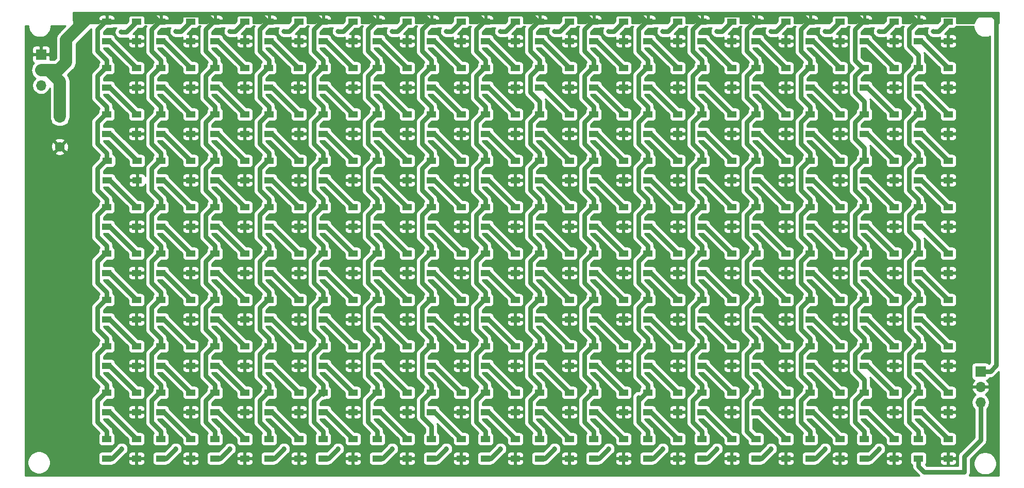
<source format=gbr>
G04 #@! TF.GenerationSoftware,KiCad,Pcbnew,(5.1.5-0-10_14)*
G04 #@! TF.CreationDate,2020-01-02T14:17:49-08:00*
G04 #@! TF.ProjectId,SpectrumAnalyzer,53706563-7472-4756-9d41-6e616c797a65,rev?*
G04 #@! TF.SameCoordinates,Original*
G04 #@! TF.FileFunction,Copper,L1,Top*
G04 #@! TF.FilePolarity,Positive*
%FSLAX46Y46*%
G04 Gerber Fmt 4.6, Leading zero omitted, Abs format (unit mm)*
G04 Created by KiCad (PCBNEW (5.1.5-0-10_14)) date 2020-01-02 14:17:49*
%MOMM*%
%LPD*%
G04 APERTURE LIST*
%ADD10O,1.700000X1.700000*%
%ADD11R,1.700000X1.700000*%
%ADD12R,1.500000X1.000000*%
%ADD13C,1.600000*%
%ADD14R,1.600000X1.600000*%
%ADD15C,0.800000*%
%ADD16C,0.762000*%
%ADD17C,2.032000*%
%ADD18C,0.254000*%
G04 APERTURE END LIST*
D10*
X219837000Y-139700000D03*
X219837000Y-137160000D03*
D11*
X219837000Y-134620000D03*
D10*
X65506600Y-87630000D03*
X65506600Y-85090000D03*
D11*
X65506600Y-82550000D03*
D12*
X209640000Y-145720000D03*
X209640000Y-148920000D03*
X214540000Y-145720000D03*
X214540000Y-148920000D03*
X209640000Y-138100000D03*
X209640000Y-141300000D03*
X214540000Y-138100000D03*
X214540000Y-141300000D03*
X209640000Y-130480000D03*
X209640000Y-133680000D03*
X214540000Y-130480000D03*
X214540000Y-133680000D03*
X209640000Y-122860000D03*
X209640000Y-126060000D03*
X214540000Y-122860000D03*
X214540000Y-126060000D03*
X209640000Y-115240000D03*
X209640000Y-118440000D03*
X214540000Y-115240000D03*
X214540000Y-118440000D03*
X209640000Y-107620000D03*
X209640000Y-110820000D03*
X214540000Y-107620000D03*
X214540000Y-110820000D03*
X209640000Y-100000000D03*
X209640000Y-103200000D03*
X214540000Y-100000000D03*
X214540000Y-103200000D03*
X209640000Y-92380000D03*
X209640000Y-95580000D03*
X214540000Y-92380000D03*
X214540000Y-95580000D03*
X209640000Y-84760000D03*
X209640000Y-87960000D03*
X214540000Y-84760000D03*
X214540000Y-87960000D03*
X209640000Y-77140000D03*
X209640000Y-80340000D03*
X214540000Y-77140000D03*
X214540000Y-80340000D03*
X200750000Y-145720000D03*
X200750000Y-148920000D03*
X205650000Y-145720000D03*
X205650000Y-148920000D03*
X200750000Y-138100000D03*
X200750000Y-141300000D03*
X205650000Y-138100000D03*
X205650000Y-141300000D03*
X200750000Y-130480000D03*
X200750000Y-133680000D03*
X205650000Y-130480000D03*
X205650000Y-133680000D03*
X200750000Y-122860000D03*
X200750000Y-126060000D03*
X205650000Y-122860000D03*
X205650000Y-126060000D03*
X200750000Y-115240000D03*
X200750000Y-118440000D03*
X205650000Y-115240000D03*
X205650000Y-118440000D03*
X200750000Y-107620000D03*
X200750000Y-110820000D03*
X205650000Y-107620000D03*
X205650000Y-110820000D03*
X200750000Y-100000000D03*
X200750000Y-103200000D03*
X205650000Y-100000000D03*
X205650000Y-103200000D03*
X200750000Y-92380000D03*
X200750000Y-95580000D03*
X205650000Y-92380000D03*
X205650000Y-95580000D03*
X200750000Y-84760000D03*
X200750000Y-87960000D03*
X205650000Y-84760000D03*
X205650000Y-87960000D03*
X200750000Y-77140000D03*
X200750000Y-80340000D03*
X205650000Y-77140000D03*
X205650000Y-80340000D03*
X191860000Y-145720000D03*
X191860000Y-148920000D03*
X196760000Y-145720000D03*
X196760000Y-148920000D03*
X191860000Y-138100000D03*
X191860000Y-141300000D03*
X196760000Y-138100000D03*
X196760000Y-141300000D03*
X191860000Y-130480000D03*
X191860000Y-133680000D03*
X196760000Y-130480000D03*
X196760000Y-133680000D03*
X191860000Y-122860000D03*
X191860000Y-126060000D03*
X196760000Y-122860000D03*
X196760000Y-126060000D03*
X191860000Y-115240000D03*
X191860000Y-118440000D03*
X196760000Y-115240000D03*
X196760000Y-118440000D03*
X191860000Y-107620000D03*
X191860000Y-110820000D03*
X196760000Y-107620000D03*
X196760000Y-110820000D03*
X191860000Y-100000000D03*
X191860000Y-103200000D03*
X196760000Y-100000000D03*
X196760000Y-103200000D03*
X191860000Y-92380000D03*
X191860000Y-95580000D03*
X196760000Y-92380000D03*
X196760000Y-95580000D03*
X191860000Y-84760000D03*
X191860000Y-87960000D03*
X196760000Y-84760000D03*
X196760000Y-87960000D03*
X191860000Y-77140000D03*
X191860000Y-80340000D03*
X196760000Y-77140000D03*
X196760000Y-80340000D03*
X182970000Y-145720000D03*
X182970000Y-148920000D03*
X187870000Y-145720000D03*
X187870000Y-148920000D03*
X182970000Y-138100000D03*
X182970000Y-141300000D03*
X187870000Y-138100000D03*
X187870000Y-141300000D03*
X182970000Y-130480000D03*
X182970000Y-133680000D03*
X187870000Y-130480000D03*
X187870000Y-133680000D03*
X182970000Y-122860000D03*
X182970000Y-126060000D03*
X187870000Y-122860000D03*
X187870000Y-126060000D03*
X182970000Y-115240000D03*
X182970000Y-118440000D03*
X187870000Y-115240000D03*
X187870000Y-118440000D03*
X182970000Y-107620000D03*
X182970000Y-110820000D03*
X187870000Y-107620000D03*
X187870000Y-110820000D03*
X182970000Y-100000000D03*
X182970000Y-103200000D03*
X187870000Y-100000000D03*
X187870000Y-103200000D03*
X182970000Y-92380000D03*
X182970000Y-95580000D03*
X187870000Y-92380000D03*
X187870000Y-95580000D03*
X182970000Y-84760000D03*
X182970000Y-87960000D03*
X187870000Y-84760000D03*
X187870000Y-87960000D03*
X182970000Y-77140000D03*
X182970000Y-80340000D03*
X187870000Y-77140000D03*
X187870000Y-80340000D03*
X174080000Y-145720000D03*
X174080000Y-148920000D03*
X178980000Y-145720000D03*
X178980000Y-148920000D03*
X174080000Y-138100000D03*
X174080000Y-141300000D03*
X178980000Y-138100000D03*
X178980000Y-141300000D03*
X174080000Y-130480000D03*
X174080000Y-133680000D03*
X178980000Y-130480000D03*
X178980000Y-133680000D03*
X174080000Y-122860000D03*
X174080000Y-126060000D03*
X178980000Y-122860000D03*
X178980000Y-126060000D03*
X174080000Y-115240000D03*
X174080000Y-118440000D03*
X178980000Y-115240000D03*
X178980000Y-118440000D03*
X174080000Y-107620000D03*
X174080000Y-110820000D03*
X178980000Y-107620000D03*
X178980000Y-110820000D03*
X174080000Y-100000000D03*
X174080000Y-103200000D03*
X178980000Y-100000000D03*
X178980000Y-103200000D03*
X174080000Y-92380000D03*
X174080000Y-95580000D03*
X178980000Y-92380000D03*
X178980000Y-95580000D03*
X174080000Y-84760000D03*
X174080000Y-87960000D03*
X178980000Y-84760000D03*
X178980000Y-87960000D03*
X174080000Y-77140000D03*
X174080000Y-80340000D03*
X178980000Y-77140000D03*
X178980000Y-80340000D03*
X165190000Y-145720000D03*
X165190000Y-148920000D03*
X170090000Y-145720000D03*
X170090000Y-148920000D03*
X165190000Y-138100000D03*
X165190000Y-141300000D03*
X170090000Y-138100000D03*
X170090000Y-141300000D03*
X165190000Y-130480000D03*
X165190000Y-133680000D03*
X170090000Y-130480000D03*
X170090000Y-133680000D03*
X165190000Y-122860000D03*
X165190000Y-126060000D03*
X170090000Y-122860000D03*
X170090000Y-126060000D03*
X165190000Y-115240000D03*
X165190000Y-118440000D03*
X170090000Y-115240000D03*
X170090000Y-118440000D03*
X165190000Y-107620000D03*
X165190000Y-110820000D03*
X170090000Y-107620000D03*
X170090000Y-110820000D03*
X165190000Y-100000000D03*
X165190000Y-103200000D03*
X170090000Y-100000000D03*
X170090000Y-103200000D03*
X165190000Y-92380000D03*
X165190000Y-95580000D03*
X170090000Y-92380000D03*
X170090000Y-95580000D03*
X165190000Y-84760000D03*
X165190000Y-87960000D03*
X170090000Y-84760000D03*
X170090000Y-87960000D03*
X165190000Y-77140000D03*
X165190000Y-80340000D03*
X170090000Y-77140000D03*
X170090000Y-80340000D03*
X156300000Y-145720000D03*
X156300000Y-148920000D03*
X161200000Y-145720000D03*
X161200000Y-148920000D03*
X156300000Y-138100000D03*
X156300000Y-141300000D03*
X161200000Y-138100000D03*
X161200000Y-141300000D03*
X156300000Y-130480000D03*
X156300000Y-133680000D03*
X161200000Y-130480000D03*
X161200000Y-133680000D03*
X156300000Y-122860000D03*
X156300000Y-126060000D03*
X161200000Y-122860000D03*
X161200000Y-126060000D03*
X156300000Y-115240000D03*
X156300000Y-118440000D03*
X161200000Y-115240000D03*
X161200000Y-118440000D03*
X156300000Y-107620000D03*
X156300000Y-110820000D03*
X161200000Y-107620000D03*
X161200000Y-110820000D03*
X156300000Y-100000000D03*
X156300000Y-103200000D03*
X161200000Y-100000000D03*
X161200000Y-103200000D03*
X156300000Y-92380000D03*
X156300000Y-95580000D03*
X161200000Y-92380000D03*
X161200000Y-95580000D03*
X156300000Y-84760000D03*
X156300000Y-87960000D03*
X161200000Y-84760000D03*
X161200000Y-87960000D03*
X156300000Y-77140000D03*
X156300000Y-80340000D03*
X161200000Y-77140000D03*
X161200000Y-80340000D03*
X147410000Y-145720000D03*
X147410000Y-148920000D03*
X152310000Y-145720000D03*
X152310000Y-148920000D03*
X147410000Y-138100000D03*
X147410000Y-141300000D03*
X152310000Y-138100000D03*
X152310000Y-141300000D03*
X147410000Y-130480000D03*
X147410000Y-133680000D03*
X152310000Y-130480000D03*
X152310000Y-133680000D03*
X147410000Y-122860000D03*
X147410000Y-126060000D03*
X152310000Y-122860000D03*
X152310000Y-126060000D03*
X147410000Y-115240000D03*
X147410000Y-118440000D03*
X152310000Y-115240000D03*
X152310000Y-118440000D03*
X147410000Y-107620000D03*
X147410000Y-110820000D03*
X152310000Y-107620000D03*
X152310000Y-110820000D03*
X147410000Y-100000000D03*
X147410000Y-103200000D03*
X152310000Y-100000000D03*
X152310000Y-103200000D03*
X147410000Y-92380000D03*
X147410000Y-95580000D03*
X152310000Y-92380000D03*
X152310000Y-95580000D03*
X147410000Y-84760000D03*
X147410000Y-87960000D03*
X152310000Y-84760000D03*
X152310000Y-87960000D03*
X147410000Y-77140000D03*
X147410000Y-80340000D03*
X152310000Y-77140000D03*
X152310000Y-80340000D03*
X138520000Y-145720000D03*
X138520000Y-148920000D03*
X143420000Y-145720000D03*
X143420000Y-148920000D03*
X138520000Y-138100000D03*
X138520000Y-141300000D03*
X143420000Y-138100000D03*
X143420000Y-141300000D03*
X138520000Y-130480000D03*
X138520000Y-133680000D03*
X143420000Y-130480000D03*
X143420000Y-133680000D03*
X138520000Y-122860000D03*
X138520000Y-126060000D03*
X143420000Y-122860000D03*
X143420000Y-126060000D03*
X138520000Y-115240000D03*
X138520000Y-118440000D03*
X143420000Y-115240000D03*
X143420000Y-118440000D03*
X138520000Y-107620000D03*
X138520000Y-110820000D03*
X143420000Y-107620000D03*
X143420000Y-110820000D03*
X138520000Y-100000000D03*
X138520000Y-103200000D03*
X143420000Y-100000000D03*
X143420000Y-103200000D03*
X138520000Y-92380000D03*
X138520000Y-95580000D03*
X143420000Y-92380000D03*
X143420000Y-95580000D03*
X138520000Y-84760000D03*
X138520000Y-87960000D03*
X143420000Y-84760000D03*
X143420000Y-87960000D03*
X138520000Y-77140000D03*
X138520000Y-80340000D03*
X143420000Y-77140000D03*
X143420000Y-80340000D03*
X129630000Y-145720000D03*
X129630000Y-148920000D03*
X134530000Y-145720000D03*
X134530000Y-148920000D03*
X129630000Y-138100000D03*
X129630000Y-141300000D03*
X134530000Y-138100000D03*
X134530000Y-141300000D03*
X129630000Y-130480000D03*
X129630000Y-133680000D03*
X134530000Y-130480000D03*
X134530000Y-133680000D03*
X129630000Y-122860000D03*
X129630000Y-126060000D03*
X134530000Y-122860000D03*
X134530000Y-126060000D03*
X129630000Y-115240000D03*
X129630000Y-118440000D03*
X134530000Y-115240000D03*
X134530000Y-118440000D03*
X129630000Y-107620000D03*
X129630000Y-110820000D03*
X134530000Y-107620000D03*
X134530000Y-110820000D03*
X129630000Y-100000000D03*
X129630000Y-103200000D03*
X134530000Y-100000000D03*
X134530000Y-103200000D03*
X129630000Y-92380000D03*
X129630000Y-95580000D03*
X134530000Y-92380000D03*
X134530000Y-95580000D03*
X129630000Y-84760000D03*
X129630000Y-87960000D03*
X134530000Y-84760000D03*
X134530000Y-87960000D03*
X129630000Y-77140000D03*
X129630000Y-80340000D03*
X134530000Y-77140000D03*
X134530000Y-80340000D03*
X120740000Y-145720000D03*
X120740000Y-148920000D03*
X125640000Y-145720000D03*
X125640000Y-148920000D03*
X120740000Y-138100000D03*
X120740000Y-141300000D03*
X125640000Y-138100000D03*
X125640000Y-141300000D03*
X120740000Y-130480000D03*
X120740000Y-133680000D03*
X125640000Y-130480000D03*
X125640000Y-133680000D03*
X120740000Y-122860000D03*
X120740000Y-126060000D03*
X125640000Y-122860000D03*
X125640000Y-126060000D03*
X120740000Y-115240000D03*
X120740000Y-118440000D03*
X125640000Y-115240000D03*
X125640000Y-118440000D03*
X120740000Y-107620000D03*
X120740000Y-110820000D03*
X125640000Y-107620000D03*
X125640000Y-110820000D03*
X120740000Y-100000000D03*
X120740000Y-103200000D03*
X125640000Y-100000000D03*
X125640000Y-103200000D03*
X120740000Y-92380000D03*
X120740000Y-95580000D03*
X125640000Y-92380000D03*
X125640000Y-95580000D03*
X120740000Y-84760000D03*
X120740000Y-87960000D03*
X125640000Y-84760000D03*
X125640000Y-87960000D03*
X120740000Y-77140000D03*
X120740000Y-80340000D03*
X125640000Y-77140000D03*
X125640000Y-80340000D03*
X111850000Y-145720000D03*
X111850000Y-148920000D03*
X116750000Y-145720000D03*
X116750000Y-148920000D03*
X111850000Y-138100000D03*
X111850000Y-141300000D03*
X116750000Y-138100000D03*
X116750000Y-141300000D03*
X111850000Y-130480000D03*
X111850000Y-133680000D03*
X116750000Y-130480000D03*
X116750000Y-133680000D03*
X111850000Y-122860000D03*
X111850000Y-126060000D03*
X116750000Y-122860000D03*
X116750000Y-126060000D03*
X111850000Y-115240000D03*
X111850000Y-118440000D03*
X116750000Y-115240000D03*
X116750000Y-118440000D03*
X111850000Y-107620000D03*
X111850000Y-110820000D03*
X116750000Y-107620000D03*
X116750000Y-110820000D03*
X111850000Y-100000000D03*
X111850000Y-103200000D03*
X116750000Y-100000000D03*
X116750000Y-103200000D03*
X111850000Y-92380000D03*
X111850000Y-95580000D03*
X116750000Y-92380000D03*
X116750000Y-95580000D03*
X111850000Y-84760000D03*
X111850000Y-87960000D03*
X116750000Y-84760000D03*
X116750000Y-87960000D03*
X111850000Y-77140000D03*
X111850000Y-80340000D03*
X116750000Y-77140000D03*
X116750000Y-80340000D03*
X102960000Y-145720000D03*
X102960000Y-148920000D03*
X107860000Y-145720000D03*
X107860000Y-148920000D03*
X102960000Y-138100000D03*
X102960000Y-141300000D03*
X107860000Y-138100000D03*
X107860000Y-141300000D03*
X102960000Y-130480000D03*
X102960000Y-133680000D03*
X107860000Y-130480000D03*
X107860000Y-133680000D03*
X102960000Y-122860000D03*
X102960000Y-126060000D03*
X107860000Y-122860000D03*
X107860000Y-126060000D03*
X102960000Y-115240000D03*
X102960000Y-118440000D03*
X107860000Y-115240000D03*
X107860000Y-118440000D03*
X102960000Y-107620000D03*
X102960000Y-110820000D03*
X107860000Y-107620000D03*
X107860000Y-110820000D03*
X102960000Y-100000000D03*
X102960000Y-103200000D03*
X107860000Y-100000000D03*
X107860000Y-103200000D03*
X102960000Y-92380000D03*
X102960000Y-95580000D03*
X107860000Y-92380000D03*
X107860000Y-95580000D03*
X102870000Y-84760000D03*
X102870000Y-87960000D03*
X107770000Y-84760000D03*
X107770000Y-87960000D03*
X102960000Y-77140000D03*
X102960000Y-80340000D03*
X107860000Y-77140000D03*
X107860000Y-80340000D03*
X94070000Y-145720000D03*
X94070000Y-148920000D03*
X98970000Y-145720000D03*
X98970000Y-148920000D03*
X94070000Y-138100000D03*
X94070000Y-141300000D03*
X98970000Y-138100000D03*
X98970000Y-141300000D03*
X94070000Y-130480000D03*
X94070000Y-133680000D03*
X98970000Y-130480000D03*
X98970000Y-133680000D03*
X94070000Y-122860000D03*
X94070000Y-126060000D03*
X98970000Y-122860000D03*
X98970000Y-126060000D03*
X94070000Y-115240000D03*
X94070000Y-118440000D03*
X98970000Y-115240000D03*
X98970000Y-118440000D03*
X94070000Y-107620000D03*
X94070000Y-110820000D03*
X98970000Y-107620000D03*
X98970000Y-110820000D03*
X94070000Y-100000000D03*
X94070000Y-103200000D03*
X98970000Y-100000000D03*
X98970000Y-103200000D03*
X94070000Y-92380000D03*
X94070000Y-95580000D03*
X98970000Y-92380000D03*
X98970000Y-95580000D03*
X94070000Y-84760000D03*
X94070000Y-87960000D03*
X98970000Y-84760000D03*
X98970000Y-87960000D03*
X94070000Y-77140000D03*
X94070000Y-80340000D03*
X98970000Y-77140000D03*
X98970000Y-80340000D03*
X85180000Y-145720000D03*
X85180000Y-148920000D03*
X90080000Y-145720000D03*
X90080000Y-148920000D03*
X85180000Y-138100000D03*
X85180000Y-141300000D03*
X90080000Y-138100000D03*
X90080000Y-141300000D03*
X85180000Y-130480000D03*
X85180000Y-133680000D03*
X90080000Y-130480000D03*
X90080000Y-133680000D03*
X85180000Y-122860000D03*
X85180000Y-126060000D03*
X90080000Y-122860000D03*
X90080000Y-126060000D03*
X85180000Y-115240000D03*
X85180000Y-118440000D03*
X90080000Y-115240000D03*
X90080000Y-118440000D03*
X85180000Y-107620000D03*
X85180000Y-110820000D03*
X90080000Y-107620000D03*
X90080000Y-110820000D03*
X85180000Y-100000000D03*
X85180000Y-103200000D03*
X90080000Y-100000000D03*
X90080000Y-103200000D03*
X85180000Y-92380000D03*
X85180000Y-95580000D03*
X90080000Y-92380000D03*
X90080000Y-95580000D03*
X85180000Y-84760000D03*
X85180000Y-87960000D03*
X90080000Y-84760000D03*
X90080000Y-87960000D03*
X85180000Y-77140000D03*
X85180000Y-80340000D03*
X90080000Y-77140000D03*
X90080000Y-80340000D03*
X76290000Y-145720000D03*
X76290000Y-148920000D03*
X81190000Y-145720000D03*
X81190000Y-148920000D03*
X76290000Y-138100000D03*
X76290000Y-141300000D03*
X81190000Y-138100000D03*
X81190000Y-141300000D03*
X76290000Y-130480000D03*
X76290000Y-133680000D03*
X81190000Y-130480000D03*
X81190000Y-133680000D03*
X76290000Y-122860000D03*
X76290000Y-126060000D03*
X81190000Y-122860000D03*
X81190000Y-126060000D03*
X76290000Y-115240000D03*
X76290000Y-118440000D03*
X81190000Y-115240000D03*
X81190000Y-118440000D03*
X76290000Y-107620000D03*
X76290000Y-110820000D03*
X81190000Y-107620000D03*
X81190000Y-110820000D03*
X76380000Y-100000000D03*
X76380000Y-103200000D03*
X81280000Y-100000000D03*
X81280000Y-103200000D03*
X76290000Y-92380000D03*
X76290000Y-95580000D03*
X81190000Y-92380000D03*
X81190000Y-95580000D03*
X76290000Y-84760000D03*
X76290000Y-87960000D03*
X81190000Y-84760000D03*
X81190000Y-87960000D03*
X76290000Y-77140000D03*
X76290000Y-80340000D03*
X81190000Y-77140000D03*
X81190000Y-80340000D03*
D13*
X68580000Y-97710000D03*
D14*
X68580000Y-92710000D03*
D15*
X78613000Y-78867000D03*
X78740000Y-147320000D03*
X87630000Y-78740000D03*
X87630000Y-147320000D03*
X96520000Y-78740000D03*
X96520000Y-147320000D03*
X105410000Y-78740000D03*
X114300000Y-78740000D03*
X105410000Y-147320000D03*
X123190000Y-78740000D03*
X114300000Y-147320000D03*
X123190000Y-147320000D03*
X132080000Y-78740000D03*
X140970000Y-78740000D03*
X149860000Y-78740000D03*
X158750000Y-78740000D03*
X167640000Y-78740000D03*
X176530000Y-78740000D03*
X185420000Y-78740000D03*
X194310000Y-78740000D03*
X203200000Y-78740000D03*
X212090000Y-78740000D03*
X203200000Y-147320000D03*
X132080000Y-147320000D03*
X140970000Y-147320000D03*
X158750000Y-147320000D03*
X167640000Y-147320000D03*
X176530000Y-147320000D03*
X185420000Y-147320000D03*
X194310000Y-147320000D03*
X149860000Y-147320000D03*
D16*
X76040000Y-92380000D02*
X76290000Y-92380000D01*
X76040000Y-107620000D02*
X76290000Y-107620000D01*
X202262000Y-77140000D02*
X200750000Y-77140000D01*
X203524000Y-75878000D02*
X202262000Y-77140000D01*
X209390000Y-77140000D02*
X208128000Y-75878000D01*
X208128000Y-75878000D02*
X203524000Y-75878000D01*
X193372000Y-77140000D02*
X191860000Y-77140000D01*
X194634000Y-75878000D02*
X193372000Y-77140000D01*
X199238000Y-75878000D02*
X194634000Y-75878000D01*
X200500000Y-77140000D02*
X199238000Y-75878000D01*
X185744000Y-75878000D02*
X184482000Y-77140000D01*
X190348000Y-75878000D02*
X185744000Y-75878000D01*
X184482000Y-77140000D02*
X182970000Y-77140000D01*
X191610000Y-77140000D02*
X190348000Y-75878000D01*
X175592000Y-77140000D02*
X174080000Y-77140000D01*
X181638999Y-76058999D02*
X176673001Y-76058999D01*
X176673001Y-76058999D02*
X175592000Y-77140000D01*
X166702000Y-77140000D02*
X165190000Y-77140000D01*
X167964000Y-75878000D02*
X166702000Y-77140000D01*
X172568000Y-75878000D02*
X167964000Y-75878000D01*
X173830000Y-77140000D02*
X172568000Y-75878000D01*
X163678000Y-75878000D02*
X159074000Y-75878000D01*
X164940000Y-77140000D02*
X163678000Y-75878000D01*
X157812000Y-77140000D02*
X156300000Y-77140000D01*
X159074000Y-75878000D02*
X157812000Y-77140000D01*
X148922000Y-77140000D02*
X147410000Y-77140000D01*
X150184000Y-75878000D02*
X148922000Y-77140000D01*
X154788000Y-75878000D02*
X150184000Y-75878000D01*
X156050000Y-77140000D02*
X154788000Y-75878000D01*
X140032000Y-77140000D02*
X138520000Y-77140000D01*
X141294000Y-75878000D02*
X140032000Y-77140000D01*
X147160000Y-77140000D02*
X145898000Y-75878000D01*
X145898000Y-75878000D02*
X141294000Y-75878000D01*
X131142000Y-77140000D02*
X129630000Y-77140000D01*
X132404000Y-75878000D02*
X131142000Y-77140000D01*
X137008000Y-75878000D02*
X132404000Y-75878000D01*
X138270000Y-77140000D02*
X137008000Y-75878000D01*
X138520000Y-77140000D02*
X138270000Y-77140000D01*
X122252000Y-77140000D02*
X120740000Y-77140000D01*
X123514000Y-75878000D02*
X122252000Y-77140000D01*
X128118000Y-75878000D02*
X123514000Y-75878000D01*
X129380000Y-77140000D02*
X128118000Y-75878000D01*
X129630000Y-77140000D02*
X129380000Y-77140000D01*
X114624000Y-75878000D02*
X113362000Y-77140000D01*
X119228000Y-75878000D02*
X114624000Y-75878000D01*
X113362000Y-77140000D02*
X111850000Y-77140000D01*
X120490000Y-77140000D02*
X119228000Y-75878000D01*
X120740000Y-77140000D02*
X120490000Y-77140000D01*
X105734000Y-75878000D02*
X104472000Y-77140000D01*
X104472000Y-77140000D02*
X102960000Y-77140000D01*
X110338000Y-75878000D02*
X105734000Y-75878000D01*
X111600000Y-77140000D02*
X110338000Y-75878000D01*
X111850000Y-77140000D02*
X111600000Y-77140000D01*
X95582000Y-77140000D02*
X94070000Y-77140000D01*
X101448000Y-75878000D02*
X96844000Y-75878000D01*
X102710000Y-77140000D02*
X101448000Y-75878000D01*
X96844000Y-75878000D02*
X95582000Y-77140000D01*
X102960000Y-77140000D02*
X102710000Y-77140000D01*
X86692000Y-77140000D02*
X85180000Y-77140000D01*
X87773001Y-76058999D02*
X86692000Y-77140000D01*
X93820000Y-77140000D02*
X92738999Y-76058999D01*
X92738999Y-76058999D02*
X87773001Y-76058999D01*
X94070000Y-77140000D02*
X93820000Y-77140000D01*
X199238000Y-78402000D02*
X199238000Y-83498000D01*
X200500000Y-77140000D02*
X199238000Y-78402000D01*
X199238000Y-83498000D02*
X200500000Y-84760000D01*
X200750000Y-77140000D02*
X200500000Y-77140000D01*
X208128000Y-142946000D02*
X208128000Y-139362000D01*
X209390000Y-138100000D02*
X209640000Y-138100000D01*
X208128000Y-139362000D02*
X209390000Y-138100000D01*
X209640000Y-144458000D02*
X208128000Y-142946000D01*
X209640000Y-145720000D02*
X209640000Y-144458000D01*
X209390000Y-130480000D02*
X209640000Y-130480000D01*
X208128000Y-135326000D02*
X208128000Y-131742000D01*
X209640000Y-136838000D02*
X208128000Y-135326000D01*
X208128000Y-131742000D02*
X209390000Y-130480000D01*
X209640000Y-138100000D02*
X209640000Y-136838000D01*
X209390000Y-122860000D02*
X209640000Y-122860000D01*
X208128000Y-127706000D02*
X208128000Y-124122000D01*
X209640000Y-129218000D02*
X208128000Y-127706000D01*
X208128000Y-124122000D02*
X209390000Y-122860000D01*
X209640000Y-130480000D02*
X209640000Y-129218000D01*
X209390000Y-115240000D02*
X209640000Y-115240000D01*
X208128000Y-116502000D02*
X209390000Y-115240000D01*
X208128000Y-120086000D02*
X208128000Y-116502000D01*
X209640000Y-121598000D02*
X208128000Y-120086000D01*
X209640000Y-122860000D02*
X209640000Y-121598000D01*
X209390000Y-107620000D02*
X209640000Y-107620000D01*
X208128000Y-111603802D02*
X208128000Y-108882000D01*
X209640000Y-113115802D02*
X208128000Y-111603802D01*
X208128000Y-108882000D02*
X209390000Y-107620000D01*
X209640000Y-115240000D02*
X209640000Y-113115802D01*
X209390000Y-100000000D02*
X209640000Y-100000000D01*
X208128000Y-101262000D02*
X209390000Y-100000000D01*
X208128000Y-104846000D02*
X208128000Y-101262000D01*
X209640000Y-106358000D02*
X208128000Y-104846000D01*
X209640000Y-107620000D02*
X209640000Y-106358000D01*
X208128000Y-93642000D02*
X209390000Y-92380000D01*
X208128000Y-97226000D02*
X208128000Y-93642000D01*
X209390000Y-92380000D02*
X209640000Y-92380000D01*
X209640000Y-98738000D02*
X208128000Y-97226000D01*
X209640000Y-100000000D02*
X209640000Y-98738000D01*
X209390000Y-84760000D02*
X209640000Y-84760000D01*
X208128000Y-86022000D02*
X209390000Y-84760000D01*
X208128000Y-89606000D02*
X208128000Y-86022000D01*
X209640000Y-91118000D02*
X208128000Y-89606000D01*
X209640000Y-92380000D02*
X209640000Y-91118000D01*
X208128000Y-78402000D02*
X209390000Y-77140000D01*
X209390000Y-77140000D02*
X209640000Y-77140000D01*
X208128000Y-81123802D02*
X208128000Y-78402000D01*
X209640000Y-82635802D02*
X208128000Y-81123802D01*
X209640000Y-84760000D02*
X209640000Y-82635802D01*
X200500000Y-138100000D02*
X200750000Y-138100000D01*
X199238000Y-139362000D02*
X200500000Y-138100000D01*
X199238000Y-142946000D02*
X199238000Y-139362000D01*
X200750000Y-144458000D02*
X199238000Y-142946000D01*
X200750000Y-145720000D02*
X200750000Y-144458000D01*
X199238000Y-131742000D02*
X200500000Y-130480000D01*
X200500000Y-130480000D02*
X200750000Y-130480000D01*
X199238000Y-134463802D02*
X199238000Y-131742000D01*
X200750000Y-135975802D02*
X199238000Y-134463802D01*
X200750000Y-138100000D02*
X200750000Y-135975802D01*
X200500000Y-122860000D02*
X200750000Y-122860000D01*
X199238000Y-124122000D02*
X200500000Y-122860000D01*
X199238000Y-127706000D02*
X199238000Y-124122000D01*
X200750000Y-129218000D02*
X199238000Y-127706000D01*
X200750000Y-130480000D02*
X200750000Y-129218000D01*
X200500000Y-115240000D02*
X200750000Y-115240000D01*
X199238000Y-120086000D02*
X199238000Y-116502000D01*
X200750000Y-121598000D02*
X199238000Y-120086000D01*
X199238000Y-116502000D02*
X200500000Y-115240000D01*
X200750000Y-122860000D02*
X200750000Y-121598000D01*
X200500000Y-107620000D02*
X200750000Y-107620000D01*
X199238000Y-112466000D02*
X199238000Y-108882000D01*
X199238000Y-108882000D02*
X200500000Y-107620000D01*
X200750000Y-113978000D02*
X199238000Y-112466000D01*
X200750000Y-115240000D02*
X200750000Y-113978000D01*
X200500000Y-100000000D02*
X200750000Y-100000000D01*
X199238000Y-104846000D02*
X199238000Y-101262000D01*
X200750000Y-106358000D02*
X199238000Y-104846000D01*
X199238000Y-101262000D02*
X200500000Y-100000000D01*
X200750000Y-107620000D02*
X200750000Y-106358000D01*
X200500000Y-92380000D02*
X200750000Y-92380000D01*
X199238000Y-93642000D02*
X200500000Y-92380000D01*
X199238000Y-96363802D02*
X199238000Y-93642000D01*
X200750000Y-97875802D02*
X199238000Y-96363802D01*
X200750000Y-100000000D02*
X200750000Y-97875802D01*
X200500000Y-84760000D02*
X200750000Y-84760000D01*
X199238000Y-86022000D02*
X200500000Y-84760000D01*
X199238000Y-88743802D02*
X199238000Y-86022000D01*
X200750000Y-90255802D02*
X199238000Y-88743802D01*
X200750000Y-92380000D02*
X200750000Y-90255802D01*
X111850000Y-138100000D02*
X111850000Y-138340000D01*
X77802000Y-77140000D02*
X76290000Y-77140000D01*
X79064000Y-75878000D02*
X77802000Y-77140000D01*
X83668000Y-75878000D02*
X79064000Y-75878000D01*
X84930000Y-77140000D02*
X83668000Y-75878000D01*
X85180000Y-77140000D02*
X84930000Y-77140000D01*
X74778000Y-78402000D02*
X76040000Y-77140000D01*
X76040000Y-77140000D02*
X76290000Y-77140000D01*
D17*
X68580000Y-92710000D02*
X68580000Y-89878000D01*
D16*
X211152000Y-77140000D02*
X212233001Y-76058999D01*
X209640000Y-77140000D02*
X211152000Y-77140000D01*
X191610000Y-138100000D02*
X191860000Y-138100000D01*
X190348000Y-139362000D02*
X191610000Y-138100000D01*
X190348000Y-142946000D02*
X190348000Y-139362000D01*
X191860000Y-144458000D02*
X190348000Y-142946000D01*
X191860000Y-145720000D02*
X191860000Y-144458000D01*
X181458000Y-139362000D02*
X182720000Y-138100000D01*
X181458000Y-144458000D02*
X181458000Y-139362000D01*
X182720000Y-145720000D02*
X181458000Y-144458000D01*
X182720000Y-138100000D02*
X182970000Y-138100000D01*
X182970000Y-145720000D02*
X182720000Y-145720000D01*
X172568000Y-139362000D02*
X173830000Y-138100000D01*
X172568000Y-142946000D02*
X172568000Y-139362000D01*
X174080000Y-144458000D02*
X172568000Y-142946000D01*
X173830000Y-138100000D02*
X174080000Y-138100000D01*
X174080000Y-145720000D02*
X174080000Y-144458000D01*
X163678000Y-142946000D02*
X163678000Y-138836000D01*
X164940000Y-138100000D02*
X165190000Y-138100000D01*
X163678000Y-139362000D02*
X164940000Y-138100000D01*
X165190000Y-144458000D02*
X163678000Y-142946000D01*
X163678000Y-142946000D02*
X163678000Y-139362000D01*
X165190000Y-145720000D02*
X165190000Y-144458000D01*
X154788000Y-139362000D02*
X156050000Y-138100000D01*
X154788000Y-142946000D02*
X154788000Y-139362000D01*
X156050000Y-138100000D02*
X156300000Y-138100000D01*
X156300000Y-144458000D02*
X154788000Y-142946000D01*
X156300000Y-145720000D02*
X156300000Y-144458000D01*
X145898000Y-139362000D02*
X147160000Y-138100000D01*
X145898000Y-142946000D02*
X145898000Y-139362000D01*
X147160000Y-138100000D02*
X147410000Y-138100000D01*
X147410000Y-144458000D02*
X145898000Y-142946000D01*
X147410000Y-145720000D02*
X147410000Y-144458000D01*
X190348000Y-78402000D02*
X191610000Y-77140000D01*
X191860000Y-83498000D02*
X190348000Y-81986000D01*
X191610000Y-77140000D02*
X191860000Y-77140000D01*
X190348000Y-81986000D02*
X190348000Y-78402000D01*
X191860000Y-84760000D02*
X191860000Y-83498000D01*
X181458000Y-78402000D02*
X182720000Y-77140000D01*
X181458000Y-81986000D02*
X181458000Y-78402000D01*
X182720000Y-77140000D02*
X182970000Y-77140000D01*
X182970000Y-83498000D02*
X181458000Y-81986000D01*
X182970000Y-84760000D02*
X182970000Y-83498000D01*
X191610000Y-84760000D02*
X191860000Y-84760000D01*
X190348000Y-89606000D02*
X190348000Y-86022000D01*
X190348000Y-86022000D02*
X191610000Y-84760000D01*
X191860000Y-91118000D02*
X190348000Y-89606000D01*
X191860000Y-92380000D02*
X191860000Y-91118000D01*
X181458000Y-86022000D02*
X182720000Y-84760000D01*
X182720000Y-84760000D02*
X182970000Y-84760000D01*
X181458000Y-89606000D02*
X181458000Y-86022000D01*
X182970000Y-91118000D02*
X181458000Y-89606000D01*
X182970000Y-92380000D02*
X182970000Y-91118000D01*
X191610000Y-92380000D02*
X191860000Y-92380000D01*
X190348000Y-97226000D02*
X190348000Y-93642000D01*
X191860000Y-98738000D02*
X190348000Y-97226000D01*
X190348000Y-93642000D02*
X191610000Y-92380000D01*
X191860000Y-100000000D02*
X191860000Y-98738000D01*
X182720000Y-92380000D02*
X182970000Y-92380000D01*
X182970000Y-98738000D02*
X181458000Y-97226000D01*
X181458000Y-93642000D02*
X182720000Y-92380000D01*
X181458000Y-97226000D02*
X181458000Y-93642000D01*
X182970000Y-100000000D02*
X182970000Y-98738000D01*
X173830000Y-77140000D02*
X174080000Y-77140000D01*
X172568000Y-81986000D02*
X172568000Y-78402000D01*
X172568000Y-78402000D02*
X173830000Y-77140000D01*
X174080000Y-83498000D02*
X172568000Y-81986000D01*
X174080000Y-84760000D02*
X174080000Y-83498000D01*
X164940000Y-77140000D02*
X165190000Y-77140000D01*
X163678000Y-81986000D02*
X163678000Y-78402000D01*
X165190000Y-83498000D02*
X163678000Y-81986000D01*
X163678000Y-78402000D02*
X164940000Y-77140000D01*
X165190000Y-84760000D02*
X165190000Y-83498000D01*
X156050000Y-77140000D02*
X156300000Y-77140000D01*
X154788000Y-78402000D02*
X156050000Y-77140000D01*
X154788000Y-81986000D02*
X154788000Y-78402000D01*
X156300000Y-83498000D02*
X154788000Y-81986000D01*
X156300000Y-84760000D02*
X156300000Y-83498000D01*
X145898000Y-78402000D02*
X147160000Y-77140000D01*
X145898000Y-81986000D02*
X145898000Y-78402000D01*
X147160000Y-77140000D02*
X147410000Y-77140000D01*
X147410000Y-83498000D02*
X145898000Y-81986000D01*
X147410000Y-84760000D02*
X147410000Y-83498000D01*
X156050000Y-84760000D02*
X156300000Y-84760000D01*
X154788000Y-89606000D02*
X154788000Y-86022000D01*
X156300000Y-91118000D02*
X154788000Y-89606000D01*
X154788000Y-86022000D02*
X156050000Y-84760000D01*
X156300000Y-92380000D02*
X156300000Y-91118000D01*
X147160000Y-84760000D02*
X147410000Y-84760000D01*
X145898000Y-88743802D02*
X145898000Y-86022000D01*
X145898000Y-86022000D02*
X147160000Y-84760000D01*
X147410000Y-90255802D02*
X145898000Y-88743802D01*
X147410000Y-92380000D02*
X147410000Y-90255802D01*
X164940000Y-84760000D02*
X165190000Y-84760000D01*
X163678000Y-86022000D02*
X164940000Y-84760000D01*
X163678000Y-89606000D02*
X163678000Y-86022000D01*
X165190000Y-91118000D02*
X163678000Y-89606000D01*
X165190000Y-92380000D02*
X165190000Y-91118000D01*
X172568000Y-86022000D02*
X173830000Y-84760000D01*
X173830000Y-84760000D02*
X174080000Y-84760000D01*
X172568000Y-89606000D02*
X172568000Y-86022000D01*
X174080000Y-91118000D02*
X172568000Y-89606000D01*
X174080000Y-92380000D02*
X174080000Y-91118000D01*
X191610000Y-100000000D02*
X191860000Y-100000000D01*
X190348000Y-101262000D02*
X191610000Y-100000000D01*
X190348000Y-104846000D02*
X190348000Y-101262000D01*
X191860000Y-106358000D02*
X190348000Y-104846000D01*
X191860000Y-107620000D02*
X191860000Y-106358000D01*
X182720000Y-100000000D02*
X182970000Y-100000000D01*
X181458000Y-101262000D02*
X182720000Y-100000000D01*
X181458000Y-104846000D02*
X181458000Y-101262000D01*
X182970000Y-106358000D02*
X181458000Y-104846000D01*
X182970000Y-107620000D02*
X182970000Y-106358000D01*
X172568000Y-101262000D02*
X173830000Y-100000000D01*
X173830000Y-100000000D02*
X174080000Y-100000000D01*
X172568000Y-104846000D02*
X172568000Y-101262000D01*
X174080000Y-106358000D02*
X172568000Y-104846000D01*
X174080000Y-107620000D02*
X174080000Y-106358000D01*
X172568000Y-97226000D02*
X172568000Y-93642000D01*
X173830000Y-92380000D02*
X174080000Y-92380000D01*
X174080000Y-98738000D02*
X172568000Y-97226000D01*
X172568000Y-93642000D02*
X173830000Y-92380000D01*
X174080000Y-100000000D02*
X174080000Y-98738000D01*
X163678000Y-97226000D02*
X163678000Y-93642000D01*
X164940000Y-92380000D02*
X165190000Y-92380000D01*
X163678000Y-93642000D02*
X164940000Y-92380000D01*
X165190000Y-98738000D02*
X163678000Y-97226000D01*
X165190000Y-100000000D02*
X165190000Y-98738000D01*
X154788000Y-97226000D02*
X154788000Y-93642000D01*
X154788000Y-93642000D02*
X156050000Y-92380000D01*
X156300000Y-98738000D02*
X154788000Y-97226000D01*
X156050000Y-92380000D02*
X156300000Y-92380000D01*
X156300000Y-100000000D02*
X156300000Y-98738000D01*
X145898000Y-93642000D02*
X147160000Y-92380000D01*
X145898000Y-97226000D02*
X145898000Y-93642000D01*
X147410000Y-98738000D02*
X145898000Y-97226000D01*
X147160000Y-92380000D02*
X147410000Y-92380000D01*
X147410000Y-100000000D02*
X147410000Y-98738000D01*
X147160000Y-100000000D02*
X147410000Y-100000000D01*
X145898000Y-101262000D02*
X147160000Y-100000000D01*
X145898000Y-104846000D02*
X145898000Y-101262000D01*
X147410000Y-106358000D02*
X145898000Y-104846000D01*
X147410000Y-107620000D02*
X147410000Y-106358000D01*
X138520000Y-91118000D02*
X137008000Y-89606000D01*
X137008000Y-89606000D02*
X137008000Y-86022000D01*
X137008000Y-86022000D02*
X138270000Y-84760000D01*
X138520000Y-92380000D02*
X138520000Y-91118000D01*
X137008000Y-78402000D02*
X138270000Y-77140000D01*
X137008000Y-81986000D02*
X137008000Y-78402000D01*
X138520000Y-83498000D02*
X137008000Y-81986000D01*
X138520000Y-84760000D02*
X138520000Y-83498000D01*
X128118000Y-78402000D02*
X129380000Y-77140000D01*
X129630000Y-84760000D02*
X129630000Y-83498000D01*
X129630000Y-83498000D02*
X128118000Y-81986000D01*
X128118000Y-81986000D02*
X128118000Y-78402000D01*
X128118000Y-89606000D02*
X128118000Y-86022000D01*
X129630000Y-91118000D02*
X128118000Y-89606000D01*
X128118000Y-86022000D02*
X129380000Y-84760000D01*
X129630000Y-92380000D02*
X129630000Y-91118000D01*
X119228000Y-89606000D02*
X119228000Y-86022000D01*
X120740000Y-91118000D02*
X119228000Y-89606000D01*
X120740000Y-92380000D02*
X120740000Y-91118000D01*
X119228000Y-86022000D02*
X120490000Y-84760000D01*
X110338000Y-86022000D02*
X111600000Y-84760000D01*
X111850000Y-92380000D02*
X111850000Y-91118000D01*
X111850000Y-91118000D02*
X110338000Y-89606000D01*
X110338000Y-89606000D02*
X110338000Y-86022000D01*
X120740000Y-83498000D02*
X119228000Y-81986000D01*
X119228000Y-78402000D02*
X120490000Y-77140000D01*
X119228000Y-81986000D02*
X119228000Y-78402000D01*
X120740000Y-84760000D02*
X120740000Y-83498000D01*
X111850000Y-84760000D02*
X111850000Y-83498000D01*
X110338000Y-78402000D02*
X111600000Y-77140000D01*
X110338000Y-81986000D02*
X110338000Y-78402000D01*
X111850000Y-83498000D02*
X110338000Y-81986000D01*
X101448000Y-81986000D02*
X101448000Y-78402000D01*
X102960000Y-83498000D02*
X101448000Y-81986000D01*
X102960000Y-84760000D02*
X102960000Y-83498000D01*
X101448000Y-78402000D02*
X102710000Y-77140000D01*
X92558000Y-81986000D02*
X92558000Y-78402000D01*
X94070000Y-83498000D02*
X92558000Y-81986000D01*
X92558000Y-78402000D02*
X93820000Y-77140000D01*
X94070000Y-84760000D02*
X94070000Y-83498000D01*
X83668000Y-81986000D02*
X83668000Y-78402000D01*
X83668000Y-78402000D02*
X84930000Y-77140000D01*
X85180000Y-84760000D02*
X85180000Y-83498000D01*
X85180000Y-83498000D02*
X83668000Y-81986000D01*
X92558000Y-89606000D02*
X92558000Y-86022000D01*
X94070000Y-91118000D02*
X92558000Y-89606000D01*
X94070000Y-92380000D02*
X94070000Y-91118000D01*
X92558000Y-86022000D02*
X93820000Y-84760000D01*
X101448000Y-86022000D02*
X102710000Y-84760000D01*
X102960000Y-91118000D02*
X101448000Y-89606000D01*
X101448000Y-89606000D02*
X101448000Y-86022000D01*
X102960000Y-92380000D02*
X102960000Y-91118000D01*
X92558000Y-97226000D02*
X92558000Y-93642000D01*
X92558000Y-93642000D02*
X93820000Y-92380000D01*
X94070000Y-98738000D02*
X92558000Y-97226000D01*
X94070000Y-100000000D02*
X94070000Y-98738000D01*
X101448000Y-97226000D02*
X101448000Y-93642000D01*
X102960000Y-98738000D02*
X101448000Y-97226000D01*
X102960000Y-100000000D02*
X102960000Y-98738000D01*
X101448000Y-93642000D02*
X102710000Y-92380000D01*
X110338000Y-93642000D02*
X111600000Y-92380000D01*
X111850000Y-100000000D02*
X111850000Y-98738000D01*
X110338000Y-97226000D02*
X110338000Y-93642000D01*
X111850000Y-98738000D02*
X110338000Y-97226000D01*
X120740000Y-100000000D02*
X120740000Y-98738000D01*
X119228000Y-93642000D02*
X120490000Y-92380000D01*
X119228000Y-97226000D02*
X119228000Y-93642000D01*
X120740000Y-98738000D02*
X119228000Y-97226000D01*
X138520000Y-106358000D02*
X137008000Y-104846000D01*
X138520000Y-107620000D02*
X138520000Y-106358000D01*
X137008000Y-101262000D02*
X138270000Y-100000000D01*
X137008000Y-104846000D02*
X137008000Y-101262000D01*
X128118000Y-104846000D02*
X128118000Y-101262000D01*
X129630000Y-106358000D02*
X128118000Y-104846000D01*
X128118000Y-101262000D02*
X129380000Y-100000000D01*
X129630000Y-107620000D02*
X129630000Y-106358000D01*
X128118000Y-93642000D02*
X129380000Y-92380000D01*
X129630000Y-100000000D02*
X129630000Y-98738000D01*
X129630000Y-98738000D02*
X128118000Y-97226000D01*
X128118000Y-97226000D02*
X128118000Y-93642000D01*
X138520000Y-98738000D02*
X137008000Y-97226000D01*
X137008000Y-93642000D02*
X138270000Y-92380000D01*
X138520000Y-100000000D02*
X138520000Y-98738000D01*
X137008000Y-97226000D02*
X137008000Y-93642000D01*
X119228000Y-104846000D02*
X119228000Y-101262000D01*
X120740000Y-106358000D02*
X119228000Y-104846000D01*
X120740000Y-107620000D02*
X120740000Y-106358000D01*
X119228000Y-101262000D02*
X120490000Y-100000000D01*
X111850000Y-106358000D02*
X110338000Y-104846000D01*
X110338000Y-101262000D02*
X111600000Y-100000000D01*
X111850000Y-107620000D02*
X111850000Y-106358000D01*
X110338000Y-104846000D02*
X110338000Y-101262000D01*
X102960000Y-107620000D02*
X102960000Y-106358000D01*
X102960000Y-106358000D02*
X101448000Y-104846000D01*
X101448000Y-104846000D02*
X101448000Y-101262000D01*
X101448000Y-101262000D02*
X102710000Y-100000000D01*
X92558000Y-104846000D02*
X92558000Y-101262000D01*
X92558000Y-101262000D02*
X93820000Y-100000000D01*
X94070000Y-106358000D02*
X92558000Y-104846000D01*
X94070000Y-107620000D02*
X94070000Y-106358000D01*
X85180000Y-107620000D02*
X85180000Y-106358000D01*
X83668000Y-101262000D02*
X84930000Y-100000000D01*
X83668000Y-104846000D02*
X83668000Y-101262000D01*
X85180000Y-106358000D02*
X83668000Y-104846000D01*
X85180000Y-98738000D02*
X83668000Y-97226000D01*
X85180000Y-100000000D02*
X85180000Y-98738000D01*
X83668000Y-93642000D02*
X84930000Y-92380000D01*
X83668000Y-97226000D02*
X83668000Y-93642000D01*
X85180000Y-92380000D02*
X85180000Y-91118000D01*
X83668000Y-86022000D02*
X84930000Y-84760000D01*
X85180000Y-91118000D02*
X83668000Y-89606000D01*
X83668000Y-89606000D02*
X83668000Y-86022000D01*
X119228000Y-108882000D02*
X120490000Y-107620000D01*
X120740000Y-113978000D02*
X119228000Y-112466000D01*
X120740000Y-115240000D02*
X120740000Y-113978000D01*
X119228000Y-112466000D02*
X119228000Y-108882000D01*
X128118000Y-112466000D02*
X128118000Y-108882000D01*
X129630000Y-115240000D02*
X129630000Y-113978000D01*
X128118000Y-108882000D02*
X129380000Y-107620000D01*
X129630000Y-113978000D02*
X128118000Y-112466000D01*
X138520000Y-113978000D02*
X137008000Y-112466000D01*
X138520000Y-115240000D02*
X138520000Y-113978000D01*
X137008000Y-108882000D02*
X138270000Y-107620000D01*
X137008000Y-112466000D02*
X137008000Y-108882000D01*
X145898000Y-112466000D02*
X145898000Y-108882000D01*
X147410000Y-113978000D02*
X145898000Y-112466000D01*
X147410000Y-115240000D02*
X147410000Y-113978000D01*
X145898000Y-108882000D02*
X147160000Y-107620000D01*
X156300000Y-113978000D02*
X154788000Y-112466000D01*
X156300000Y-115240000D02*
X156300000Y-113978000D01*
X154788000Y-112466000D02*
X154788000Y-108882000D01*
X154788000Y-108882000D02*
X156050000Y-107620000D01*
X156300000Y-107620000D02*
X156300000Y-106358000D01*
X154788000Y-101262000D02*
X156050000Y-100000000D01*
X154788000Y-104846000D02*
X154788000Y-101262000D01*
X156300000Y-106358000D02*
X154788000Y-104846000D01*
X163678000Y-101262000D02*
X164940000Y-100000000D01*
X165190000Y-106358000D02*
X163678000Y-104846000D01*
X163678000Y-104846000D02*
X163678000Y-101262000D01*
X165190000Y-107620000D02*
X165190000Y-106358000D01*
X165190000Y-115240000D02*
X165190000Y-113978000D01*
X165190000Y-113978000D02*
X163678000Y-112466000D01*
X163678000Y-108882000D02*
X164940000Y-107620000D01*
X163678000Y-112466000D02*
X163678000Y-108882000D01*
X163678000Y-116502000D02*
X164940000Y-115240000D01*
X165190000Y-121598000D02*
X163678000Y-120086000D01*
X163678000Y-120086000D02*
X163678000Y-116502000D01*
X165190000Y-122860000D02*
X165190000Y-121598000D01*
X172568000Y-116502000D02*
X173830000Y-115240000D01*
X174080000Y-122860000D02*
X174080000Y-121598000D01*
X172568000Y-120086000D02*
X172568000Y-116502000D01*
X174080000Y-121598000D02*
X172568000Y-120086000D01*
X172568000Y-112466000D02*
X172568000Y-108882000D01*
X174080000Y-113978000D02*
X172568000Y-112466000D01*
X174080000Y-115240000D02*
X174080000Y-113978000D01*
X172568000Y-108882000D02*
X173830000Y-107620000D01*
X181458000Y-108882000D02*
X182720000Y-107620000D01*
X182970000Y-113978000D02*
X181458000Y-112466000D01*
X182970000Y-115240000D02*
X182970000Y-113978000D01*
X181458000Y-112466000D02*
X181458000Y-108882000D01*
X191860000Y-115240000D02*
X191860000Y-113978000D01*
X190348000Y-112466000D02*
X190348000Y-108882000D01*
X190348000Y-108882000D02*
X191610000Y-107620000D01*
X191860000Y-113978000D02*
X190348000Y-112466000D01*
X191860000Y-122860000D02*
X191860000Y-121598000D01*
X191860000Y-121598000D02*
X190348000Y-120086000D01*
X190348000Y-116502000D02*
X191610000Y-115240000D01*
X190348000Y-120086000D02*
X190348000Y-116502000D01*
X191860000Y-130480000D02*
X191860000Y-129218000D01*
X191860000Y-129218000D02*
X190348000Y-127706000D01*
X190348000Y-124122000D02*
X191610000Y-122860000D01*
X190348000Y-127706000D02*
X190348000Y-124122000D01*
X191860000Y-138100000D02*
X191860000Y-136838000D01*
X191860000Y-136838000D02*
X190348000Y-135326000D01*
X190348000Y-131742000D02*
X191610000Y-130480000D01*
X190348000Y-135326000D02*
X190348000Y-131742000D01*
X181458000Y-131742000D02*
X182720000Y-130480000D01*
X182970000Y-136838000D02*
X181458000Y-135326000D01*
X182970000Y-138100000D02*
X182970000Y-136838000D01*
X181458000Y-135326000D02*
X181458000Y-131742000D01*
X181458000Y-124122000D02*
X182720000Y-122860000D01*
X181458000Y-127706000D02*
X181458000Y-124122000D01*
X182970000Y-130480000D02*
X182970000Y-129218000D01*
X182970000Y-129218000D02*
X181458000Y-127706000D01*
X182970000Y-122860000D02*
X182970000Y-121598000D01*
X181458000Y-116502000D02*
X182720000Y-115240000D01*
X182970000Y-121598000D02*
X181458000Y-120086000D01*
X181458000Y-120086000D02*
X181458000Y-116502000D01*
X172568000Y-131742000D02*
X173830000Y-130480000D01*
X174080000Y-136838000D02*
X172568000Y-135326000D01*
X172568000Y-135326000D02*
X172568000Y-131742000D01*
X174080000Y-138100000D02*
X174080000Y-136838000D01*
X172568000Y-127706000D02*
X172568000Y-124122000D01*
X174080000Y-130480000D02*
X174080000Y-129218000D01*
X172568000Y-124122000D02*
X173830000Y-122860000D01*
X174080000Y-129218000D02*
X172568000Y-127706000D01*
X163678000Y-135326000D02*
X163678000Y-131742000D01*
X165190000Y-138100000D02*
X165190000Y-136838000D01*
X165190000Y-136838000D02*
X163678000Y-135326000D01*
X163678000Y-131742000D02*
X164940000Y-130480000D01*
X163678000Y-127706000D02*
X163678000Y-124122000D01*
X165190000Y-130480000D02*
X165190000Y-129218000D01*
X163678000Y-124122000D02*
X164940000Y-122860000D01*
X165190000Y-129218000D02*
X163678000Y-127706000D01*
X154788000Y-124122000D02*
X156050000Y-122860000D01*
X154788000Y-127706000D02*
X154788000Y-124122000D01*
X156300000Y-129218000D02*
X154788000Y-127706000D01*
X156300000Y-130480000D02*
X156300000Y-129218000D01*
X154788000Y-135326000D02*
X154788000Y-131742000D01*
X156300000Y-136838000D02*
X154788000Y-135326000D01*
X156300000Y-138100000D02*
X156300000Y-136838000D01*
X154788000Y-131742000D02*
X156050000Y-130480000D01*
X147410000Y-138100000D02*
X147410000Y-136838000D01*
X145898000Y-135326000D02*
X145898000Y-131742000D01*
X145898000Y-131742000D02*
X147160000Y-130480000D01*
X147410000Y-136838000D02*
X145898000Y-135326000D01*
X137008000Y-131742000D02*
X138270000Y-130480000D01*
X137008000Y-135326000D02*
X137008000Y-131742000D01*
X138520000Y-136838000D02*
X137008000Y-135326000D01*
X138520000Y-138100000D02*
X138520000Y-136838000D01*
X129630000Y-138100000D02*
X129630000Y-136838000D01*
X128118000Y-131742000D02*
X129380000Y-130480000D01*
X129630000Y-136838000D02*
X128118000Y-135326000D01*
X128118000Y-135326000D02*
X128118000Y-131742000D01*
X120740000Y-138100000D02*
X120740000Y-136838000D01*
X120740000Y-136838000D02*
X119228000Y-135326000D01*
X119228000Y-131742000D02*
X120490000Y-130480000D01*
X119228000Y-135326000D02*
X119228000Y-131742000D01*
X110338000Y-131742000D02*
X111600000Y-130480000D01*
X111850000Y-138100000D02*
X111850000Y-136838000D01*
X110338000Y-135326000D02*
X110338000Y-131742000D01*
X111850000Y-136838000D02*
X110338000Y-135326000D01*
X101448000Y-135326000D02*
X101448000Y-131742000D01*
X101448000Y-131742000D02*
X102710000Y-130480000D01*
X102960000Y-136838000D02*
X101448000Y-135326000D01*
X102960000Y-138100000D02*
X102960000Y-136838000D01*
X92558000Y-131742000D02*
X93820000Y-130480000D01*
X94070000Y-136838000D02*
X92558000Y-135326000D01*
X94070000Y-138100000D02*
X94070000Y-136838000D01*
X92558000Y-135326000D02*
X92558000Y-131742000D01*
X92558000Y-124122000D02*
X93820000Y-122860000D01*
X94070000Y-129218000D02*
X92558000Y-127706000D01*
X92558000Y-127706000D02*
X92558000Y-124122000D01*
X94070000Y-130480000D02*
X94070000Y-129218000D01*
X94070000Y-113978000D02*
X92558000Y-112466000D01*
X92558000Y-108882000D02*
X93820000Y-107620000D01*
X94070000Y-115240000D02*
X94070000Y-113978000D01*
X92558000Y-112466000D02*
X92558000Y-108882000D01*
X94070000Y-122860000D02*
X94070000Y-121598000D01*
X94070000Y-121598000D02*
X92558000Y-120086000D01*
X92558000Y-120086000D02*
X92558000Y-116502000D01*
X92558000Y-116502000D02*
X93820000Y-115240000D01*
X101448000Y-108882000D02*
X102710000Y-107620000D01*
X102960000Y-115240000D02*
X102960000Y-113978000D01*
X101448000Y-112466000D02*
X101448000Y-108882000D01*
X102960000Y-113978000D02*
X101448000Y-112466000D01*
X101448000Y-120086000D02*
X101448000Y-116502000D01*
X102960000Y-122860000D02*
X102960000Y-121598000D01*
X102960000Y-121598000D02*
X101448000Y-120086000D01*
X101448000Y-116502000D02*
X102710000Y-115240000D01*
X102960000Y-129218000D02*
X101448000Y-127706000D01*
X101448000Y-127706000D02*
X101448000Y-124122000D01*
X101448000Y-124122000D02*
X102710000Y-122860000D01*
X102960000Y-130480000D02*
X102960000Y-129218000D01*
X110338000Y-124122000D02*
X111600000Y-122860000D01*
X111850000Y-130480000D02*
X111850000Y-129218000D01*
X110338000Y-127706000D02*
X110338000Y-124122000D01*
X111850000Y-129218000D02*
X110338000Y-127706000D01*
X111850000Y-121598000D02*
X110338000Y-120086000D01*
X110338000Y-120086000D02*
X110338000Y-116502000D01*
X110338000Y-116502000D02*
X111600000Y-115240000D01*
X111850000Y-122860000D02*
X111850000Y-121598000D01*
X110338000Y-112466000D02*
X110338000Y-108882000D01*
X111850000Y-115240000D02*
X111850000Y-113978000D01*
X111850000Y-113978000D02*
X110338000Y-112466000D01*
X110338000Y-108882000D02*
X111600000Y-107620000D01*
X83668000Y-108882000D02*
X84930000Y-107620000D01*
X85180000Y-113978000D02*
X83668000Y-112466000D01*
X85180000Y-115240000D02*
X85180000Y-113978000D01*
X83668000Y-112466000D02*
X83668000Y-108882000D01*
X85180000Y-121598000D02*
X83668000Y-120086000D01*
X83668000Y-120086000D02*
X83668000Y-116502000D01*
X83668000Y-116502000D02*
X84930000Y-115240000D01*
X85180000Y-122860000D02*
X85180000Y-121598000D01*
X85180000Y-130480000D02*
X85180000Y-129218000D01*
X85180000Y-129218000D02*
X83668000Y-127706000D01*
X83668000Y-127706000D02*
X83668000Y-124122000D01*
X83668000Y-124122000D02*
X84930000Y-122860000D01*
X83668000Y-135326000D02*
X83668000Y-131742000D01*
X83668000Y-131742000D02*
X84930000Y-130480000D01*
X85180000Y-136838000D02*
X83668000Y-135326000D01*
X85180000Y-138100000D02*
X85180000Y-136838000D01*
X83668000Y-142946000D02*
X83668000Y-139362000D01*
X85180000Y-144458000D02*
X83668000Y-142946000D01*
X83668000Y-139362000D02*
X84930000Y-138100000D01*
X85180000Y-145720000D02*
X85180000Y-144458000D01*
X94070000Y-145720000D02*
X94070000Y-144458000D01*
X92558000Y-142946000D02*
X92558000Y-139362000D01*
X92558000Y-139362000D02*
X93820000Y-138100000D01*
X94070000Y-144458000D02*
X92558000Y-142946000D01*
X102960000Y-145720000D02*
X102960000Y-144458000D01*
X101448000Y-139362000D02*
X102710000Y-138100000D01*
X102960000Y-144458000D02*
X101448000Y-142946000D01*
X101448000Y-142946000D02*
X101448000Y-139362000D01*
X110338000Y-142946000D02*
X110338000Y-139362000D01*
X111850000Y-144458000D02*
X110338000Y-142946000D01*
X111850000Y-145720000D02*
X111850000Y-144458000D01*
X110338000Y-139362000D02*
X111600000Y-138100000D01*
X120740000Y-145720000D02*
X120740000Y-144458000D01*
X119228000Y-139362000D02*
X120490000Y-138100000D01*
X119228000Y-142946000D02*
X119228000Y-139362000D01*
X120740000Y-144458000D02*
X119228000Y-142946000D01*
X119228000Y-124122000D02*
X120490000Y-122860000D01*
X119228000Y-127706000D02*
X119228000Y-124122000D01*
X120740000Y-130480000D02*
X120740000Y-129218000D01*
X120740000Y-129218000D02*
X119228000Y-127706000D01*
X120740000Y-122860000D02*
X120740000Y-121598000D01*
X119228000Y-120086000D02*
X119228000Y-116502000D01*
X119228000Y-116502000D02*
X120490000Y-115240000D01*
X120740000Y-121598000D02*
X119228000Y-120086000D01*
X129630000Y-130480000D02*
X129630000Y-129218000D01*
X129630000Y-129218000D02*
X128118000Y-127706000D01*
X128118000Y-127706000D02*
X128118000Y-124122000D01*
X128118000Y-124122000D02*
X129380000Y-122860000D01*
X128118000Y-120086000D02*
X128118000Y-116502000D01*
X129630000Y-122860000D02*
X129630000Y-121598000D01*
X129630000Y-121598000D02*
X128118000Y-120086000D01*
X128118000Y-116502000D02*
X129380000Y-115240000D01*
X138520000Y-122860000D02*
X138520000Y-121598000D01*
X138520000Y-121598000D02*
X137008000Y-120086000D01*
X137008000Y-116502000D02*
X138270000Y-115240000D01*
X137008000Y-120086000D02*
X137008000Y-116502000D01*
X137008000Y-124122000D02*
X138270000Y-122860000D01*
X138520000Y-130480000D02*
X138520000Y-129218000D01*
X137008000Y-127706000D02*
X137008000Y-124122000D01*
X138520000Y-129218000D02*
X137008000Y-127706000D01*
X137008000Y-142946000D02*
X137008000Y-139362000D01*
X138520000Y-145720000D02*
X138520000Y-144458000D01*
X137008000Y-139362000D02*
X138270000Y-138100000D01*
X138520000Y-144458000D02*
X137008000Y-142946000D01*
X145898000Y-127706000D02*
X145898000Y-124122000D01*
X147410000Y-129218000D02*
X145898000Y-127706000D01*
X147410000Y-130480000D02*
X147410000Y-129218000D01*
X145898000Y-124122000D02*
X147160000Y-122860000D01*
X147410000Y-122860000D02*
X147410000Y-121598000D01*
X145898000Y-116502000D02*
X147160000Y-115240000D01*
X145898000Y-120086000D02*
X145898000Y-116502000D01*
X147410000Y-121598000D02*
X145898000Y-120086000D01*
X156300000Y-122860000D02*
X156300000Y-121598000D01*
X154788000Y-120086000D02*
X154788000Y-116502000D01*
X156300000Y-121598000D02*
X154788000Y-120086000D01*
X154788000Y-116502000D02*
X156050000Y-115240000D01*
X76290000Y-145720000D02*
X76290000Y-144458000D01*
X76290000Y-144458000D02*
X74778000Y-142946000D01*
X74778000Y-142946000D02*
X74778000Y-139362000D01*
X74778000Y-139362000D02*
X76040000Y-138100000D01*
X76290000Y-138100000D02*
X76290000Y-136838000D01*
X74778000Y-131742000D02*
X76040000Y-130480000D01*
X74778000Y-135326000D02*
X74778000Y-131742000D01*
X76290000Y-136838000D02*
X74778000Y-135326000D01*
X76290000Y-129218000D02*
X74778000Y-127706000D01*
X76290000Y-130480000D02*
X76290000Y-129218000D01*
X74778000Y-127706000D02*
X74778000Y-124122000D01*
X74778000Y-124122000D02*
X76040000Y-122860000D01*
X76290000Y-121598000D02*
X74778000Y-120086000D01*
X76290000Y-122860000D02*
X76290000Y-121598000D01*
X74778000Y-116502000D02*
X76040000Y-115240000D01*
X74778000Y-120086000D02*
X74778000Y-116502000D01*
X74778000Y-108882000D02*
X76040000Y-107620000D01*
X76290000Y-115240000D02*
X76290000Y-113978000D01*
X76290000Y-113978000D02*
X74778000Y-112466000D01*
X74778000Y-112466000D02*
X74778000Y-108882000D01*
X74778000Y-101262000D02*
X76040000Y-100000000D01*
X76290000Y-106358000D02*
X74778000Y-104846000D01*
X76290000Y-107620000D02*
X76290000Y-106358000D01*
X74778000Y-104846000D02*
X74778000Y-101262000D01*
X76290000Y-100000000D02*
X76290000Y-98738000D01*
X74778000Y-97226000D02*
X74778000Y-93642000D01*
X74778000Y-93642000D02*
X76040000Y-92380000D01*
X76290000Y-98738000D02*
X74778000Y-97226000D01*
X74778000Y-86022000D02*
X76040000Y-84760000D01*
X76290000Y-92380000D02*
X76290000Y-91118000D01*
X74778000Y-89606000D02*
X74778000Y-86022000D01*
X76290000Y-91118000D02*
X74778000Y-89606000D01*
X74778000Y-78402000D02*
X76040000Y-77140000D01*
X76290000Y-83498000D02*
X74778000Y-81986000D01*
X76290000Y-84760000D02*
X76290000Y-83498000D01*
X74778000Y-81986000D02*
X74778000Y-78402000D01*
X129380000Y-138100000D02*
X129630000Y-138100000D01*
X128118000Y-139362000D02*
X129380000Y-138100000D01*
X128118000Y-142083802D02*
X128118000Y-139362000D01*
X129630000Y-143595802D02*
X128118000Y-142083802D01*
X129630000Y-145720000D02*
X129630000Y-143595802D01*
X212233001Y-76058999D02*
X217028999Y-76058999D01*
X217067999Y-76019999D02*
X222069999Y-76019999D01*
X217028999Y-76058999D02*
X217067999Y-76019999D01*
X221449000Y-134620000D02*
X219837000Y-134620000D01*
X222430001Y-133638999D02*
X221449000Y-134620000D01*
X222430001Y-76380001D02*
X222430001Y-133638999D01*
X222069999Y-76019999D02*
X222430001Y-76380001D01*
X182720000Y-77140000D02*
X181638999Y-76058999D01*
D17*
X69610000Y-83820000D02*
X69610000Y-80123000D01*
X69610000Y-80123000D02*
X73101200Y-76631800D01*
X68340000Y-85090000D02*
X69610000Y-83820000D01*
X65506600Y-85090000D02*
X68340000Y-85090000D01*
X68580000Y-86961319D02*
X68580000Y-89878000D01*
X66708681Y-85090000D02*
X68580000Y-86961319D01*
X65506600Y-85090000D02*
X66708681Y-85090000D01*
D16*
X76770000Y-80340000D02*
X81190000Y-84760000D01*
X76290000Y-80340000D02*
X76770000Y-80340000D01*
X79463000Y-78867000D02*
X81190000Y-77140000D01*
X78613000Y-78867000D02*
X79463000Y-78867000D01*
X201230000Y-110820000D02*
X205650000Y-115240000D01*
X200750000Y-110820000D02*
X201230000Y-110820000D01*
X201230000Y-118440000D02*
X205650000Y-122860000D01*
X200750000Y-118440000D02*
X201230000Y-118440000D01*
X201230000Y-126060000D02*
X205650000Y-130480000D01*
X200750000Y-126060000D02*
X201230000Y-126060000D01*
X201230000Y-133680000D02*
X205650000Y-138100000D01*
X200750000Y-133680000D02*
X201230000Y-133680000D01*
X201230000Y-141300000D02*
X205650000Y-145720000D01*
X200750000Y-141300000D02*
X201230000Y-141300000D01*
X210120000Y-80340000D02*
X214540000Y-84760000D01*
X209640000Y-80340000D02*
X210120000Y-80340000D01*
X210120000Y-87960000D02*
X214540000Y-92380000D01*
X209640000Y-87960000D02*
X210120000Y-87960000D01*
X77140000Y-148920000D02*
X78740000Y-147320000D01*
X76290000Y-148920000D02*
X77140000Y-148920000D01*
X88480000Y-78740000D02*
X90080000Y-77140000D01*
X87630000Y-78740000D02*
X88480000Y-78740000D01*
X76770000Y-141300000D02*
X81190000Y-145720000D01*
X76290000Y-141300000D02*
X76770000Y-141300000D01*
X85660000Y-80340000D02*
X90080000Y-84760000D01*
X85180000Y-80340000D02*
X85660000Y-80340000D01*
X85660000Y-87960000D02*
X90080000Y-92380000D01*
X85180000Y-87960000D02*
X85660000Y-87960000D01*
X85660000Y-95580000D02*
X90080000Y-100000000D01*
X85180000Y-95580000D02*
X85660000Y-95580000D01*
X85660000Y-103200000D02*
X90080000Y-107620000D01*
X85180000Y-103200000D02*
X85660000Y-103200000D01*
X85660000Y-110820000D02*
X90080000Y-115240000D01*
X85180000Y-110820000D02*
X85660000Y-110820000D01*
X85660000Y-118440000D02*
X90080000Y-122860000D01*
X85180000Y-118440000D02*
X85660000Y-118440000D01*
X210120000Y-141300000D02*
X214540000Y-145720000D01*
X209640000Y-141300000D02*
X210120000Y-141300000D01*
X85660000Y-126060000D02*
X90080000Y-130480000D01*
X85180000Y-126060000D02*
X85660000Y-126060000D01*
X85660000Y-133680000D02*
X90080000Y-138100000D01*
X85180000Y-133680000D02*
X85660000Y-133680000D01*
X85660000Y-141300000D02*
X90080000Y-145720000D01*
X85180000Y-141300000D02*
X85660000Y-141300000D01*
X86030000Y-148920000D02*
X87630000Y-147320000D01*
X85180000Y-148920000D02*
X86030000Y-148920000D01*
X97370000Y-78740000D02*
X98970000Y-77140000D01*
X96520000Y-78740000D02*
X97370000Y-78740000D01*
X94070000Y-148920000D02*
X94920000Y-148920000D01*
X94920000Y-148920000D02*
X96520000Y-147320000D01*
X94550000Y-80340000D02*
X98970000Y-84760000D01*
X94070000Y-80340000D02*
X94550000Y-80340000D01*
X94550000Y-87960000D02*
X98970000Y-92380000D01*
X94070000Y-87960000D02*
X94550000Y-87960000D01*
X94550000Y-95580000D02*
X98970000Y-100000000D01*
X94070000Y-95580000D02*
X94550000Y-95580000D01*
X94550000Y-103200000D02*
X98970000Y-107620000D01*
X94070000Y-103200000D02*
X94550000Y-103200000D01*
X94550000Y-110820000D02*
X98970000Y-115240000D01*
X94070000Y-110820000D02*
X94550000Y-110820000D01*
X94550000Y-118440000D02*
X98970000Y-122860000D01*
X94070000Y-118440000D02*
X94550000Y-118440000D01*
X94550000Y-126060000D02*
X98970000Y-130480000D01*
X94070000Y-126060000D02*
X94550000Y-126060000D01*
X94550000Y-133680000D02*
X98970000Y-138100000D01*
X94070000Y-133680000D02*
X94550000Y-133680000D01*
X94550000Y-141300000D02*
X98970000Y-145720000D01*
X94070000Y-141300000D02*
X94550000Y-141300000D01*
X103810000Y-148920000D02*
X105410000Y-147320000D01*
X102960000Y-148920000D02*
X103810000Y-148920000D01*
X103350000Y-80340000D02*
X107770000Y-84760000D01*
X102960000Y-80340000D02*
X103350000Y-80340000D01*
X103440000Y-87960000D02*
X107860000Y-92380000D01*
X102870000Y-87960000D02*
X103440000Y-87960000D01*
X103440000Y-95580000D02*
X107860000Y-100000000D01*
X102960000Y-95580000D02*
X103440000Y-95580000D01*
X103440000Y-103200000D02*
X107860000Y-107620000D01*
X102960000Y-103200000D02*
X103440000Y-103200000D01*
X103440000Y-110820000D02*
X107860000Y-115240000D01*
X102960000Y-110820000D02*
X103440000Y-110820000D01*
X103440000Y-118440000D02*
X107860000Y-122860000D01*
X102960000Y-118440000D02*
X103440000Y-118440000D01*
X103440000Y-126060000D02*
X107860000Y-130480000D01*
X102960000Y-126060000D02*
X103440000Y-126060000D01*
X103440000Y-133680000D02*
X107860000Y-138100000D01*
X102960000Y-133680000D02*
X103440000Y-133680000D01*
X103440000Y-141300000D02*
X107860000Y-145720000D01*
X102960000Y-141300000D02*
X103440000Y-141300000D01*
X115150000Y-78740000D02*
X116750000Y-77140000D01*
X114300000Y-78740000D02*
X115150000Y-78740000D01*
X112700000Y-148920000D02*
X114300000Y-147320000D01*
X111850000Y-148920000D02*
X112700000Y-148920000D01*
X112330000Y-80340000D02*
X116750000Y-84760000D01*
X111850000Y-80340000D02*
X112330000Y-80340000D01*
X112330000Y-87960000D02*
X116750000Y-92380000D01*
X111850000Y-87960000D02*
X112330000Y-87960000D01*
X112330000Y-95580000D02*
X116750000Y-100000000D01*
X111850000Y-95580000D02*
X112330000Y-95580000D01*
X112330000Y-103200000D02*
X116750000Y-107620000D01*
X111850000Y-103200000D02*
X112330000Y-103200000D01*
X112330000Y-110820000D02*
X116750000Y-115240000D01*
X111850000Y-110820000D02*
X112330000Y-110820000D01*
X112330000Y-118440000D02*
X116750000Y-122860000D01*
X111850000Y-118440000D02*
X112330000Y-118440000D01*
X112330000Y-126060000D02*
X116750000Y-130480000D01*
X111850000Y-126060000D02*
X112330000Y-126060000D01*
X112330000Y-133680000D02*
X116750000Y-138100000D01*
X111850000Y-133680000D02*
X112330000Y-133680000D01*
X112330000Y-141300000D02*
X116750000Y-145720000D01*
X111850000Y-141300000D02*
X112330000Y-141300000D01*
X124040000Y-78740000D02*
X125640000Y-77140000D01*
X123190000Y-78740000D02*
X124040000Y-78740000D01*
X121590000Y-148920000D02*
X123190000Y-147320000D01*
X120740000Y-148920000D02*
X121590000Y-148920000D01*
X121220000Y-80340000D02*
X125640000Y-84760000D01*
X120740000Y-80340000D02*
X121220000Y-80340000D01*
X121220000Y-87960000D02*
X125640000Y-92380000D01*
X120740000Y-87960000D02*
X121220000Y-87960000D01*
X121220000Y-95580000D02*
X125640000Y-100000000D01*
X120740000Y-95580000D02*
X121220000Y-95580000D01*
X121220000Y-103200000D02*
X125640000Y-107620000D01*
X120740000Y-103200000D02*
X121220000Y-103200000D01*
X121220000Y-110820000D02*
X125640000Y-115240000D01*
X120740000Y-110820000D02*
X121220000Y-110820000D01*
X121220000Y-118440000D02*
X125640000Y-122860000D01*
X120740000Y-118440000D02*
X121220000Y-118440000D01*
X121220000Y-126060000D02*
X125640000Y-130480000D01*
X120740000Y-126060000D02*
X121220000Y-126060000D01*
X121220000Y-133680000D02*
X125640000Y-138100000D01*
X120740000Y-133680000D02*
X121220000Y-133680000D01*
X121220000Y-141300000D02*
X125640000Y-145720000D01*
X120740000Y-141300000D02*
X121220000Y-141300000D01*
X132930000Y-78740000D02*
X134530000Y-77140000D01*
X132080000Y-78740000D02*
X132930000Y-78740000D01*
X141820000Y-78740000D02*
X143420000Y-77140000D01*
X140970000Y-78740000D02*
X141820000Y-78740000D01*
X129630000Y-148920000D02*
X130480000Y-148920000D01*
X130480000Y-148920000D02*
X132080000Y-147320000D01*
X130110000Y-80340000D02*
X134530000Y-84760000D01*
X129630000Y-80340000D02*
X130110000Y-80340000D01*
X130110000Y-87960000D02*
X134530000Y-92380000D01*
X129630000Y-87960000D02*
X130110000Y-87960000D01*
X130110000Y-95580000D02*
X134530000Y-100000000D01*
X129630000Y-95580000D02*
X130110000Y-95580000D01*
X130110000Y-103200000D02*
X134530000Y-107620000D01*
X129630000Y-103200000D02*
X130110000Y-103200000D01*
X130110000Y-110820000D02*
X134530000Y-115240000D01*
X129630000Y-110820000D02*
X130110000Y-110820000D01*
X130110000Y-118440000D02*
X134530000Y-122860000D01*
X129630000Y-118440000D02*
X130110000Y-118440000D01*
X130110000Y-126060000D02*
X134530000Y-130480000D01*
X129630000Y-126060000D02*
X130110000Y-126060000D01*
X130110000Y-133680000D02*
X134530000Y-138100000D01*
X129630000Y-133680000D02*
X130110000Y-133680000D01*
X130110000Y-141300000D02*
X134530000Y-145720000D01*
X129630000Y-141300000D02*
X130110000Y-141300000D01*
X150710000Y-78740000D02*
X152310000Y-77140000D01*
X149860000Y-78740000D02*
X150710000Y-78740000D01*
X139370000Y-148920000D02*
X140970000Y-147320000D01*
X138520000Y-148920000D02*
X139370000Y-148920000D01*
X139000000Y-80340000D02*
X143420000Y-84760000D01*
X138520000Y-80340000D02*
X139000000Y-80340000D01*
X139000000Y-87960000D02*
X143420000Y-92380000D01*
X138520000Y-87960000D02*
X139000000Y-87960000D01*
X139000000Y-95580000D02*
X143420000Y-100000000D01*
X138520000Y-95580000D02*
X139000000Y-95580000D01*
X139000000Y-103200000D02*
X143420000Y-107620000D01*
X138520000Y-103200000D02*
X139000000Y-103200000D01*
X139000000Y-110820000D02*
X143420000Y-115240000D01*
X138520000Y-110820000D02*
X139000000Y-110820000D01*
X139000000Y-118440000D02*
X143420000Y-122860000D01*
X138520000Y-118440000D02*
X139000000Y-118440000D01*
X139000000Y-126060000D02*
X143420000Y-130480000D01*
X138520000Y-126060000D02*
X139000000Y-126060000D01*
X139000000Y-133680000D02*
X143420000Y-138100000D01*
X138520000Y-133680000D02*
X139000000Y-133680000D01*
X139000000Y-141300000D02*
X143420000Y-145720000D01*
X138520000Y-141300000D02*
X139000000Y-141300000D01*
X158750000Y-78740000D02*
X159600000Y-78740000D01*
X147410000Y-148920000D02*
X148260000Y-148920000D01*
X148260000Y-148920000D02*
X149860000Y-147320000D01*
X159600000Y-78740000D02*
X161200000Y-77140000D01*
X147890000Y-80340000D02*
X152310000Y-84760000D01*
X147410000Y-80340000D02*
X147890000Y-80340000D01*
X147890000Y-95580000D02*
X152310000Y-100000000D01*
X147410000Y-95580000D02*
X147890000Y-95580000D01*
X156780000Y-141300000D02*
X161200000Y-145720000D01*
X156300000Y-141300000D02*
X156780000Y-141300000D01*
X165670000Y-80340000D02*
X170090000Y-84760000D01*
X165190000Y-80340000D02*
X165670000Y-80340000D01*
X165670000Y-126060000D02*
X170090000Y-130480000D01*
X165190000Y-126060000D02*
X165670000Y-126060000D01*
X165670000Y-133680000D02*
X170090000Y-138100000D01*
X165190000Y-133680000D02*
X165670000Y-133680000D01*
X165670000Y-141300000D02*
X170090000Y-145720000D01*
X165190000Y-141300000D02*
X165670000Y-141300000D01*
X174560000Y-80340000D02*
X178980000Y-84760000D01*
X174080000Y-80340000D02*
X174560000Y-80340000D01*
X174560000Y-126060000D02*
X178980000Y-130480000D01*
X174080000Y-126060000D02*
X174560000Y-126060000D01*
X174560000Y-133680000D02*
X178980000Y-138100000D01*
X174080000Y-133680000D02*
X174560000Y-133680000D01*
X174560000Y-141300000D02*
X178980000Y-145720000D01*
X174080000Y-141300000D02*
X174560000Y-141300000D01*
X183450000Y-80340000D02*
X187870000Y-84760000D01*
X182970000Y-80340000D02*
X183450000Y-80340000D01*
X183450000Y-126060000D02*
X187870000Y-130480000D01*
X182970000Y-126060000D02*
X183450000Y-126060000D01*
X183450000Y-133680000D02*
X187870000Y-138100000D01*
X182970000Y-133680000D02*
X183450000Y-133680000D01*
X183450000Y-141300000D02*
X187870000Y-145720000D01*
X182970000Y-141300000D02*
X183450000Y-141300000D01*
X192340000Y-80340000D02*
X196760000Y-84760000D01*
X191860000Y-80340000D02*
X192340000Y-80340000D01*
X192340000Y-126060000D02*
X196760000Y-130480000D01*
X191860000Y-126060000D02*
X192340000Y-126060000D01*
X192340000Y-133680000D02*
X196760000Y-138100000D01*
X191860000Y-133680000D02*
X192340000Y-133680000D01*
X192340000Y-141300000D02*
X196760000Y-145720000D01*
X191860000Y-141300000D02*
X192340000Y-141300000D01*
X201230000Y-80340000D02*
X205650000Y-84760000D01*
X200750000Y-80340000D02*
X201230000Y-80340000D01*
X201230000Y-87960000D02*
X205650000Y-92380000D01*
X200750000Y-87960000D02*
X201230000Y-87960000D01*
X201230000Y-95580000D02*
X205650000Y-100000000D01*
X200750000Y-95580000D02*
X201230000Y-95580000D01*
X201230000Y-103200000D02*
X205650000Y-107620000D01*
X200750000Y-103200000D02*
X201230000Y-103200000D01*
X76770000Y-87960000D02*
X81190000Y-92380000D01*
X76290000Y-87960000D02*
X76770000Y-87960000D01*
X76860000Y-95580000D02*
X81280000Y-100000000D01*
X76290000Y-95580000D02*
X76860000Y-95580000D01*
X76770000Y-103200000D02*
X81190000Y-107620000D01*
X76380000Y-103200000D02*
X76770000Y-103200000D01*
X76770000Y-110820000D02*
X81190000Y-115240000D01*
X76290000Y-110820000D02*
X76770000Y-110820000D01*
X76770000Y-118440000D02*
X81190000Y-122860000D01*
X76290000Y-118440000D02*
X76770000Y-118440000D01*
X76770000Y-126060000D02*
X81190000Y-130480000D01*
X76290000Y-126060000D02*
X76770000Y-126060000D01*
X76770000Y-133680000D02*
X81190000Y-138100000D01*
X76290000Y-133680000D02*
X76770000Y-133680000D01*
X147890000Y-103200000D02*
X152310000Y-107620000D01*
X147410000Y-103200000D02*
X147890000Y-103200000D01*
X147890000Y-110820000D02*
X152310000Y-115240000D01*
X147410000Y-110820000D02*
X147890000Y-110820000D01*
X147890000Y-118440000D02*
X152310000Y-122860000D01*
X147410000Y-118440000D02*
X147890000Y-118440000D01*
X147890000Y-126060000D02*
X152310000Y-130480000D01*
X147410000Y-126060000D02*
X147890000Y-126060000D01*
X147890000Y-133680000D02*
X152310000Y-138100000D01*
X147410000Y-133680000D02*
X147890000Y-133680000D01*
X147890000Y-141300000D02*
X152310000Y-145720000D01*
X147410000Y-141300000D02*
X147890000Y-141300000D01*
X156300000Y-148920000D02*
X157150000Y-148920000D01*
X168490000Y-78740000D02*
X170090000Y-77140000D01*
X157150000Y-148920000D02*
X158750000Y-147320000D01*
X167640000Y-78740000D02*
X168490000Y-78740000D01*
X165190000Y-148920000D02*
X166040000Y-148920000D01*
X177380000Y-78740000D02*
X178980000Y-77140000D01*
X166040000Y-148920000D02*
X167640000Y-147320000D01*
X176530000Y-78740000D02*
X177380000Y-78740000D01*
X174080000Y-148920000D02*
X174930000Y-148920000D01*
X186270000Y-78740000D02*
X187870000Y-77140000D01*
X174930000Y-148920000D02*
X176530000Y-147320000D01*
X185420000Y-78740000D02*
X186270000Y-78740000D01*
X195160000Y-78740000D02*
X196760000Y-77140000D01*
X183820000Y-148920000D02*
X185420000Y-147320000D01*
X182970000Y-148920000D02*
X183820000Y-148920000D01*
X194310000Y-78740000D02*
X195160000Y-78740000D01*
X191860000Y-148920000D02*
X192710000Y-148920000D01*
X192710000Y-148920000D02*
X194310000Y-147320000D01*
X204050000Y-78740000D02*
X205650000Y-77140000D01*
X203200000Y-78740000D02*
X204050000Y-78740000D01*
X212090000Y-78740000D02*
X212940000Y-78740000D01*
X201600000Y-148920000D02*
X203200000Y-147320000D01*
X212940000Y-78740000D02*
X214540000Y-77140000D01*
X200750000Y-148920000D02*
X201600000Y-148920000D01*
X203200000Y-147320000D02*
X203200000Y-147320000D01*
X106260000Y-78740000D02*
X107860000Y-77140000D01*
X105410000Y-78740000D02*
X106260000Y-78740000D01*
X132080000Y-147320000D02*
X132080000Y-147320000D01*
X140970000Y-147320000D02*
X140970000Y-147320000D01*
X147890000Y-87960000D02*
X152310000Y-92380000D01*
X147410000Y-87960000D02*
X147890000Y-87960000D01*
X158750000Y-147320000D02*
X158750000Y-147320000D01*
X165670000Y-87960000D02*
X170090000Y-92380000D01*
X165190000Y-87960000D02*
X165670000Y-87960000D01*
X165670000Y-95580000D02*
X170090000Y-100000000D01*
X165190000Y-95580000D02*
X165670000Y-95580000D01*
X165670000Y-103200000D02*
X170090000Y-107620000D01*
X165190000Y-103200000D02*
X165670000Y-103200000D01*
X165670000Y-110820000D02*
X170090000Y-115240000D01*
X165190000Y-110820000D02*
X165670000Y-110820000D01*
X165670000Y-118440000D02*
X170090000Y-122860000D01*
X165190000Y-118440000D02*
X165670000Y-118440000D01*
X167640000Y-147320000D02*
X167640000Y-147320000D01*
X174560000Y-87960000D02*
X178980000Y-92380000D01*
X174080000Y-87960000D02*
X174560000Y-87960000D01*
X174560000Y-95580000D02*
X178980000Y-100000000D01*
X174080000Y-95580000D02*
X174560000Y-95580000D01*
X174560000Y-103200000D02*
X178980000Y-107620000D01*
X174080000Y-103200000D02*
X174560000Y-103200000D01*
X174560000Y-110820000D02*
X178980000Y-115240000D01*
X174080000Y-110820000D02*
X174560000Y-110820000D01*
X174560000Y-118440000D02*
X178980000Y-122860000D01*
X174080000Y-118440000D02*
X174560000Y-118440000D01*
X176530000Y-147320000D02*
X176530000Y-147320000D01*
X183450000Y-87960000D02*
X187870000Y-92380000D01*
X182970000Y-87960000D02*
X183450000Y-87960000D01*
X183450000Y-95580000D02*
X187870000Y-100000000D01*
X182970000Y-95580000D02*
X183450000Y-95580000D01*
X183450000Y-103200000D02*
X187870000Y-107620000D01*
X182970000Y-103200000D02*
X183450000Y-103200000D01*
X183450000Y-110820000D02*
X187870000Y-115240000D01*
X182970000Y-110820000D02*
X183450000Y-110820000D01*
X183450000Y-118440000D02*
X187870000Y-122860000D01*
X182970000Y-118440000D02*
X183450000Y-118440000D01*
X185420000Y-147320000D02*
X185420000Y-147320000D01*
X192340000Y-87960000D02*
X196760000Y-92380000D01*
X191860000Y-87960000D02*
X192340000Y-87960000D01*
X192340000Y-95580000D02*
X196760000Y-100000000D01*
X191860000Y-95580000D02*
X192340000Y-95580000D01*
X192340000Y-103200000D02*
X196760000Y-107620000D01*
X191860000Y-103200000D02*
X192340000Y-103200000D01*
X192340000Y-110820000D02*
X196760000Y-115240000D01*
X191860000Y-110820000D02*
X192340000Y-110820000D01*
X192340000Y-118440000D02*
X196760000Y-122860000D01*
X191860000Y-118440000D02*
X192340000Y-118440000D01*
X194310000Y-147320000D02*
X194310000Y-147320000D01*
X209640000Y-150182000D02*
X209640000Y-148920000D01*
X219837000Y-139700000D02*
X219837000Y-145918802D01*
X217167901Y-151127901D02*
X217165802Y-151130000D01*
X217165802Y-151130000D02*
X210588000Y-151130000D01*
X217167901Y-148587901D02*
X217167901Y-151127901D01*
X210588000Y-151130000D02*
X209640000Y-150182000D01*
X219837000Y-145918802D02*
X217167901Y-148587901D01*
X149860000Y-147320000D02*
X149860000Y-147320000D01*
X156780000Y-80340000D02*
X161200000Y-84760000D01*
X156300000Y-80340000D02*
X156780000Y-80340000D01*
X156780000Y-87960000D02*
X161200000Y-92380000D01*
X156300000Y-87960000D02*
X156780000Y-87960000D01*
X156780000Y-95580000D02*
X161200000Y-100000000D01*
X156300000Y-95580000D02*
X156780000Y-95580000D01*
X156780000Y-103200000D02*
X161200000Y-107620000D01*
X156300000Y-103200000D02*
X156780000Y-103200000D01*
X156780000Y-110820000D02*
X161200000Y-115240000D01*
X156300000Y-110820000D02*
X156780000Y-110820000D01*
X156780000Y-118440000D02*
X161200000Y-122860000D01*
X156300000Y-118440000D02*
X156780000Y-118440000D01*
X156780000Y-126060000D02*
X161200000Y-130480000D01*
X156300000Y-126060000D02*
X156780000Y-126060000D01*
X156780000Y-133680000D02*
X161200000Y-138100000D01*
X156300000Y-133680000D02*
X156780000Y-133680000D01*
X210120000Y-95580000D02*
X214540000Y-100000000D01*
X209640000Y-95580000D02*
X210120000Y-95580000D01*
X210120000Y-103200000D02*
X214540000Y-107620000D01*
X209640000Y-103200000D02*
X210120000Y-103200000D01*
X210120000Y-110820000D02*
X214540000Y-115240000D01*
X209640000Y-110820000D02*
X210120000Y-110820000D01*
X210120000Y-118440000D02*
X214540000Y-122860000D01*
X209640000Y-118440000D02*
X210120000Y-118440000D01*
X210120000Y-126060000D02*
X214540000Y-130480000D01*
X209640000Y-126060000D02*
X210120000Y-126060000D01*
X210120000Y-133680000D02*
X214540000Y-138100000D01*
X209640000Y-133680000D02*
X210120000Y-133680000D01*
D18*
G36*
X63393000Y-77851342D02*
G01*
X63393000Y-78036656D01*
X63465439Y-78400834D01*
X63607534Y-78743882D01*
X63813825Y-79052618D01*
X64076382Y-79315175D01*
X64385118Y-79521466D01*
X64728166Y-79663561D01*
X65092344Y-79736000D01*
X65463656Y-79736000D01*
X65827834Y-79663561D01*
X66170882Y-79521466D01*
X66479618Y-79315175D01*
X66742175Y-79052618D01*
X66948466Y-78743882D01*
X67090561Y-78400834D01*
X67163000Y-78036656D01*
X67163000Y-77852530D01*
X69544853Y-77853281D01*
X68499916Y-78898218D01*
X68436919Y-78949918D01*
X68385219Y-79012915D01*
X68385218Y-79012916D01*
X68230602Y-79201317D01*
X68091320Y-79461896D01*
X68077296Y-79488133D01*
X67987484Y-79784205D01*
X67982890Y-79799348D01*
X67951012Y-80123000D01*
X67959001Y-80204111D01*
X67959000Y-83136133D01*
X67656134Y-83439000D01*
X66990831Y-83439000D01*
X66994672Y-83400000D01*
X66991600Y-82835750D01*
X66832850Y-82677000D01*
X65633600Y-82677000D01*
X65633600Y-82697000D01*
X65379600Y-82697000D01*
X65379600Y-82677000D01*
X64180350Y-82677000D01*
X64021600Y-82835750D01*
X64018528Y-83400000D01*
X64030788Y-83524482D01*
X64067098Y-83644180D01*
X64126063Y-83754494D01*
X64205415Y-83851185D01*
X64302106Y-83930537D01*
X64316171Y-83938055D01*
X64127202Y-84168316D01*
X63973895Y-84455133D01*
X63879489Y-84766347D01*
X63847612Y-85090000D01*
X63879489Y-85413653D01*
X63973895Y-85724867D01*
X64127202Y-86011684D01*
X64333518Y-86263082D01*
X64578507Y-86464138D01*
X64559968Y-86476525D01*
X64353125Y-86683368D01*
X64190610Y-86926589D01*
X64078668Y-87196842D01*
X64021600Y-87483740D01*
X64021600Y-87776260D01*
X64078668Y-88063158D01*
X64190610Y-88333411D01*
X64353125Y-88576632D01*
X64559968Y-88783475D01*
X64803189Y-88945990D01*
X65073442Y-89057932D01*
X65360340Y-89115000D01*
X65652860Y-89115000D01*
X65939758Y-89057932D01*
X66210011Y-88945990D01*
X66453232Y-88783475D01*
X66660075Y-88576632D01*
X66822590Y-88333411D01*
X66929000Y-88076513D01*
X66929001Y-89796896D01*
X66929000Y-92791103D01*
X66952889Y-93033652D01*
X67047295Y-93344866D01*
X67143366Y-93524602D01*
X67154188Y-93634482D01*
X67190498Y-93754180D01*
X67249463Y-93864494D01*
X67328815Y-93961185D01*
X67425506Y-94040537D01*
X67535820Y-94099502D01*
X67655518Y-94135812D01*
X67765396Y-94146634D01*
X67945133Y-94242705D01*
X68256347Y-94337111D01*
X68580000Y-94368988D01*
X68903652Y-94337111D01*
X69214866Y-94242705D01*
X69394602Y-94146634D01*
X69504482Y-94135812D01*
X69624180Y-94099502D01*
X69734494Y-94040537D01*
X69831185Y-93961185D01*
X69910537Y-93864494D01*
X69969502Y-93754180D01*
X70005812Y-93634482D01*
X70016634Y-93524604D01*
X70112705Y-93344867D01*
X70207111Y-93033653D01*
X70231000Y-92791104D01*
X70231000Y-87042420D01*
X70238988Y-86961319D01*
X70231000Y-86880215D01*
X70207111Y-86637666D01*
X70134677Y-86398885D01*
X70112705Y-86326451D01*
X69959398Y-86039635D01*
X69853847Y-85911020D01*
X70720085Y-85044782D01*
X70783082Y-84993082D01*
X70843583Y-84919362D01*
X70989398Y-84741685D01*
X71086067Y-84560829D01*
X71142705Y-84454867D01*
X71237111Y-84143653D01*
X71261000Y-83901104D01*
X71261000Y-83901102D01*
X71268988Y-83820001D01*
X71261000Y-83738900D01*
X71261000Y-80806866D01*
X73767051Y-78300816D01*
X73757085Y-78402000D01*
X73762001Y-78451912D01*
X73762000Y-81936098D01*
X73757085Y-81986000D01*
X73772718Y-82144717D01*
X73776702Y-82185170D01*
X73834798Y-82376686D01*
X73929140Y-82553190D01*
X74056104Y-82707896D01*
X74094872Y-82739712D01*
X75130096Y-83774937D01*
X75088815Y-83808815D01*
X75009463Y-83905506D01*
X74950498Y-84015820D01*
X74914188Y-84135518D01*
X74901928Y-84260000D01*
X74901928Y-84461231D01*
X74094868Y-85268292D01*
X74056105Y-85300104D01*
X73929141Y-85454810D01*
X73897661Y-85513706D01*
X73834799Y-85631313D01*
X73776702Y-85822830D01*
X73757085Y-86022000D01*
X73762001Y-86071912D01*
X73762000Y-89556098D01*
X73757085Y-89606000D01*
X73772718Y-89764717D01*
X73776702Y-89805170D01*
X73834798Y-89996686D01*
X73929140Y-90173190D01*
X74056104Y-90327896D01*
X74094872Y-90359712D01*
X75130096Y-91394937D01*
X75088815Y-91428815D01*
X75009463Y-91525506D01*
X74950498Y-91635820D01*
X74914188Y-91755518D01*
X74901928Y-91880000D01*
X74901928Y-92081231D01*
X74094868Y-92888292D01*
X74056105Y-92920104D01*
X73929141Y-93074810D01*
X73897661Y-93133706D01*
X73834799Y-93251313D01*
X73776702Y-93442830D01*
X73757085Y-93642000D01*
X73762001Y-93691912D01*
X73762000Y-97176098D01*
X73757085Y-97226000D01*
X73772718Y-97384717D01*
X73776702Y-97425170D01*
X73834798Y-97616686D01*
X73929140Y-97793190D01*
X74056104Y-97947896D01*
X74094872Y-97979712D01*
X75172125Y-99056966D01*
X75099463Y-99145506D01*
X75040498Y-99255820D01*
X75004188Y-99375518D01*
X74991928Y-99500000D01*
X74991928Y-99611231D01*
X74094868Y-100508292D01*
X74056105Y-100540104D01*
X73929141Y-100694810D01*
X73897661Y-100753706D01*
X73834799Y-100871313D01*
X73776702Y-101062830D01*
X73757085Y-101262000D01*
X73762001Y-101311912D01*
X73762000Y-104796098D01*
X73757085Y-104846000D01*
X73762000Y-104895901D01*
X73776702Y-105045170D01*
X73834798Y-105236686D01*
X73929140Y-105413190D01*
X74056104Y-105567896D01*
X74094872Y-105599712D01*
X75130096Y-106634937D01*
X75088815Y-106668815D01*
X75009463Y-106765506D01*
X74950498Y-106875820D01*
X74914188Y-106995518D01*
X74901928Y-107120000D01*
X74901928Y-107321231D01*
X74094868Y-108128292D01*
X74056105Y-108160104D01*
X73929141Y-108314810D01*
X73897661Y-108373706D01*
X73834799Y-108491313D01*
X73776702Y-108682830D01*
X73757085Y-108882000D01*
X73762001Y-108931912D01*
X73762000Y-112416098D01*
X73757085Y-112466000D01*
X73772718Y-112624717D01*
X73776702Y-112665170D01*
X73834798Y-112856686D01*
X73929140Y-113033190D01*
X74056104Y-113187896D01*
X74094872Y-113219712D01*
X75130096Y-114254937D01*
X75088815Y-114288815D01*
X75009463Y-114385506D01*
X74950498Y-114495820D01*
X74914188Y-114615518D01*
X74901928Y-114740000D01*
X74901928Y-114941231D01*
X74094868Y-115748292D01*
X74056105Y-115780104D01*
X73929141Y-115934810D01*
X73897661Y-115993706D01*
X73834799Y-116111313D01*
X73776702Y-116302830D01*
X73757085Y-116502000D01*
X73762001Y-116551912D01*
X73762000Y-120036098D01*
X73757085Y-120086000D01*
X73762000Y-120135901D01*
X73776702Y-120285170D01*
X73834798Y-120476686D01*
X73929140Y-120653190D01*
X74056104Y-120807896D01*
X74094872Y-120839712D01*
X75130096Y-121874937D01*
X75088815Y-121908815D01*
X75009463Y-122005506D01*
X74950498Y-122115820D01*
X74914188Y-122235518D01*
X74901928Y-122360000D01*
X74901928Y-122561231D01*
X74094868Y-123368292D01*
X74056105Y-123400104D01*
X73929141Y-123554810D01*
X73897661Y-123613706D01*
X73834799Y-123731313D01*
X73776702Y-123922830D01*
X73757085Y-124122000D01*
X73762001Y-124171912D01*
X73762000Y-127656098D01*
X73757085Y-127706000D01*
X73762000Y-127755901D01*
X73776702Y-127905170D01*
X73834798Y-128096686D01*
X73929140Y-128273190D01*
X74056104Y-128427896D01*
X74094872Y-128459712D01*
X75130096Y-129494937D01*
X75088815Y-129528815D01*
X75009463Y-129625506D01*
X74950498Y-129735820D01*
X74914188Y-129855518D01*
X74901928Y-129980000D01*
X74901928Y-130181231D01*
X74094868Y-130988292D01*
X74056105Y-131020104D01*
X73929141Y-131174810D01*
X73897661Y-131233706D01*
X73834799Y-131351313D01*
X73776702Y-131542830D01*
X73757085Y-131742000D01*
X73762001Y-131791912D01*
X73762000Y-135276098D01*
X73757085Y-135326000D01*
X73771156Y-135468859D01*
X73776702Y-135525170D01*
X73834798Y-135716686D01*
X73929140Y-135893190D01*
X74056104Y-136047896D01*
X74094872Y-136079712D01*
X75130096Y-137114937D01*
X75088815Y-137148815D01*
X75009463Y-137245506D01*
X74950498Y-137355820D01*
X74914188Y-137475518D01*
X74901928Y-137600000D01*
X74901928Y-137801231D01*
X74094868Y-138608292D01*
X74056105Y-138640104D01*
X73929141Y-138794810D01*
X73897661Y-138853706D01*
X73834799Y-138971313D01*
X73776702Y-139162830D01*
X73757085Y-139362000D01*
X73762001Y-139411912D01*
X73762000Y-142896098D01*
X73757085Y-142946000D01*
X73772718Y-143104717D01*
X73776702Y-143145170D01*
X73834798Y-143336686D01*
X73929140Y-143513190D01*
X74056104Y-143667896D01*
X74094872Y-143699712D01*
X75130096Y-144734937D01*
X75088815Y-144768815D01*
X75009463Y-144865506D01*
X74950498Y-144975820D01*
X74914188Y-145095518D01*
X74901928Y-145220000D01*
X74901928Y-146220000D01*
X74914188Y-146344482D01*
X74950498Y-146464180D01*
X75009463Y-146574494D01*
X75088815Y-146671185D01*
X75185506Y-146750537D01*
X75295820Y-146809502D01*
X75415518Y-146845812D01*
X75540000Y-146858072D01*
X77040000Y-146858072D01*
X77164482Y-146845812D01*
X77284180Y-146809502D01*
X77394494Y-146750537D01*
X77491185Y-146671185D01*
X77570537Y-146574494D01*
X77629502Y-146464180D01*
X77665812Y-146344482D01*
X77678072Y-146220000D01*
X77678072Y-145220000D01*
X77665812Y-145095518D01*
X77629502Y-144975820D01*
X77570537Y-144865506D01*
X77491185Y-144768815D01*
X77394494Y-144689463D01*
X77306000Y-144642161D01*
X77306000Y-144507901D01*
X77310915Y-144458000D01*
X77291298Y-144258829D01*
X77233202Y-144067312D01*
X77190001Y-143986489D01*
X77138860Y-143890810D01*
X77011896Y-143736104D01*
X76973133Y-143704292D01*
X75794000Y-142525160D01*
X75794000Y-142438072D01*
X76471232Y-142438072D01*
X79801928Y-145768769D01*
X79801928Y-146220000D01*
X79814188Y-146344482D01*
X79850498Y-146464180D01*
X79909463Y-146574494D01*
X79988815Y-146671185D01*
X80085506Y-146750537D01*
X80195820Y-146809502D01*
X80315518Y-146845812D01*
X80440000Y-146858072D01*
X81940000Y-146858072D01*
X82064482Y-146845812D01*
X82184180Y-146809502D01*
X82294494Y-146750537D01*
X82391185Y-146671185D01*
X82470537Y-146574494D01*
X82529502Y-146464180D01*
X82565812Y-146344482D01*
X82578072Y-146220000D01*
X82578072Y-145220000D01*
X82565812Y-145095518D01*
X82529502Y-144975820D01*
X82470537Y-144865506D01*
X82391185Y-144768815D01*
X82294494Y-144689463D01*
X82184180Y-144630498D01*
X82064482Y-144594188D01*
X81940000Y-144581928D01*
X81488769Y-144581928D01*
X78706841Y-141800000D01*
X79801928Y-141800000D01*
X79814188Y-141924482D01*
X79850498Y-142044180D01*
X79909463Y-142154494D01*
X79988815Y-142251185D01*
X80085506Y-142330537D01*
X80195820Y-142389502D01*
X80315518Y-142425812D01*
X80440000Y-142438072D01*
X80904250Y-142435000D01*
X81063000Y-142276250D01*
X81063000Y-141427000D01*
X81317000Y-141427000D01*
X81317000Y-142276250D01*
X81475750Y-142435000D01*
X81940000Y-142438072D01*
X82064482Y-142425812D01*
X82184180Y-142389502D01*
X82294494Y-142330537D01*
X82391185Y-142251185D01*
X82470537Y-142154494D01*
X82529502Y-142044180D01*
X82565812Y-141924482D01*
X82578072Y-141800000D01*
X82575000Y-141585750D01*
X82416250Y-141427000D01*
X81317000Y-141427000D01*
X81063000Y-141427000D01*
X79963750Y-141427000D01*
X79805000Y-141585750D01*
X79801928Y-141800000D01*
X78706841Y-141800000D01*
X77706841Y-140800000D01*
X79801928Y-140800000D01*
X79805000Y-141014250D01*
X79963750Y-141173000D01*
X81063000Y-141173000D01*
X81063000Y-140323750D01*
X81317000Y-140323750D01*
X81317000Y-141173000D01*
X82416250Y-141173000D01*
X82575000Y-141014250D01*
X82578072Y-140800000D01*
X82565812Y-140675518D01*
X82529502Y-140555820D01*
X82470537Y-140445506D01*
X82391185Y-140348815D01*
X82294494Y-140269463D01*
X82184180Y-140210498D01*
X82064482Y-140174188D01*
X81940000Y-140161928D01*
X81475750Y-140165000D01*
X81317000Y-140323750D01*
X81063000Y-140323750D01*
X80904250Y-140165000D01*
X80440000Y-140161928D01*
X80315518Y-140174188D01*
X80195820Y-140210498D01*
X80085506Y-140269463D01*
X79988815Y-140348815D01*
X79909463Y-140445506D01*
X79850498Y-140555820D01*
X79814188Y-140675518D01*
X79801928Y-140800000D01*
X77706841Y-140800000D01*
X77674929Y-140768089D01*
X77665812Y-140675518D01*
X77629502Y-140555820D01*
X77570537Y-140445506D01*
X77491185Y-140348815D01*
X77394494Y-140269463D01*
X77284180Y-140210498D01*
X77164482Y-140174188D01*
X77040000Y-140161928D01*
X75794000Y-140161928D01*
X75794000Y-139782840D01*
X76338769Y-139238072D01*
X77040000Y-139238072D01*
X77164482Y-139225812D01*
X77284180Y-139189502D01*
X77394494Y-139130537D01*
X77491185Y-139051185D01*
X77570537Y-138954494D01*
X77629502Y-138844180D01*
X77665812Y-138724482D01*
X77678072Y-138600000D01*
X77678072Y-137600000D01*
X77665812Y-137475518D01*
X77629502Y-137355820D01*
X77570537Y-137245506D01*
X77491185Y-137148815D01*
X77394494Y-137069463D01*
X77306000Y-137022161D01*
X77306000Y-136887902D01*
X77310915Y-136838000D01*
X77291298Y-136638829D01*
X77233202Y-136447312D01*
X77190001Y-136366489D01*
X77138860Y-136270810D01*
X77011896Y-136116104D01*
X76973133Y-136084292D01*
X75794000Y-134905160D01*
X75794000Y-134818072D01*
X76471232Y-134818072D01*
X79801928Y-138148769D01*
X79801928Y-138600000D01*
X79814188Y-138724482D01*
X79850498Y-138844180D01*
X79909463Y-138954494D01*
X79988815Y-139051185D01*
X80085506Y-139130537D01*
X80195820Y-139189502D01*
X80315518Y-139225812D01*
X80440000Y-139238072D01*
X81940000Y-139238072D01*
X82064482Y-139225812D01*
X82184180Y-139189502D01*
X82294494Y-139130537D01*
X82391185Y-139051185D01*
X82470537Y-138954494D01*
X82529502Y-138844180D01*
X82565812Y-138724482D01*
X82578072Y-138600000D01*
X82578072Y-137600000D01*
X82565812Y-137475518D01*
X82529502Y-137355820D01*
X82470537Y-137245506D01*
X82391185Y-137148815D01*
X82294494Y-137069463D01*
X82184180Y-137010498D01*
X82064482Y-136974188D01*
X81940000Y-136961928D01*
X81488769Y-136961928D01*
X78706841Y-134180000D01*
X79801928Y-134180000D01*
X79814188Y-134304482D01*
X79850498Y-134424180D01*
X79909463Y-134534494D01*
X79988815Y-134631185D01*
X80085506Y-134710537D01*
X80195820Y-134769502D01*
X80315518Y-134805812D01*
X80440000Y-134818072D01*
X80904250Y-134815000D01*
X81063000Y-134656250D01*
X81063000Y-133807000D01*
X81317000Y-133807000D01*
X81317000Y-134656250D01*
X81475750Y-134815000D01*
X81940000Y-134818072D01*
X82064482Y-134805812D01*
X82184180Y-134769502D01*
X82294494Y-134710537D01*
X82391185Y-134631185D01*
X82470537Y-134534494D01*
X82529502Y-134424180D01*
X82565812Y-134304482D01*
X82578072Y-134180000D01*
X82575000Y-133965750D01*
X82416250Y-133807000D01*
X81317000Y-133807000D01*
X81063000Y-133807000D01*
X79963750Y-133807000D01*
X79805000Y-133965750D01*
X79801928Y-134180000D01*
X78706841Y-134180000D01*
X77706841Y-133180000D01*
X79801928Y-133180000D01*
X79805000Y-133394250D01*
X79963750Y-133553000D01*
X81063000Y-133553000D01*
X81063000Y-132703750D01*
X81317000Y-132703750D01*
X81317000Y-133553000D01*
X82416250Y-133553000D01*
X82575000Y-133394250D01*
X82578072Y-133180000D01*
X82565812Y-133055518D01*
X82529502Y-132935820D01*
X82470537Y-132825506D01*
X82391185Y-132728815D01*
X82294494Y-132649463D01*
X82184180Y-132590498D01*
X82064482Y-132554188D01*
X81940000Y-132541928D01*
X81475750Y-132545000D01*
X81317000Y-132703750D01*
X81063000Y-132703750D01*
X80904250Y-132545000D01*
X80440000Y-132541928D01*
X80315518Y-132554188D01*
X80195820Y-132590498D01*
X80085506Y-132649463D01*
X79988815Y-132728815D01*
X79909463Y-132825506D01*
X79850498Y-132935820D01*
X79814188Y-133055518D01*
X79801928Y-133180000D01*
X77706841Y-133180000D01*
X77674929Y-133148089D01*
X77665812Y-133055518D01*
X77629502Y-132935820D01*
X77570537Y-132825506D01*
X77491185Y-132728815D01*
X77394494Y-132649463D01*
X77284180Y-132590498D01*
X77164482Y-132554188D01*
X77040000Y-132541928D01*
X75794000Y-132541928D01*
X75794000Y-132162840D01*
X76338769Y-131618072D01*
X77040000Y-131618072D01*
X77164482Y-131605812D01*
X77284180Y-131569502D01*
X77394494Y-131510537D01*
X77491185Y-131431185D01*
X77570537Y-131334494D01*
X77629502Y-131224180D01*
X77665812Y-131104482D01*
X77678072Y-130980000D01*
X77678072Y-129980000D01*
X77665812Y-129855518D01*
X77629502Y-129735820D01*
X77570537Y-129625506D01*
X77491185Y-129528815D01*
X77394494Y-129449463D01*
X77306000Y-129402161D01*
X77306000Y-129267902D01*
X77310915Y-129218000D01*
X77291298Y-129018829D01*
X77233202Y-128827312D01*
X77200340Y-128765832D01*
X77138860Y-128650810D01*
X77011896Y-128496104D01*
X76973133Y-128464292D01*
X75794000Y-127285160D01*
X75794000Y-127198072D01*
X76471232Y-127198072D01*
X79801928Y-130528769D01*
X79801928Y-130980000D01*
X79814188Y-131104482D01*
X79850498Y-131224180D01*
X79909463Y-131334494D01*
X79988815Y-131431185D01*
X80085506Y-131510537D01*
X80195820Y-131569502D01*
X80315518Y-131605812D01*
X80440000Y-131618072D01*
X81940000Y-131618072D01*
X82064482Y-131605812D01*
X82184180Y-131569502D01*
X82294494Y-131510537D01*
X82391185Y-131431185D01*
X82470537Y-131334494D01*
X82529502Y-131224180D01*
X82565812Y-131104482D01*
X82578072Y-130980000D01*
X82578072Y-129980000D01*
X82565812Y-129855518D01*
X82529502Y-129735820D01*
X82470537Y-129625506D01*
X82391185Y-129528815D01*
X82294494Y-129449463D01*
X82184180Y-129390498D01*
X82064482Y-129354188D01*
X81940000Y-129341928D01*
X81488769Y-129341928D01*
X78706841Y-126560000D01*
X79801928Y-126560000D01*
X79814188Y-126684482D01*
X79850498Y-126804180D01*
X79909463Y-126914494D01*
X79988815Y-127011185D01*
X80085506Y-127090537D01*
X80195820Y-127149502D01*
X80315518Y-127185812D01*
X80440000Y-127198072D01*
X80904250Y-127195000D01*
X81063000Y-127036250D01*
X81063000Y-126187000D01*
X81317000Y-126187000D01*
X81317000Y-127036250D01*
X81475750Y-127195000D01*
X81940000Y-127198072D01*
X82064482Y-127185812D01*
X82184180Y-127149502D01*
X82294494Y-127090537D01*
X82391185Y-127011185D01*
X82470537Y-126914494D01*
X82529502Y-126804180D01*
X82565812Y-126684482D01*
X82578072Y-126560000D01*
X82575000Y-126345750D01*
X82416250Y-126187000D01*
X81317000Y-126187000D01*
X81063000Y-126187000D01*
X79963750Y-126187000D01*
X79805000Y-126345750D01*
X79801928Y-126560000D01*
X78706841Y-126560000D01*
X77706841Y-125560000D01*
X79801928Y-125560000D01*
X79805000Y-125774250D01*
X79963750Y-125933000D01*
X81063000Y-125933000D01*
X81063000Y-125083750D01*
X81317000Y-125083750D01*
X81317000Y-125933000D01*
X82416250Y-125933000D01*
X82575000Y-125774250D01*
X82578072Y-125560000D01*
X82565812Y-125435518D01*
X82529502Y-125315820D01*
X82470537Y-125205506D01*
X82391185Y-125108815D01*
X82294494Y-125029463D01*
X82184180Y-124970498D01*
X82064482Y-124934188D01*
X81940000Y-124921928D01*
X81475750Y-124925000D01*
X81317000Y-125083750D01*
X81063000Y-125083750D01*
X80904250Y-124925000D01*
X80440000Y-124921928D01*
X80315518Y-124934188D01*
X80195820Y-124970498D01*
X80085506Y-125029463D01*
X79988815Y-125108815D01*
X79909463Y-125205506D01*
X79850498Y-125315820D01*
X79814188Y-125435518D01*
X79801928Y-125560000D01*
X77706841Y-125560000D01*
X77674929Y-125528089D01*
X77665812Y-125435518D01*
X77629502Y-125315820D01*
X77570537Y-125205506D01*
X77491185Y-125108815D01*
X77394494Y-125029463D01*
X77284180Y-124970498D01*
X77164482Y-124934188D01*
X77040000Y-124921928D01*
X75794000Y-124921928D01*
X75794000Y-124542840D01*
X76338769Y-123998072D01*
X77040000Y-123998072D01*
X77164482Y-123985812D01*
X77284180Y-123949502D01*
X77394494Y-123890537D01*
X77491185Y-123811185D01*
X77570537Y-123714494D01*
X77629502Y-123604180D01*
X77665812Y-123484482D01*
X77678072Y-123360000D01*
X77678072Y-122360000D01*
X77665812Y-122235518D01*
X77629502Y-122115820D01*
X77570537Y-122005506D01*
X77491185Y-121908815D01*
X77394494Y-121829463D01*
X77306000Y-121782161D01*
X77306000Y-121647902D01*
X77310915Y-121598000D01*
X77291298Y-121398829D01*
X77233202Y-121207312D01*
X77200340Y-121145832D01*
X77138860Y-121030810D01*
X77011896Y-120876104D01*
X76973133Y-120844292D01*
X75794000Y-119665160D01*
X75794000Y-119578072D01*
X76471232Y-119578072D01*
X79801928Y-122908769D01*
X79801928Y-123360000D01*
X79814188Y-123484482D01*
X79850498Y-123604180D01*
X79909463Y-123714494D01*
X79988815Y-123811185D01*
X80085506Y-123890537D01*
X80195820Y-123949502D01*
X80315518Y-123985812D01*
X80440000Y-123998072D01*
X81940000Y-123998072D01*
X82064482Y-123985812D01*
X82184180Y-123949502D01*
X82294494Y-123890537D01*
X82391185Y-123811185D01*
X82470537Y-123714494D01*
X82529502Y-123604180D01*
X82565812Y-123484482D01*
X82578072Y-123360000D01*
X82578072Y-122360000D01*
X82565812Y-122235518D01*
X82529502Y-122115820D01*
X82470537Y-122005506D01*
X82391185Y-121908815D01*
X82294494Y-121829463D01*
X82184180Y-121770498D01*
X82064482Y-121734188D01*
X81940000Y-121721928D01*
X81488769Y-121721928D01*
X78706841Y-118940000D01*
X79801928Y-118940000D01*
X79814188Y-119064482D01*
X79850498Y-119184180D01*
X79909463Y-119294494D01*
X79988815Y-119391185D01*
X80085506Y-119470537D01*
X80195820Y-119529502D01*
X80315518Y-119565812D01*
X80440000Y-119578072D01*
X80904250Y-119575000D01*
X81063000Y-119416250D01*
X81063000Y-118567000D01*
X81317000Y-118567000D01*
X81317000Y-119416250D01*
X81475750Y-119575000D01*
X81940000Y-119578072D01*
X82064482Y-119565812D01*
X82184180Y-119529502D01*
X82294494Y-119470537D01*
X82391185Y-119391185D01*
X82470537Y-119294494D01*
X82529502Y-119184180D01*
X82565812Y-119064482D01*
X82578072Y-118940000D01*
X82575000Y-118725750D01*
X82416250Y-118567000D01*
X81317000Y-118567000D01*
X81063000Y-118567000D01*
X79963750Y-118567000D01*
X79805000Y-118725750D01*
X79801928Y-118940000D01*
X78706841Y-118940000D01*
X77706841Y-117940000D01*
X79801928Y-117940000D01*
X79805000Y-118154250D01*
X79963750Y-118313000D01*
X81063000Y-118313000D01*
X81063000Y-117463750D01*
X81317000Y-117463750D01*
X81317000Y-118313000D01*
X82416250Y-118313000D01*
X82575000Y-118154250D01*
X82578072Y-117940000D01*
X82565812Y-117815518D01*
X82529502Y-117695820D01*
X82470537Y-117585506D01*
X82391185Y-117488815D01*
X82294494Y-117409463D01*
X82184180Y-117350498D01*
X82064482Y-117314188D01*
X81940000Y-117301928D01*
X81475750Y-117305000D01*
X81317000Y-117463750D01*
X81063000Y-117463750D01*
X80904250Y-117305000D01*
X80440000Y-117301928D01*
X80315518Y-117314188D01*
X80195820Y-117350498D01*
X80085506Y-117409463D01*
X79988815Y-117488815D01*
X79909463Y-117585506D01*
X79850498Y-117695820D01*
X79814188Y-117815518D01*
X79801928Y-117940000D01*
X77706841Y-117940000D01*
X77674929Y-117908089D01*
X77665812Y-117815518D01*
X77629502Y-117695820D01*
X77570537Y-117585506D01*
X77491185Y-117488815D01*
X77394494Y-117409463D01*
X77284180Y-117350498D01*
X77164482Y-117314188D01*
X77040000Y-117301928D01*
X75794000Y-117301928D01*
X75794000Y-116922840D01*
X76338769Y-116378072D01*
X77040000Y-116378072D01*
X77164482Y-116365812D01*
X77284180Y-116329502D01*
X77394494Y-116270537D01*
X77491185Y-116191185D01*
X77570537Y-116094494D01*
X77629502Y-115984180D01*
X77665812Y-115864482D01*
X77678072Y-115740000D01*
X77678072Y-114740000D01*
X77665812Y-114615518D01*
X77629502Y-114495820D01*
X77570537Y-114385506D01*
X77491185Y-114288815D01*
X77394494Y-114209463D01*
X77306000Y-114162161D01*
X77306000Y-114027902D01*
X77310915Y-113978000D01*
X77291298Y-113778829D01*
X77233202Y-113587312D01*
X77190001Y-113506489D01*
X77138860Y-113410810D01*
X77011896Y-113256104D01*
X76973133Y-113224292D01*
X75794000Y-112045160D01*
X75794000Y-111958072D01*
X76471232Y-111958072D01*
X79801928Y-115288769D01*
X79801928Y-115740000D01*
X79814188Y-115864482D01*
X79850498Y-115984180D01*
X79909463Y-116094494D01*
X79988815Y-116191185D01*
X80085506Y-116270537D01*
X80195820Y-116329502D01*
X80315518Y-116365812D01*
X80440000Y-116378072D01*
X81940000Y-116378072D01*
X82064482Y-116365812D01*
X82184180Y-116329502D01*
X82294494Y-116270537D01*
X82391185Y-116191185D01*
X82470537Y-116094494D01*
X82529502Y-115984180D01*
X82565812Y-115864482D01*
X82578072Y-115740000D01*
X82578072Y-114740000D01*
X82565812Y-114615518D01*
X82529502Y-114495820D01*
X82470537Y-114385506D01*
X82391185Y-114288815D01*
X82294494Y-114209463D01*
X82184180Y-114150498D01*
X82064482Y-114114188D01*
X81940000Y-114101928D01*
X81488769Y-114101928D01*
X78706841Y-111320000D01*
X79801928Y-111320000D01*
X79814188Y-111444482D01*
X79850498Y-111564180D01*
X79909463Y-111674494D01*
X79988815Y-111771185D01*
X80085506Y-111850537D01*
X80195820Y-111909502D01*
X80315518Y-111945812D01*
X80440000Y-111958072D01*
X80904250Y-111955000D01*
X81063000Y-111796250D01*
X81063000Y-110947000D01*
X81317000Y-110947000D01*
X81317000Y-111796250D01*
X81475750Y-111955000D01*
X81940000Y-111958072D01*
X82064482Y-111945812D01*
X82184180Y-111909502D01*
X82294494Y-111850537D01*
X82391185Y-111771185D01*
X82470537Y-111674494D01*
X82529502Y-111564180D01*
X82565812Y-111444482D01*
X82578072Y-111320000D01*
X82575000Y-111105750D01*
X82416250Y-110947000D01*
X81317000Y-110947000D01*
X81063000Y-110947000D01*
X79963750Y-110947000D01*
X79805000Y-111105750D01*
X79801928Y-111320000D01*
X78706841Y-111320000D01*
X77706841Y-110320000D01*
X79801928Y-110320000D01*
X79805000Y-110534250D01*
X79963750Y-110693000D01*
X81063000Y-110693000D01*
X81063000Y-109843750D01*
X81317000Y-109843750D01*
X81317000Y-110693000D01*
X82416250Y-110693000D01*
X82575000Y-110534250D01*
X82578072Y-110320000D01*
X82565812Y-110195518D01*
X82529502Y-110075820D01*
X82470537Y-109965506D01*
X82391185Y-109868815D01*
X82294494Y-109789463D01*
X82184180Y-109730498D01*
X82064482Y-109694188D01*
X81940000Y-109681928D01*
X81475750Y-109685000D01*
X81317000Y-109843750D01*
X81063000Y-109843750D01*
X80904250Y-109685000D01*
X80440000Y-109681928D01*
X80315518Y-109694188D01*
X80195820Y-109730498D01*
X80085506Y-109789463D01*
X79988815Y-109868815D01*
X79909463Y-109965506D01*
X79850498Y-110075820D01*
X79814188Y-110195518D01*
X79801928Y-110320000D01*
X77706841Y-110320000D01*
X77674929Y-110288089D01*
X77665812Y-110195518D01*
X77629502Y-110075820D01*
X77570537Y-109965506D01*
X77491185Y-109868815D01*
X77394494Y-109789463D01*
X77284180Y-109730498D01*
X77164482Y-109694188D01*
X77040000Y-109681928D01*
X75794000Y-109681928D01*
X75794000Y-109302840D01*
X76338769Y-108758072D01*
X77040000Y-108758072D01*
X77164482Y-108745812D01*
X77284180Y-108709502D01*
X77394494Y-108650537D01*
X77491185Y-108571185D01*
X77570537Y-108474494D01*
X77629502Y-108364180D01*
X77665812Y-108244482D01*
X77678072Y-108120000D01*
X77678072Y-107120000D01*
X77665812Y-106995518D01*
X77629502Y-106875820D01*
X77570537Y-106765506D01*
X77491185Y-106668815D01*
X77394494Y-106589463D01*
X77306000Y-106542161D01*
X77306000Y-106407902D01*
X77310915Y-106358000D01*
X77291298Y-106158829D01*
X77233202Y-105967312D01*
X77200340Y-105905832D01*
X77138860Y-105790810D01*
X77011896Y-105636104D01*
X76973133Y-105604292D01*
X75794000Y-104425160D01*
X75794000Y-104338072D01*
X76471232Y-104338072D01*
X79801928Y-107668769D01*
X79801928Y-108120000D01*
X79814188Y-108244482D01*
X79850498Y-108364180D01*
X79909463Y-108474494D01*
X79988815Y-108571185D01*
X80085506Y-108650537D01*
X80195820Y-108709502D01*
X80315518Y-108745812D01*
X80440000Y-108758072D01*
X81940000Y-108758072D01*
X82064482Y-108745812D01*
X82184180Y-108709502D01*
X82294494Y-108650537D01*
X82391185Y-108571185D01*
X82470537Y-108474494D01*
X82529502Y-108364180D01*
X82565812Y-108244482D01*
X82578072Y-108120000D01*
X82578072Y-107120000D01*
X82565812Y-106995518D01*
X82529502Y-106875820D01*
X82470537Y-106765506D01*
X82391185Y-106668815D01*
X82294494Y-106589463D01*
X82184180Y-106530498D01*
X82064482Y-106494188D01*
X81940000Y-106481928D01*
X81488769Y-106481928D01*
X78706841Y-103700000D01*
X79891928Y-103700000D01*
X79904188Y-103824482D01*
X79940498Y-103944180D01*
X79999463Y-104054494D01*
X80078815Y-104151185D01*
X80175506Y-104230537D01*
X80285820Y-104289502D01*
X80405518Y-104325812D01*
X80530000Y-104338072D01*
X80994250Y-104335000D01*
X81153000Y-104176250D01*
X81153000Y-103327000D01*
X80053750Y-103327000D01*
X79895000Y-103485750D01*
X79891928Y-103700000D01*
X78706841Y-103700000D01*
X77768072Y-102761232D01*
X77768072Y-102700000D01*
X79891928Y-102700000D01*
X79895000Y-102914250D01*
X80053750Y-103073000D01*
X81153000Y-103073000D01*
X81153000Y-102223750D01*
X80994250Y-102065000D01*
X80530000Y-102061928D01*
X80405518Y-102074188D01*
X80285820Y-102110498D01*
X80175506Y-102169463D01*
X80078815Y-102248815D01*
X79999463Y-102345506D01*
X79940498Y-102455820D01*
X79904188Y-102575518D01*
X79891928Y-102700000D01*
X77768072Y-102700000D01*
X77755812Y-102575518D01*
X77719502Y-102455820D01*
X77660537Y-102345506D01*
X77581185Y-102248815D01*
X77484494Y-102169463D01*
X77374180Y-102110498D01*
X77254482Y-102074188D01*
X77130000Y-102061928D01*
X75794000Y-102061928D01*
X75794000Y-101682840D01*
X76338769Y-101138072D01*
X77130000Y-101138072D01*
X77254482Y-101125812D01*
X77374180Y-101089502D01*
X77484494Y-101030537D01*
X77581185Y-100951185D01*
X77660537Y-100854494D01*
X77719502Y-100744180D01*
X77755812Y-100624482D01*
X77768072Y-100500000D01*
X77768072Y-99500000D01*
X77755812Y-99375518D01*
X77719502Y-99255820D01*
X77660537Y-99145506D01*
X77581185Y-99048815D01*
X77484494Y-98969463D01*
X77374180Y-98910498D01*
X77306000Y-98889816D01*
X77306000Y-98787902D01*
X77310915Y-98738000D01*
X77291298Y-98538829D01*
X77233202Y-98347312D01*
X77190001Y-98266489D01*
X77138860Y-98170810D01*
X77011896Y-98016104D01*
X76973133Y-97984292D01*
X75794000Y-96805160D01*
X75794000Y-96718072D01*
X76561232Y-96718072D01*
X79891928Y-100048769D01*
X79891928Y-100500000D01*
X79904188Y-100624482D01*
X79940498Y-100744180D01*
X79999463Y-100854494D01*
X80078815Y-100951185D01*
X80175506Y-101030537D01*
X80285820Y-101089502D01*
X80405518Y-101125812D01*
X80530000Y-101138072D01*
X82030000Y-101138072D01*
X82154482Y-101125812D01*
X82274180Y-101089502D01*
X82384494Y-101030537D01*
X82481185Y-100951185D01*
X82560537Y-100854494D01*
X82619502Y-100744180D01*
X82655812Y-100624482D01*
X82668072Y-100500000D01*
X82668072Y-99500000D01*
X82655812Y-99375518D01*
X82619502Y-99255820D01*
X82560537Y-99145506D01*
X82481185Y-99048815D01*
X82384494Y-98969463D01*
X82274180Y-98910498D01*
X82154482Y-98874188D01*
X82030000Y-98861928D01*
X81578769Y-98861928D01*
X78796841Y-96080000D01*
X79801928Y-96080000D01*
X79814188Y-96204482D01*
X79850498Y-96324180D01*
X79909463Y-96434494D01*
X79988815Y-96531185D01*
X80085506Y-96610537D01*
X80195820Y-96669502D01*
X80315518Y-96705812D01*
X80440000Y-96718072D01*
X80904250Y-96715000D01*
X81063000Y-96556250D01*
X81063000Y-95707000D01*
X81317000Y-95707000D01*
X81317000Y-96556250D01*
X81475750Y-96715000D01*
X81940000Y-96718072D01*
X82064482Y-96705812D01*
X82184180Y-96669502D01*
X82294494Y-96610537D01*
X82391185Y-96531185D01*
X82470537Y-96434494D01*
X82529502Y-96324180D01*
X82565812Y-96204482D01*
X82578072Y-96080000D01*
X82575000Y-95865750D01*
X82416250Y-95707000D01*
X81317000Y-95707000D01*
X81063000Y-95707000D01*
X79963750Y-95707000D01*
X79805000Y-95865750D01*
X79801928Y-96080000D01*
X78796841Y-96080000D01*
X77796841Y-95080000D01*
X79801928Y-95080000D01*
X79805000Y-95294250D01*
X79963750Y-95453000D01*
X81063000Y-95453000D01*
X81063000Y-94603750D01*
X81317000Y-94603750D01*
X81317000Y-95453000D01*
X82416250Y-95453000D01*
X82575000Y-95294250D01*
X82578072Y-95080000D01*
X82565812Y-94955518D01*
X82529502Y-94835820D01*
X82470537Y-94725506D01*
X82391185Y-94628815D01*
X82294494Y-94549463D01*
X82184180Y-94490498D01*
X82064482Y-94454188D01*
X81940000Y-94441928D01*
X81475750Y-94445000D01*
X81317000Y-94603750D01*
X81063000Y-94603750D01*
X80904250Y-94445000D01*
X80440000Y-94441928D01*
X80315518Y-94454188D01*
X80195820Y-94490498D01*
X80085506Y-94549463D01*
X79988815Y-94628815D01*
X79909463Y-94725506D01*
X79850498Y-94835820D01*
X79814188Y-94955518D01*
X79801928Y-95080000D01*
X77796841Y-95080000D01*
X77662962Y-94946122D01*
X77629502Y-94835820D01*
X77570537Y-94725506D01*
X77491185Y-94628815D01*
X77394494Y-94549463D01*
X77284180Y-94490498D01*
X77164482Y-94454188D01*
X77040000Y-94441928D01*
X75794000Y-94441928D01*
X75794000Y-94062840D01*
X76338769Y-93518072D01*
X77040000Y-93518072D01*
X77164482Y-93505812D01*
X77284180Y-93469502D01*
X77394494Y-93410537D01*
X77491185Y-93331185D01*
X77570537Y-93234494D01*
X77629502Y-93124180D01*
X77665812Y-93004482D01*
X77678072Y-92880000D01*
X77678072Y-91880000D01*
X77665812Y-91755518D01*
X77629502Y-91635820D01*
X77570537Y-91525506D01*
X77491185Y-91428815D01*
X77394494Y-91349463D01*
X77306000Y-91302161D01*
X77306000Y-91167902D01*
X77310915Y-91118000D01*
X77291298Y-90918829D01*
X77233202Y-90727312D01*
X77190001Y-90646489D01*
X77138860Y-90550810D01*
X77011896Y-90396104D01*
X76973133Y-90364292D01*
X75794000Y-89185160D01*
X75794000Y-89098072D01*
X76471232Y-89098072D01*
X79801928Y-92428769D01*
X79801928Y-92880000D01*
X79814188Y-93004482D01*
X79850498Y-93124180D01*
X79909463Y-93234494D01*
X79988815Y-93331185D01*
X80085506Y-93410537D01*
X80195820Y-93469502D01*
X80315518Y-93505812D01*
X80440000Y-93518072D01*
X81940000Y-93518072D01*
X82064482Y-93505812D01*
X82184180Y-93469502D01*
X82294494Y-93410537D01*
X82391185Y-93331185D01*
X82470537Y-93234494D01*
X82529502Y-93124180D01*
X82565812Y-93004482D01*
X82578072Y-92880000D01*
X82578072Y-91880000D01*
X82565812Y-91755518D01*
X82529502Y-91635820D01*
X82470537Y-91525506D01*
X82391185Y-91428815D01*
X82294494Y-91349463D01*
X82184180Y-91290498D01*
X82064482Y-91254188D01*
X81940000Y-91241928D01*
X81488769Y-91241928D01*
X78706841Y-88460000D01*
X79801928Y-88460000D01*
X79814188Y-88584482D01*
X79850498Y-88704180D01*
X79909463Y-88814494D01*
X79988815Y-88911185D01*
X80085506Y-88990537D01*
X80195820Y-89049502D01*
X80315518Y-89085812D01*
X80440000Y-89098072D01*
X80904250Y-89095000D01*
X81063000Y-88936250D01*
X81063000Y-88087000D01*
X81317000Y-88087000D01*
X81317000Y-88936250D01*
X81475750Y-89095000D01*
X81940000Y-89098072D01*
X82064482Y-89085812D01*
X82184180Y-89049502D01*
X82294494Y-88990537D01*
X82391185Y-88911185D01*
X82470537Y-88814494D01*
X82529502Y-88704180D01*
X82565812Y-88584482D01*
X82578072Y-88460000D01*
X82575000Y-88245750D01*
X82416250Y-88087000D01*
X81317000Y-88087000D01*
X81063000Y-88087000D01*
X79963750Y-88087000D01*
X79805000Y-88245750D01*
X79801928Y-88460000D01*
X78706841Y-88460000D01*
X77706841Y-87460000D01*
X79801928Y-87460000D01*
X79805000Y-87674250D01*
X79963750Y-87833000D01*
X81063000Y-87833000D01*
X81063000Y-86983750D01*
X81317000Y-86983750D01*
X81317000Y-87833000D01*
X82416250Y-87833000D01*
X82575000Y-87674250D01*
X82578072Y-87460000D01*
X82565812Y-87335518D01*
X82529502Y-87215820D01*
X82470537Y-87105506D01*
X82391185Y-87008815D01*
X82294494Y-86929463D01*
X82184180Y-86870498D01*
X82064482Y-86834188D01*
X81940000Y-86821928D01*
X81475750Y-86825000D01*
X81317000Y-86983750D01*
X81063000Y-86983750D01*
X80904250Y-86825000D01*
X80440000Y-86821928D01*
X80315518Y-86834188D01*
X80195820Y-86870498D01*
X80085506Y-86929463D01*
X79988815Y-87008815D01*
X79909463Y-87105506D01*
X79850498Y-87215820D01*
X79814188Y-87335518D01*
X79801928Y-87460000D01*
X77706841Y-87460000D01*
X77674929Y-87428089D01*
X77665812Y-87335518D01*
X77629502Y-87215820D01*
X77570537Y-87105506D01*
X77491185Y-87008815D01*
X77394494Y-86929463D01*
X77284180Y-86870498D01*
X77164482Y-86834188D01*
X77040000Y-86821928D01*
X75794000Y-86821928D01*
X75794000Y-86442840D01*
X76338769Y-85898072D01*
X77040000Y-85898072D01*
X77164482Y-85885812D01*
X77284180Y-85849502D01*
X77394494Y-85790537D01*
X77491185Y-85711185D01*
X77570537Y-85614494D01*
X77629502Y-85504180D01*
X77665812Y-85384482D01*
X77678072Y-85260000D01*
X77678072Y-84260000D01*
X77665812Y-84135518D01*
X77629502Y-84015820D01*
X77570537Y-83905506D01*
X77491185Y-83808815D01*
X77394494Y-83729463D01*
X77306000Y-83682161D01*
X77306000Y-83547902D01*
X77310915Y-83498000D01*
X77291298Y-83298829D01*
X77233202Y-83107312D01*
X77190001Y-83026489D01*
X77138860Y-82930810D01*
X77011896Y-82776104D01*
X76973133Y-82744292D01*
X75794000Y-81565160D01*
X75794000Y-81478072D01*
X76471232Y-81478072D01*
X79801928Y-84808769D01*
X79801928Y-85260000D01*
X79814188Y-85384482D01*
X79850498Y-85504180D01*
X79909463Y-85614494D01*
X79988815Y-85711185D01*
X80085506Y-85790537D01*
X80195820Y-85849502D01*
X80315518Y-85885812D01*
X80440000Y-85898072D01*
X81940000Y-85898072D01*
X82064482Y-85885812D01*
X82184180Y-85849502D01*
X82294494Y-85790537D01*
X82391185Y-85711185D01*
X82470537Y-85614494D01*
X82529502Y-85504180D01*
X82565812Y-85384482D01*
X82578072Y-85260000D01*
X82578072Y-84260000D01*
X82565812Y-84135518D01*
X82529502Y-84015820D01*
X82470537Y-83905506D01*
X82391185Y-83808815D01*
X82294494Y-83729463D01*
X82184180Y-83670498D01*
X82064482Y-83634188D01*
X81940000Y-83621928D01*
X81488769Y-83621928D01*
X78706841Y-80840000D01*
X79801928Y-80840000D01*
X79814188Y-80964482D01*
X79850498Y-81084180D01*
X79909463Y-81194494D01*
X79988815Y-81291185D01*
X80085506Y-81370537D01*
X80195820Y-81429502D01*
X80315518Y-81465812D01*
X80440000Y-81478072D01*
X80904250Y-81475000D01*
X81063000Y-81316250D01*
X81063000Y-80467000D01*
X81317000Y-80467000D01*
X81317000Y-81316250D01*
X81475750Y-81475000D01*
X81940000Y-81478072D01*
X82064482Y-81465812D01*
X82184180Y-81429502D01*
X82294494Y-81370537D01*
X82391185Y-81291185D01*
X82470537Y-81194494D01*
X82529502Y-81084180D01*
X82565812Y-80964482D01*
X82578072Y-80840000D01*
X82575000Y-80625750D01*
X82416250Y-80467000D01*
X81317000Y-80467000D01*
X81063000Y-80467000D01*
X79963750Y-80467000D01*
X79805000Y-80625750D01*
X79801928Y-80840000D01*
X78706841Y-80840000D01*
X77674929Y-79808089D01*
X77665812Y-79715518D01*
X77629502Y-79595820D01*
X77570537Y-79485506D01*
X77491185Y-79388815D01*
X77394494Y-79309463D01*
X77284180Y-79250498D01*
X77164482Y-79214188D01*
X77040000Y-79201928D01*
X75794000Y-79201928D01*
X75794000Y-78822840D01*
X76338769Y-78278072D01*
X77040000Y-78278072D01*
X77164482Y-78265812D01*
X77284180Y-78229502D01*
X77394494Y-78170537D01*
X77412207Y-78156000D01*
X77752098Y-78156000D01*
X77802000Y-78160915D01*
X77851902Y-78156000D01*
X77861205Y-78155084D01*
X77809063Y-78207226D01*
X77695795Y-78376744D01*
X77617774Y-78565102D01*
X77578000Y-78765061D01*
X77578000Y-78968939D01*
X77617774Y-79168898D01*
X77695795Y-79357256D01*
X77809063Y-79526774D01*
X77953226Y-79670937D01*
X78122744Y-79784205D01*
X78311102Y-79862226D01*
X78511061Y-79902000D01*
X78714939Y-79902000D01*
X78810459Y-79883000D01*
X79413098Y-79883000D01*
X79463000Y-79887915D01*
X79512902Y-79883000D01*
X79662171Y-79868298D01*
X79803359Y-79825469D01*
X79801928Y-79840000D01*
X79805000Y-80054250D01*
X79963750Y-80213000D01*
X81063000Y-80213000D01*
X81063000Y-79363750D01*
X81317000Y-79363750D01*
X81317000Y-80213000D01*
X82416250Y-80213000D01*
X82575000Y-80054250D01*
X82578072Y-79840000D01*
X82565812Y-79715518D01*
X82529502Y-79595820D01*
X82470537Y-79485506D01*
X82391185Y-79388815D01*
X82294494Y-79309463D01*
X82184180Y-79250498D01*
X82064482Y-79214188D01*
X81940000Y-79201928D01*
X81475750Y-79205000D01*
X81317000Y-79363750D01*
X81063000Y-79363750D01*
X80904250Y-79205000D01*
X80564091Y-79202749D01*
X81488769Y-78278072D01*
X81940000Y-78278072D01*
X82064482Y-78265812D01*
X82184180Y-78229502D01*
X82294494Y-78170537D01*
X82391185Y-78091185D01*
X82470537Y-77994494D01*
X82529502Y-77884180D01*
X82537633Y-77857375D01*
X82807034Y-77857460D01*
X82765021Y-77936063D01*
X82724799Y-78011313D01*
X82666702Y-78202830D01*
X82647085Y-78402000D01*
X82652001Y-78451912D01*
X82652000Y-81936098D01*
X82647085Y-81986000D01*
X82662718Y-82144717D01*
X82666702Y-82185170D01*
X82724798Y-82376686D01*
X82819140Y-82553190D01*
X82946104Y-82707896D01*
X82984872Y-82739712D01*
X84020096Y-83774937D01*
X83978815Y-83808815D01*
X83899463Y-83905506D01*
X83840498Y-84015820D01*
X83804188Y-84135518D01*
X83791928Y-84260000D01*
X83791928Y-84461231D01*
X82984868Y-85268292D01*
X82946105Y-85300104D01*
X82819141Y-85454810D01*
X82787661Y-85513706D01*
X82724799Y-85631313D01*
X82666702Y-85822830D01*
X82647085Y-86022000D01*
X82652001Y-86071912D01*
X82652000Y-89556098D01*
X82647085Y-89606000D01*
X82662718Y-89764717D01*
X82666702Y-89805170D01*
X82724798Y-89996686D01*
X82819140Y-90173190D01*
X82946104Y-90327896D01*
X82984872Y-90359712D01*
X84020096Y-91394937D01*
X83978815Y-91428815D01*
X83899463Y-91525506D01*
X83840498Y-91635820D01*
X83804188Y-91755518D01*
X83791928Y-91880000D01*
X83791928Y-92081231D01*
X82984868Y-92888292D01*
X82946105Y-92920104D01*
X82819141Y-93074810D01*
X82787661Y-93133706D01*
X82724799Y-93251313D01*
X82666702Y-93442830D01*
X82647085Y-93642000D01*
X82652001Y-93691912D01*
X82652000Y-97176098D01*
X82647085Y-97226000D01*
X82662718Y-97384717D01*
X82666702Y-97425170D01*
X82724798Y-97616686D01*
X82819140Y-97793190D01*
X82946104Y-97947896D01*
X82984872Y-97979712D01*
X84020096Y-99014937D01*
X83978815Y-99048815D01*
X83899463Y-99145506D01*
X83840498Y-99255820D01*
X83804188Y-99375518D01*
X83791928Y-99500000D01*
X83791928Y-99701231D01*
X82984868Y-100508292D01*
X82946105Y-100540104D01*
X82819141Y-100694810D01*
X82787661Y-100753706D01*
X82724799Y-100871313D01*
X82666702Y-101062830D01*
X82647085Y-101262000D01*
X82652001Y-101311912D01*
X82652001Y-102562954D01*
X82619502Y-102455820D01*
X82560537Y-102345506D01*
X82481185Y-102248815D01*
X82384494Y-102169463D01*
X82274180Y-102110498D01*
X82154482Y-102074188D01*
X82030000Y-102061928D01*
X81565750Y-102065000D01*
X81407000Y-102223750D01*
X81407000Y-103073000D01*
X81427000Y-103073000D01*
X81427000Y-103327000D01*
X81407000Y-103327000D01*
X81407000Y-104176250D01*
X81565750Y-104335000D01*
X82030000Y-104338072D01*
X82154482Y-104325812D01*
X82274180Y-104289502D01*
X82384494Y-104230537D01*
X82481185Y-104151185D01*
X82560537Y-104054494D01*
X82619502Y-103944180D01*
X82652000Y-103837048D01*
X82652000Y-104796098D01*
X82647085Y-104846000D01*
X82652000Y-104895901D01*
X82666702Y-105045170D01*
X82724798Y-105236686D01*
X82819140Y-105413190D01*
X82946104Y-105567896D01*
X82984872Y-105599712D01*
X84020096Y-106634937D01*
X83978815Y-106668815D01*
X83899463Y-106765506D01*
X83840498Y-106875820D01*
X83804188Y-106995518D01*
X83791928Y-107120000D01*
X83791928Y-107321231D01*
X82984868Y-108128292D01*
X82946105Y-108160104D01*
X82819141Y-108314810D01*
X82787661Y-108373706D01*
X82724799Y-108491313D01*
X82666702Y-108682830D01*
X82647085Y-108882000D01*
X82652001Y-108931912D01*
X82652000Y-112416098D01*
X82647085Y-112466000D01*
X82662718Y-112624717D01*
X82666702Y-112665170D01*
X82724798Y-112856686D01*
X82819140Y-113033190D01*
X82946104Y-113187896D01*
X82984872Y-113219712D01*
X84020096Y-114254937D01*
X83978815Y-114288815D01*
X83899463Y-114385506D01*
X83840498Y-114495820D01*
X83804188Y-114615518D01*
X83791928Y-114740000D01*
X83791928Y-114941231D01*
X82984868Y-115748292D01*
X82946105Y-115780104D01*
X82819141Y-115934810D01*
X82787661Y-115993706D01*
X82724799Y-116111313D01*
X82666702Y-116302830D01*
X82647085Y-116502000D01*
X82652001Y-116551912D01*
X82652000Y-120036098D01*
X82647085Y-120086000D01*
X82652000Y-120135901D01*
X82666702Y-120285170D01*
X82724798Y-120476686D01*
X82819140Y-120653190D01*
X82946104Y-120807896D01*
X82984872Y-120839712D01*
X84020096Y-121874937D01*
X83978815Y-121908815D01*
X83899463Y-122005506D01*
X83840498Y-122115820D01*
X83804188Y-122235518D01*
X83791928Y-122360000D01*
X83791928Y-122561231D01*
X82984868Y-123368292D01*
X82946105Y-123400104D01*
X82819141Y-123554810D01*
X82787661Y-123613706D01*
X82724799Y-123731313D01*
X82666702Y-123922830D01*
X82647085Y-124122000D01*
X82652001Y-124171912D01*
X82652000Y-127656098D01*
X82647085Y-127706000D01*
X82652000Y-127755901D01*
X82666702Y-127905170D01*
X82724798Y-128096686D01*
X82819140Y-128273190D01*
X82946104Y-128427896D01*
X82984872Y-128459712D01*
X84020096Y-129494937D01*
X83978815Y-129528815D01*
X83899463Y-129625506D01*
X83840498Y-129735820D01*
X83804188Y-129855518D01*
X83791928Y-129980000D01*
X83791928Y-130181231D01*
X82984868Y-130988292D01*
X82946105Y-131020104D01*
X82819141Y-131174810D01*
X82787661Y-131233706D01*
X82724799Y-131351313D01*
X82666702Y-131542830D01*
X82647085Y-131742000D01*
X82652001Y-131791912D01*
X82652000Y-135276098D01*
X82647085Y-135326000D01*
X82661156Y-135468859D01*
X82666702Y-135525170D01*
X82724798Y-135716686D01*
X82819140Y-135893190D01*
X82946104Y-136047896D01*
X82984872Y-136079712D01*
X84020096Y-137114937D01*
X83978815Y-137148815D01*
X83899463Y-137245506D01*
X83840498Y-137355820D01*
X83804188Y-137475518D01*
X83791928Y-137600000D01*
X83791928Y-137801231D01*
X82984868Y-138608292D01*
X82946105Y-138640104D01*
X82819141Y-138794810D01*
X82787661Y-138853706D01*
X82724799Y-138971313D01*
X82666702Y-139162830D01*
X82647085Y-139362000D01*
X82652001Y-139411912D01*
X82652000Y-142896098D01*
X82647085Y-142946000D01*
X82662718Y-143104717D01*
X82666702Y-143145170D01*
X82724798Y-143336686D01*
X82819140Y-143513190D01*
X82946104Y-143667896D01*
X82984872Y-143699712D01*
X84020096Y-144734937D01*
X83978815Y-144768815D01*
X83899463Y-144865506D01*
X83840498Y-144975820D01*
X83804188Y-145095518D01*
X83791928Y-145220000D01*
X83791928Y-146220000D01*
X83804188Y-146344482D01*
X83840498Y-146464180D01*
X83899463Y-146574494D01*
X83978815Y-146671185D01*
X84075506Y-146750537D01*
X84185820Y-146809502D01*
X84305518Y-146845812D01*
X84430000Y-146858072D01*
X85930000Y-146858072D01*
X86054482Y-146845812D01*
X86174180Y-146809502D01*
X86284494Y-146750537D01*
X86381185Y-146671185D01*
X86460537Y-146574494D01*
X86519502Y-146464180D01*
X86555812Y-146344482D01*
X86568072Y-146220000D01*
X86568072Y-145220000D01*
X86555812Y-145095518D01*
X86519502Y-144975820D01*
X86460537Y-144865506D01*
X86381185Y-144768815D01*
X86284494Y-144689463D01*
X86196000Y-144642161D01*
X86196000Y-144507901D01*
X86200915Y-144458000D01*
X86181298Y-144258829D01*
X86123202Y-144067312D01*
X86080001Y-143986489D01*
X86028860Y-143890810D01*
X85901896Y-143736104D01*
X85863133Y-143704292D01*
X84684000Y-142525160D01*
X84684000Y-142438072D01*
X85361232Y-142438072D01*
X88691928Y-145768769D01*
X88691928Y-146220000D01*
X88704188Y-146344482D01*
X88740498Y-146464180D01*
X88799463Y-146574494D01*
X88878815Y-146671185D01*
X88975506Y-146750537D01*
X89085820Y-146809502D01*
X89205518Y-146845812D01*
X89330000Y-146858072D01*
X90830000Y-146858072D01*
X90954482Y-146845812D01*
X91074180Y-146809502D01*
X91184494Y-146750537D01*
X91281185Y-146671185D01*
X91360537Y-146574494D01*
X91419502Y-146464180D01*
X91455812Y-146344482D01*
X91468072Y-146220000D01*
X91468072Y-145220000D01*
X91455812Y-145095518D01*
X91419502Y-144975820D01*
X91360537Y-144865506D01*
X91281185Y-144768815D01*
X91184494Y-144689463D01*
X91074180Y-144630498D01*
X90954482Y-144594188D01*
X90830000Y-144581928D01*
X90378769Y-144581928D01*
X87596841Y-141800000D01*
X88691928Y-141800000D01*
X88704188Y-141924482D01*
X88740498Y-142044180D01*
X88799463Y-142154494D01*
X88878815Y-142251185D01*
X88975506Y-142330537D01*
X89085820Y-142389502D01*
X89205518Y-142425812D01*
X89330000Y-142438072D01*
X89794250Y-142435000D01*
X89953000Y-142276250D01*
X89953000Y-141427000D01*
X90207000Y-141427000D01*
X90207000Y-142276250D01*
X90365750Y-142435000D01*
X90830000Y-142438072D01*
X90954482Y-142425812D01*
X91074180Y-142389502D01*
X91184494Y-142330537D01*
X91281185Y-142251185D01*
X91360537Y-142154494D01*
X91419502Y-142044180D01*
X91455812Y-141924482D01*
X91468072Y-141800000D01*
X91465000Y-141585750D01*
X91306250Y-141427000D01*
X90207000Y-141427000D01*
X89953000Y-141427000D01*
X88853750Y-141427000D01*
X88695000Y-141585750D01*
X88691928Y-141800000D01*
X87596841Y-141800000D01*
X86596841Y-140800000D01*
X88691928Y-140800000D01*
X88695000Y-141014250D01*
X88853750Y-141173000D01*
X89953000Y-141173000D01*
X89953000Y-140323750D01*
X90207000Y-140323750D01*
X90207000Y-141173000D01*
X91306250Y-141173000D01*
X91465000Y-141014250D01*
X91468072Y-140800000D01*
X91455812Y-140675518D01*
X91419502Y-140555820D01*
X91360537Y-140445506D01*
X91281185Y-140348815D01*
X91184494Y-140269463D01*
X91074180Y-140210498D01*
X90954482Y-140174188D01*
X90830000Y-140161928D01*
X90365750Y-140165000D01*
X90207000Y-140323750D01*
X89953000Y-140323750D01*
X89794250Y-140165000D01*
X89330000Y-140161928D01*
X89205518Y-140174188D01*
X89085820Y-140210498D01*
X88975506Y-140269463D01*
X88878815Y-140348815D01*
X88799463Y-140445506D01*
X88740498Y-140555820D01*
X88704188Y-140675518D01*
X88691928Y-140800000D01*
X86596841Y-140800000D01*
X86564929Y-140768089D01*
X86555812Y-140675518D01*
X86519502Y-140555820D01*
X86460537Y-140445506D01*
X86381185Y-140348815D01*
X86284494Y-140269463D01*
X86174180Y-140210498D01*
X86054482Y-140174188D01*
X85930000Y-140161928D01*
X84684000Y-140161928D01*
X84684000Y-139782840D01*
X85228769Y-139238072D01*
X85930000Y-139238072D01*
X86054482Y-139225812D01*
X86174180Y-139189502D01*
X86284494Y-139130537D01*
X86381185Y-139051185D01*
X86460537Y-138954494D01*
X86519502Y-138844180D01*
X86555812Y-138724482D01*
X86568072Y-138600000D01*
X86568072Y-137600000D01*
X86555812Y-137475518D01*
X86519502Y-137355820D01*
X86460537Y-137245506D01*
X86381185Y-137148815D01*
X86284494Y-137069463D01*
X86196000Y-137022161D01*
X86196000Y-136887902D01*
X86200915Y-136838000D01*
X86181298Y-136638829D01*
X86123202Y-136447312D01*
X86080001Y-136366489D01*
X86028860Y-136270810D01*
X85901896Y-136116104D01*
X85863133Y-136084292D01*
X84684000Y-134905160D01*
X84684000Y-134818072D01*
X85361232Y-134818072D01*
X88691928Y-138148769D01*
X88691928Y-138600000D01*
X88704188Y-138724482D01*
X88740498Y-138844180D01*
X88799463Y-138954494D01*
X88878815Y-139051185D01*
X88975506Y-139130537D01*
X89085820Y-139189502D01*
X89205518Y-139225812D01*
X89330000Y-139238072D01*
X90830000Y-139238072D01*
X90954482Y-139225812D01*
X91074180Y-139189502D01*
X91184494Y-139130537D01*
X91281185Y-139051185D01*
X91360537Y-138954494D01*
X91419502Y-138844180D01*
X91455812Y-138724482D01*
X91468072Y-138600000D01*
X91468072Y-137600000D01*
X91455812Y-137475518D01*
X91419502Y-137355820D01*
X91360537Y-137245506D01*
X91281185Y-137148815D01*
X91184494Y-137069463D01*
X91074180Y-137010498D01*
X90954482Y-136974188D01*
X90830000Y-136961928D01*
X90378769Y-136961928D01*
X87596841Y-134180000D01*
X88691928Y-134180000D01*
X88704188Y-134304482D01*
X88740498Y-134424180D01*
X88799463Y-134534494D01*
X88878815Y-134631185D01*
X88975506Y-134710537D01*
X89085820Y-134769502D01*
X89205518Y-134805812D01*
X89330000Y-134818072D01*
X89794250Y-134815000D01*
X89953000Y-134656250D01*
X89953000Y-133807000D01*
X90207000Y-133807000D01*
X90207000Y-134656250D01*
X90365750Y-134815000D01*
X90830000Y-134818072D01*
X90954482Y-134805812D01*
X91074180Y-134769502D01*
X91184494Y-134710537D01*
X91281185Y-134631185D01*
X91360537Y-134534494D01*
X91419502Y-134424180D01*
X91455812Y-134304482D01*
X91468072Y-134180000D01*
X91465000Y-133965750D01*
X91306250Y-133807000D01*
X90207000Y-133807000D01*
X89953000Y-133807000D01*
X88853750Y-133807000D01*
X88695000Y-133965750D01*
X88691928Y-134180000D01*
X87596841Y-134180000D01*
X86596841Y-133180000D01*
X88691928Y-133180000D01*
X88695000Y-133394250D01*
X88853750Y-133553000D01*
X89953000Y-133553000D01*
X89953000Y-132703750D01*
X90207000Y-132703750D01*
X90207000Y-133553000D01*
X91306250Y-133553000D01*
X91465000Y-133394250D01*
X91468072Y-133180000D01*
X91455812Y-133055518D01*
X91419502Y-132935820D01*
X91360537Y-132825506D01*
X91281185Y-132728815D01*
X91184494Y-132649463D01*
X91074180Y-132590498D01*
X90954482Y-132554188D01*
X90830000Y-132541928D01*
X90365750Y-132545000D01*
X90207000Y-132703750D01*
X89953000Y-132703750D01*
X89794250Y-132545000D01*
X89330000Y-132541928D01*
X89205518Y-132554188D01*
X89085820Y-132590498D01*
X88975506Y-132649463D01*
X88878815Y-132728815D01*
X88799463Y-132825506D01*
X88740498Y-132935820D01*
X88704188Y-133055518D01*
X88691928Y-133180000D01*
X86596841Y-133180000D01*
X86564929Y-133148089D01*
X86555812Y-133055518D01*
X86519502Y-132935820D01*
X86460537Y-132825506D01*
X86381185Y-132728815D01*
X86284494Y-132649463D01*
X86174180Y-132590498D01*
X86054482Y-132554188D01*
X85930000Y-132541928D01*
X84684000Y-132541928D01*
X84684000Y-132162840D01*
X85228769Y-131618072D01*
X85930000Y-131618072D01*
X86054482Y-131605812D01*
X86174180Y-131569502D01*
X86284494Y-131510537D01*
X86381185Y-131431185D01*
X86460537Y-131334494D01*
X86519502Y-131224180D01*
X86555812Y-131104482D01*
X86568072Y-130980000D01*
X86568072Y-129980000D01*
X86555812Y-129855518D01*
X86519502Y-129735820D01*
X86460537Y-129625506D01*
X86381185Y-129528815D01*
X86284494Y-129449463D01*
X86196000Y-129402161D01*
X86196000Y-129267902D01*
X86200915Y-129218000D01*
X86181298Y-129018829D01*
X86123202Y-128827312D01*
X86090340Y-128765832D01*
X86028860Y-128650810D01*
X85901896Y-128496104D01*
X85863133Y-128464292D01*
X84684000Y-127285160D01*
X84684000Y-127198072D01*
X85361232Y-127198072D01*
X88691928Y-130528769D01*
X88691928Y-130980000D01*
X88704188Y-131104482D01*
X88740498Y-131224180D01*
X88799463Y-131334494D01*
X88878815Y-131431185D01*
X88975506Y-131510537D01*
X89085820Y-131569502D01*
X89205518Y-131605812D01*
X89330000Y-131618072D01*
X90830000Y-131618072D01*
X90954482Y-131605812D01*
X91074180Y-131569502D01*
X91184494Y-131510537D01*
X91281185Y-131431185D01*
X91360537Y-131334494D01*
X91419502Y-131224180D01*
X91455812Y-131104482D01*
X91468072Y-130980000D01*
X91468072Y-129980000D01*
X91455812Y-129855518D01*
X91419502Y-129735820D01*
X91360537Y-129625506D01*
X91281185Y-129528815D01*
X91184494Y-129449463D01*
X91074180Y-129390498D01*
X90954482Y-129354188D01*
X90830000Y-129341928D01*
X90378769Y-129341928D01*
X87596841Y-126560000D01*
X88691928Y-126560000D01*
X88704188Y-126684482D01*
X88740498Y-126804180D01*
X88799463Y-126914494D01*
X88878815Y-127011185D01*
X88975506Y-127090537D01*
X89085820Y-127149502D01*
X89205518Y-127185812D01*
X89330000Y-127198072D01*
X89794250Y-127195000D01*
X89953000Y-127036250D01*
X89953000Y-126187000D01*
X90207000Y-126187000D01*
X90207000Y-127036250D01*
X90365750Y-127195000D01*
X90830000Y-127198072D01*
X90954482Y-127185812D01*
X91074180Y-127149502D01*
X91184494Y-127090537D01*
X91281185Y-127011185D01*
X91360537Y-126914494D01*
X91419502Y-126804180D01*
X91455812Y-126684482D01*
X91468072Y-126560000D01*
X91465000Y-126345750D01*
X91306250Y-126187000D01*
X90207000Y-126187000D01*
X89953000Y-126187000D01*
X88853750Y-126187000D01*
X88695000Y-126345750D01*
X88691928Y-126560000D01*
X87596841Y-126560000D01*
X86596841Y-125560000D01*
X88691928Y-125560000D01*
X88695000Y-125774250D01*
X88853750Y-125933000D01*
X89953000Y-125933000D01*
X89953000Y-125083750D01*
X90207000Y-125083750D01*
X90207000Y-125933000D01*
X91306250Y-125933000D01*
X91465000Y-125774250D01*
X91468072Y-125560000D01*
X91455812Y-125435518D01*
X91419502Y-125315820D01*
X91360537Y-125205506D01*
X91281185Y-125108815D01*
X91184494Y-125029463D01*
X91074180Y-124970498D01*
X90954482Y-124934188D01*
X90830000Y-124921928D01*
X90365750Y-124925000D01*
X90207000Y-125083750D01*
X89953000Y-125083750D01*
X89794250Y-124925000D01*
X89330000Y-124921928D01*
X89205518Y-124934188D01*
X89085820Y-124970498D01*
X88975506Y-125029463D01*
X88878815Y-125108815D01*
X88799463Y-125205506D01*
X88740498Y-125315820D01*
X88704188Y-125435518D01*
X88691928Y-125560000D01*
X86596841Y-125560000D01*
X86564929Y-125528089D01*
X86555812Y-125435518D01*
X86519502Y-125315820D01*
X86460537Y-125205506D01*
X86381185Y-125108815D01*
X86284494Y-125029463D01*
X86174180Y-124970498D01*
X86054482Y-124934188D01*
X85930000Y-124921928D01*
X84684000Y-124921928D01*
X84684000Y-124542840D01*
X85228769Y-123998072D01*
X85930000Y-123998072D01*
X86054482Y-123985812D01*
X86174180Y-123949502D01*
X86284494Y-123890537D01*
X86381185Y-123811185D01*
X86460537Y-123714494D01*
X86519502Y-123604180D01*
X86555812Y-123484482D01*
X86568072Y-123360000D01*
X86568072Y-122360000D01*
X86555812Y-122235518D01*
X86519502Y-122115820D01*
X86460537Y-122005506D01*
X86381185Y-121908815D01*
X86284494Y-121829463D01*
X86196000Y-121782161D01*
X86196000Y-121647902D01*
X86200915Y-121598000D01*
X86181298Y-121398829D01*
X86123202Y-121207312D01*
X86090340Y-121145832D01*
X86028860Y-121030810D01*
X85901896Y-120876104D01*
X85863133Y-120844292D01*
X84684000Y-119665160D01*
X84684000Y-119578072D01*
X85361232Y-119578072D01*
X88691928Y-122908769D01*
X88691928Y-123360000D01*
X88704188Y-123484482D01*
X88740498Y-123604180D01*
X88799463Y-123714494D01*
X88878815Y-123811185D01*
X88975506Y-123890537D01*
X89085820Y-123949502D01*
X89205518Y-123985812D01*
X89330000Y-123998072D01*
X90830000Y-123998072D01*
X90954482Y-123985812D01*
X91074180Y-123949502D01*
X91184494Y-123890537D01*
X91281185Y-123811185D01*
X91360537Y-123714494D01*
X91419502Y-123604180D01*
X91455812Y-123484482D01*
X91468072Y-123360000D01*
X91468072Y-122360000D01*
X91455812Y-122235518D01*
X91419502Y-122115820D01*
X91360537Y-122005506D01*
X91281185Y-121908815D01*
X91184494Y-121829463D01*
X91074180Y-121770498D01*
X90954482Y-121734188D01*
X90830000Y-121721928D01*
X90378769Y-121721928D01*
X87596841Y-118940000D01*
X88691928Y-118940000D01*
X88704188Y-119064482D01*
X88740498Y-119184180D01*
X88799463Y-119294494D01*
X88878815Y-119391185D01*
X88975506Y-119470537D01*
X89085820Y-119529502D01*
X89205518Y-119565812D01*
X89330000Y-119578072D01*
X89794250Y-119575000D01*
X89953000Y-119416250D01*
X89953000Y-118567000D01*
X90207000Y-118567000D01*
X90207000Y-119416250D01*
X90365750Y-119575000D01*
X90830000Y-119578072D01*
X90954482Y-119565812D01*
X91074180Y-119529502D01*
X91184494Y-119470537D01*
X91281185Y-119391185D01*
X91360537Y-119294494D01*
X91419502Y-119184180D01*
X91455812Y-119064482D01*
X91468072Y-118940000D01*
X91465000Y-118725750D01*
X91306250Y-118567000D01*
X90207000Y-118567000D01*
X89953000Y-118567000D01*
X88853750Y-118567000D01*
X88695000Y-118725750D01*
X88691928Y-118940000D01*
X87596841Y-118940000D01*
X86596841Y-117940000D01*
X88691928Y-117940000D01*
X88695000Y-118154250D01*
X88853750Y-118313000D01*
X89953000Y-118313000D01*
X89953000Y-117463750D01*
X90207000Y-117463750D01*
X90207000Y-118313000D01*
X91306250Y-118313000D01*
X91465000Y-118154250D01*
X91468072Y-117940000D01*
X91455812Y-117815518D01*
X91419502Y-117695820D01*
X91360537Y-117585506D01*
X91281185Y-117488815D01*
X91184494Y-117409463D01*
X91074180Y-117350498D01*
X90954482Y-117314188D01*
X90830000Y-117301928D01*
X90365750Y-117305000D01*
X90207000Y-117463750D01*
X89953000Y-117463750D01*
X89794250Y-117305000D01*
X89330000Y-117301928D01*
X89205518Y-117314188D01*
X89085820Y-117350498D01*
X88975506Y-117409463D01*
X88878815Y-117488815D01*
X88799463Y-117585506D01*
X88740498Y-117695820D01*
X88704188Y-117815518D01*
X88691928Y-117940000D01*
X86596841Y-117940000D01*
X86564929Y-117908089D01*
X86555812Y-117815518D01*
X86519502Y-117695820D01*
X86460537Y-117585506D01*
X86381185Y-117488815D01*
X86284494Y-117409463D01*
X86174180Y-117350498D01*
X86054482Y-117314188D01*
X85930000Y-117301928D01*
X84684000Y-117301928D01*
X84684000Y-116922840D01*
X85228769Y-116378072D01*
X85930000Y-116378072D01*
X86054482Y-116365812D01*
X86174180Y-116329502D01*
X86284494Y-116270537D01*
X86381185Y-116191185D01*
X86460537Y-116094494D01*
X86519502Y-115984180D01*
X86555812Y-115864482D01*
X86568072Y-115740000D01*
X86568072Y-114740000D01*
X86555812Y-114615518D01*
X86519502Y-114495820D01*
X86460537Y-114385506D01*
X86381185Y-114288815D01*
X86284494Y-114209463D01*
X86196000Y-114162161D01*
X86196000Y-114027902D01*
X86200915Y-113978000D01*
X86181298Y-113778829D01*
X86123202Y-113587312D01*
X86080001Y-113506489D01*
X86028860Y-113410810D01*
X85901896Y-113256104D01*
X85863133Y-113224292D01*
X84684000Y-112045160D01*
X84684000Y-111958072D01*
X85361232Y-111958072D01*
X88691928Y-115288769D01*
X88691928Y-115740000D01*
X88704188Y-115864482D01*
X88740498Y-115984180D01*
X88799463Y-116094494D01*
X88878815Y-116191185D01*
X88975506Y-116270537D01*
X89085820Y-116329502D01*
X89205518Y-116365812D01*
X89330000Y-116378072D01*
X90830000Y-116378072D01*
X90954482Y-116365812D01*
X91074180Y-116329502D01*
X91184494Y-116270537D01*
X91281185Y-116191185D01*
X91360537Y-116094494D01*
X91419502Y-115984180D01*
X91455812Y-115864482D01*
X91468072Y-115740000D01*
X91468072Y-114740000D01*
X91455812Y-114615518D01*
X91419502Y-114495820D01*
X91360537Y-114385506D01*
X91281185Y-114288815D01*
X91184494Y-114209463D01*
X91074180Y-114150498D01*
X90954482Y-114114188D01*
X90830000Y-114101928D01*
X90378769Y-114101928D01*
X87596841Y-111320000D01*
X88691928Y-111320000D01*
X88704188Y-111444482D01*
X88740498Y-111564180D01*
X88799463Y-111674494D01*
X88878815Y-111771185D01*
X88975506Y-111850537D01*
X89085820Y-111909502D01*
X89205518Y-111945812D01*
X89330000Y-111958072D01*
X89794250Y-111955000D01*
X89953000Y-111796250D01*
X89953000Y-110947000D01*
X90207000Y-110947000D01*
X90207000Y-111796250D01*
X90365750Y-111955000D01*
X90830000Y-111958072D01*
X90954482Y-111945812D01*
X91074180Y-111909502D01*
X91184494Y-111850537D01*
X91281185Y-111771185D01*
X91360537Y-111674494D01*
X91419502Y-111564180D01*
X91455812Y-111444482D01*
X91468072Y-111320000D01*
X91465000Y-111105750D01*
X91306250Y-110947000D01*
X90207000Y-110947000D01*
X89953000Y-110947000D01*
X88853750Y-110947000D01*
X88695000Y-111105750D01*
X88691928Y-111320000D01*
X87596841Y-111320000D01*
X86596841Y-110320000D01*
X88691928Y-110320000D01*
X88695000Y-110534250D01*
X88853750Y-110693000D01*
X89953000Y-110693000D01*
X89953000Y-109843750D01*
X90207000Y-109843750D01*
X90207000Y-110693000D01*
X91306250Y-110693000D01*
X91465000Y-110534250D01*
X91468072Y-110320000D01*
X91455812Y-110195518D01*
X91419502Y-110075820D01*
X91360537Y-109965506D01*
X91281185Y-109868815D01*
X91184494Y-109789463D01*
X91074180Y-109730498D01*
X90954482Y-109694188D01*
X90830000Y-109681928D01*
X90365750Y-109685000D01*
X90207000Y-109843750D01*
X89953000Y-109843750D01*
X89794250Y-109685000D01*
X89330000Y-109681928D01*
X89205518Y-109694188D01*
X89085820Y-109730498D01*
X88975506Y-109789463D01*
X88878815Y-109868815D01*
X88799463Y-109965506D01*
X88740498Y-110075820D01*
X88704188Y-110195518D01*
X88691928Y-110320000D01*
X86596841Y-110320000D01*
X86564929Y-110288089D01*
X86555812Y-110195518D01*
X86519502Y-110075820D01*
X86460537Y-109965506D01*
X86381185Y-109868815D01*
X86284494Y-109789463D01*
X86174180Y-109730498D01*
X86054482Y-109694188D01*
X85930000Y-109681928D01*
X84684000Y-109681928D01*
X84684000Y-109302840D01*
X85228769Y-108758072D01*
X85930000Y-108758072D01*
X86054482Y-108745812D01*
X86174180Y-108709502D01*
X86284494Y-108650537D01*
X86381185Y-108571185D01*
X86460537Y-108474494D01*
X86519502Y-108364180D01*
X86555812Y-108244482D01*
X86568072Y-108120000D01*
X86568072Y-107120000D01*
X86555812Y-106995518D01*
X86519502Y-106875820D01*
X86460537Y-106765506D01*
X86381185Y-106668815D01*
X86284494Y-106589463D01*
X86196000Y-106542161D01*
X86196000Y-106407902D01*
X86200915Y-106358000D01*
X86181298Y-106158829D01*
X86123202Y-105967312D01*
X86090340Y-105905832D01*
X86028860Y-105790810D01*
X85901896Y-105636104D01*
X85863133Y-105604292D01*
X84684000Y-104425160D01*
X84684000Y-104338072D01*
X85361232Y-104338072D01*
X88691928Y-107668769D01*
X88691928Y-108120000D01*
X88704188Y-108244482D01*
X88740498Y-108364180D01*
X88799463Y-108474494D01*
X88878815Y-108571185D01*
X88975506Y-108650537D01*
X89085820Y-108709502D01*
X89205518Y-108745812D01*
X89330000Y-108758072D01*
X90830000Y-108758072D01*
X90954482Y-108745812D01*
X91074180Y-108709502D01*
X91184494Y-108650537D01*
X91281185Y-108571185D01*
X91360537Y-108474494D01*
X91419502Y-108364180D01*
X91455812Y-108244482D01*
X91468072Y-108120000D01*
X91468072Y-107120000D01*
X91455812Y-106995518D01*
X91419502Y-106875820D01*
X91360537Y-106765506D01*
X91281185Y-106668815D01*
X91184494Y-106589463D01*
X91074180Y-106530498D01*
X90954482Y-106494188D01*
X90830000Y-106481928D01*
X90378769Y-106481928D01*
X87596841Y-103700000D01*
X88691928Y-103700000D01*
X88704188Y-103824482D01*
X88740498Y-103944180D01*
X88799463Y-104054494D01*
X88878815Y-104151185D01*
X88975506Y-104230537D01*
X89085820Y-104289502D01*
X89205518Y-104325812D01*
X89330000Y-104338072D01*
X89794250Y-104335000D01*
X89953000Y-104176250D01*
X89953000Y-103327000D01*
X90207000Y-103327000D01*
X90207000Y-104176250D01*
X90365750Y-104335000D01*
X90830000Y-104338072D01*
X90954482Y-104325812D01*
X91074180Y-104289502D01*
X91184494Y-104230537D01*
X91281185Y-104151185D01*
X91360537Y-104054494D01*
X91419502Y-103944180D01*
X91455812Y-103824482D01*
X91468072Y-103700000D01*
X91465000Y-103485750D01*
X91306250Y-103327000D01*
X90207000Y-103327000D01*
X89953000Y-103327000D01*
X88853750Y-103327000D01*
X88695000Y-103485750D01*
X88691928Y-103700000D01*
X87596841Y-103700000D01*
X86596841Y-102700000D01*
X88691928Y-102700000D01*
X88695000Y-102914250D01*
X88853750Y-103073000D01*
X89953000Y-103073000D01*
X89953000Y-102223750D01*
X90207000Y-102223750D01*
X90207000Y-103073000D01*
X91306250Y-103073000D01*
X91465000Y-102914250D01*
X91468072Y-102700000D01*
X91455812Y-102575518D01*
X91419502Y-102455820D01*
X91360537Y-102345506D01*
X91281185Y-102248815D01*
X91184494Y-102169463D01*
X91074180Y-102110498D01*
X90954482Y-102074188D01*
X90830000Y-102061928D01*
X90365750Y-102065000D01*
X90207000Y-102223750D01*
X89953000Y-102223750D01*
X89794250Y-102065000D01*
X89330000Y-102061928D01*
X89205518Y-102074188D01*
X89085820Y-102110498D01*
X88975506Y-102169463D01*
X88878815Y-102248815D01*
X88799463Y-102345506D01*
X88740498Y-102455820D01*
X88704188Y-102575518D01*
X88691928Y-102700000D01*
X86596841Y-102700000D01*
X86564929Y-102668089D01*
X86555812Y-102575518D01*
X86519502Y-102455820D01*
X86460537Y-102345506D01*
X86381185Y-102248815D01*
X86284494Y-102169463D01*
X86174180Y-102110498D01*
X86054482Y-102074188D01*
X85930000Y-102061928D01*
X84684000Y-102061928D01*
X84684000Y-101682840D01*
X85228769Y-101138072D01*
X85930000Y-101138072D01*
X86054482Y-101125812D01*
X86174180Y-101089502D01*
X86284494Y-101030537D01*
X86381185Y-100951185D01*
X86460537Y-100854494D01*
X86519502Y-100744180D01*
X86555812Y-100624482D01*
X86568072Y-100500000D01*
X86568072Y-99500000D01*
X86555812Y-99375518D01*
X86519502Y-99255820D01*
X86460537Y-99145506D01*
X86381185Y-99048815D01*
X86284494Y-98969463D01*
X86196000Y-98922161D01*
X86196000Y-98787902D01*
X86200915Y-98738000D01*
X86181298Y-98538829D01*
X86123202Y-98347312D01*
X86080001Y-98266489D01*
X86028860Y-98170810D01*
X85901896Y-98016104D01*
X85863133Y-97984292D01*
X84684000Y-96805160D01*
X84684000Y-96718072D01*
X85361232Y-96718072D01*
X88691928Y-100048769D01*
X88691928Y-100500000D01*
X88704188Y-100624482D01*
X88740498Y-100744180D01*
X88799463Y-100854494D01*
X88878815Y-100951185D01*
X88975506Y-101030537D01*
X89085820Y-101089502D01*
X89205518Y-101125812D01*
X89330000Y-101138072D01*
X90830000Y-101138072D01*
X90954482Y-101125812D01*
X91074180Y-101089502D01*
X91184494Y-101030537D01*
X91281185Y-100951185D01*
X91360537Y-100854494D01*
X91419502Y-100744180D01*
X91455812Y-100624482D01*
X91468072Y-100500000D01*
X91468072Y-99500000D01*
X91455812Y-99375518D01*
X91419502Y-99255820D01*
X91360537Y-99145506D01*
X91281185Y-99048815D01*
X91184494Y-98969463D01*
X91074180Y-98910498D01*
X90954482Y-98874188D01*
X90830000Y-98861928D01*
X90378769Y-98861928D01*
X87596841Y-96080000D01*
X88691928Y-96080000D01*
X88704188Y-96204482D01*
X88740498Y-96324180D01*
X88799463Y-96434494D01*
X88878815Y-96531185D01*
X88975506Y-96610537D01*
X89085820Y-96669502D01*
X89205518Y-96705812D01*
X89330000Y-96718072D01*
X89794250Y-96715000D01*
X89953000Y-96556250D01*
X89953000Y-95707000D01*
X90207000Y-95707000D01*
X90207000Y-96556250D01*
X90365750Y-96715000D01*
X90830000Y-96718072D01*
X90954482Y-96705812D01*
X91074180Y-96669502D01*
X91184494Y-96610537D01*
X91281185Y-96531185D01*
X91360537Y-96434494D01*
X91419502Y-96324180D01*
X91455812Y-96204482D01*
X91468072Y-96080000D01*
X91465000Y-95865750D01*
X91306250Y-95707000D01*
X90207000Y-95707000D01*
X89953000Y-95707000D01*
X88853750Y-95707000D01*
X88695000Y-95865750D01*
X88691928Y-96080000D01*
X87596841Y-96080000D01*
X86596841Y-95080000D01*
X88691928Y-95080000D01*
X88695000Y-95294250D01*
X88853750Y-95453000D01*
X89953000Y-95453000D01*
X89953000Y-94603750D01*
X90207000Y-94603750D01*
X90207000Y-95453000D01*
X91306250Y-95453000D01*
X91465000Y-95294250D01*
X91468072Y-95080000D01*
X91455812Y-94955518D01*
X91419502Y-94835820D01*
X91360537Y-94725506D01*
X91281185Y-94628815D01*
X91184494Y-94549463D01*
X91074180Y-94490498D01*
X90954482Y-94454188D01*
X90830000Y-94441928D01*
X90365750Y-94445000D01*
X90207000Y-94603750D01*
X89953000Y-94603750D01*
X89794250Y-94445000D01*
X89330000Y-94441928D01*
X89205518Y-94454188D01*
X89085820Y-94490498D01*
X88975506Y-94549463D01*
X88878815Y-94628815D01*
X88799463Y-94725506D01*
X88740498Y-94835820D01*
X88704188Y-94955518D01*
X88691928Y-95080000D01*
X86596841Y-95080000D01*
X86564929Y-95048089D01*
X86555812Y-94955518D01*
X86519502Y-94835820D01*
X86460537Y-94725506D01*
X86381185Y-94628815D01*
X86284494Y-94549463D01*
X86174180Y-94490498D01*
X86054482Y-94454188D01*
X85930000Y-94441928D01*
X84684000Y-94441928D01*
X84684000Y-94062840D01*
X85228769Y-93518072D01*
X85930000Y-93518072D01*
X86054482Y-93505812D01*
X86174180Y-93469502D01*
X86284494Y-93410537D01*
X86381185Y-93331185D01*
X86460537Y-93234494D01*
X86519502Y-93124180D01*
X86555812Y-93004482D01*
X86568072Y-92880000D01*
X86568072Y-91880000D01*
X86555812Y-91755518D01*
X86519502Y-91635820D01*
X86460537Y-91525506D01*
X86381185Y-91428815D01*
X86284494Y-91349463D01*
X86196000Y-91302161D01*
X86196000Y-91167902D01*
X86200915Y-91118000D01*
X86181298Y-90918829D01*
X86123202Y-90727312D01*
X86080001Y-90646489D01*
X86028860Y-90550810D01*
X85901896Y-90396104D01*
X85863133Y-90364292D01*
X84684000Y-89185160D01*
X84684000Y-89098072D01*
X85361232Y-89098072D01*
X88691928Y-92428769D01*
X88691928Y-92880000D01*
X88704188Y-93004482D01*
X88740498Y-93124180D01*
X88799463Y-93234494D01*
X88878815Y-93331185D01*
X88975506Y-93410537D01*
X89085820Y-93469502D01*
X89205518Y-93505812D01*
X89330000Y-93518072D01*
X90830000Y-93518072D01*
X90954482Y-93505812D01*
X91074180Y-93469502D01*
X91184494Y-93410537D01*
X91281185Y-93331185D01*
X91360537Y-93234494D01*
X91419502Y-93124180D01*
X91455812Y-93004482D01*
X91468072Y-92880000D01*
X91468072Y-91880000D01*
X91455812Y-91755518D01*
X91419502Y-91635820D01*
X91360537Y-91525506D01*
X91281185Y-91428815D01*
X91184494Y-91349463D01*
X91074180Y-91290498D01*
X90954482Y-91254188D01*
X90830000Y-91241928D01*
X90378769Y-91241928D01*
X87596841Y-88460000D01*
X88691928Y-88460000D01*
X88704188Y-88584482D01*
X88740498Y-88704180D01*
X88799463Y-88814494D01*
X88878815Y-88911185D01*
X88975506Y-88990537D01*
X89085820Y-89049502D01*
X89205518Y-89085812D01*
X89330000Y-89098072D01*
X89794250Y-89095000D01*
X89953000Y-88936250D01*
X89953000Y-88087000D01*
X90207000Y-88087000D01*
X90207000Y-88936250D01*
X90365750Y-89095000D01*
X90830000Y-89098072D01*
X90954482Y-89085812D01*
X91074180Y-89049502D01*
X91184494Y-88990537D01*
X91281185Y-88911185D01*
X91360537Y-88814494D01*
X91419502Y-88704180D01*
X91455812Y-88584482D01*
X91468072Y-88460000D01*
X91465000Y-88245750D01*
X91306250Y-88087000D01*
X90207000Y-88087000D01*
X89953000Y-88087000D01*
X88853750Y-88087000D01*
X88695000Y-88245750D01*
X88691928Y-88460000D01*
X87596841Y-88460000D01*
X86596841Y-87460000D01*
X88691928Y-87460000D01*
X88695000Y-87674250D01*
X88853750Y-87833000D01*
X89953000Y-87833000D01*
X89953000Y-86983750D01*
X90207000Y-86983750D01*
X90207000Y-87833000D01*
X91306250Y-87833000D01*
X91465000Y-87674250D01*
X91468072Y-87460000D01*
X91455812Y-87335518D01*
X91419502Y-87215820D01*
X91360537Y-87105506D01*
X91281185Y-87008815D01*
X91184494Y-86929463D01*
X91074180Y-86870498D01*
X90954482Y-86834188D01*
X90830000Y-86821928D01*
X90365750Y-86825000D01*
X90207000Y-86983750D01*
X89953000Y-86983750D01*
X89794250Y-86825000D01*
X89330000Y-86821928D01*
X89205518Y-86834188D01*
X89085820Y-86870498D01*
X88975506Y-86929463D01*
X88878815Y-87008815D01*
X88799463Y-87105506D01*
X88740498Y-87215820D01*
X88704188Y-87335518D01*
X88691928Y-87460000D01*
X86596841Y-87460000D01*
X86564929Y-87428089D01*
X86555812Y-87335518D01*
X86519502Y-87215820D01*
X86460537Y-87105506D01*
X86381185Y-87008815D01*
X86284494Y-86929463D01*
X86174180Y-86870498D01*
X86054482Y-86834188D01*
X85930000Y-86821928D01*
X84684000Y-86821928D01*
X84684000Y-86442840D01*
X85228769Y-85898072D01*
X85930000Y-85898072D01*
X86054482Y-85885812D01*
X86174180Y-85849502D01*
X86284494Y-85790537D01*
X86381185Y-85711185D01*
X86460537Y-85614494D01*
X86519502Y-85504180D01*
X86555812Y-85384482D01*
X86568072Y-85260000D01*
X86568072Y-84260000D01*
X86555812Y-84135518D01*
X86519502Y-84015820D01*
X86460537Y-83905506D01*
X86381185Y-83808815D01*
X86284494Y-83729463D01*
X86196000Y-83682161D01*
X86196000Y-83547902D01*
X86200915Y-83498000D01*
X86181298Y-83298829D01*
X86123202Y-83107312D01*
X86080001Y-83026489D01*
X86028860Y-82930810D01*
X85901896Y-82776104D01*
X85863133Y-82744292D01*
X84684000Y-81565160D01*
X84684000Y-81478072D01*
X85361232Y-81478072D01*
X88691928Y-84808769D01*
X88691928Y-85260000D01*
X88704188Y-85384482D01*
X88740498Y-85504180D01*
X88799463Y-85614494D01*
X88878815Y-85711185D01*
X88975506Y-85790537D01*
X89085820Y-85849502D01*
X89205518Y-85885812D01*
X89330000Y-85898072D01*
X90830000Y-85898072D01*
X90954482Y-85885812D01*
X91074180Y-85849502D01*
X91184494Y-85790537D01*
X91281185Y-85711185D01*
X91360537Y-85614494D01*
X91419502Y-85504180D01*
X91455812Y-85384482D01*
X91468072Y-85260000D01*
X91468072Y-84260000D01*
X91455812Y-84135518D01*
X91419502Y-84015820D01*
X91360537Y-83905506D01*
X91281185Y-83808815D01*
X91184494Y-83729463D01*
X91074180Y-83670498D01*
X90954482Y-83634188D01*
X90830000Y-83621928D01*
X90378769Y-83621928D01*
X87596841Y-80840000D01*
X88691928Y-80840000D01*
X88704188Y-80964482D01*
X88740498Y-81084180D01*
X88799463Y-81194494D01*
X88878815Y-81291185D01*
X88975506Y-81370537D01*
X89085820Y-81429502D01*
X89205518Y-81465812D01*
X89330000Y-81478072D01*
X89794250Y-81475000D01*
X89953000Y-81316250D01*
X89953000Y-80467000D01*
X90207000Y-80467000D01*
X90207000Y-81316250D01*
X90365750Y-81475000D01*
X90830000Y-81478072D01*
X90954482Y-81465812D01*
X91074180Y-81429502D01*
X91184494Y-81370537D01*
X91281185Y-81291185D01*
X91360537Y-81194494D01*
X91419502Y-81084180D01*
X91455812Y-80964482D01*
X91468072Y-80840000D01*
X91465000Y-80625750D01*
X91306250Y-80467000D01*
X90207000Y-80467000D01*
X89953000Y-80467000D01*
X88853750Y-80467000D01*
X88695000Y-80625750D01*
X88691928Y-80840000D01*
X87596841Y-80840000D01*
X86564929Y-79808089D01*
X86555812Y-79715518D01*
X86519502Y-79595820D01*
X86460537Y-79485506D01*
X86381185Y-79388815D01*
X86284494Y-79309463D01*
X86174180Y-79250498D01*
X86054482Y-79214188D01*
X85930000Y-79201928D01*
X84684000Y-79201928D01*
X84684000Y-78822840D01*
X85228769Y-78278072D01*
X85930000Y-78278072D01*
X86054482Y-78265812D01*
X86174180Y-78229502D01*
X86284494Y-78170537D01*
X86302207Y-78156000D01*
X86642098Y-78156000D01*
X86692000Y-78160915D01*
X86741902Y-78156000D01*
X86777795Y-78152465D01*
X86712795Y-78249744D01*
X86634774Y-78438102D01*
X86595000Y-78638061D01*
X86595000Y-78841939D01*
X86634774Y-79041898D01*
X86712795Y-79230256D01*
X86826063Y-79399774D01*
X86970226Y-79543937D01*
X87139744Y-79657205D01*
X87328102Y-79735226D01*
X87528061Y-79775000D01*
X87731939Y-79775000D01*
X87827459Y-79756000D01*
X88430098Y-79756000D01*
X88480000Y-79760915D01*
X88529902Y-79756000D01*
X88679171Y-79741298D01*
X88702341Y-79734269D01*
X88691928Y-79840000D01*
X88695000Y-80054250D01*
X88853750Y-80213000D01*
X89953000Y-80213000D01*
X89953000Y-79363750D01*
X90207000Y-79363750D01*
X90207000Y-80213000D01*
X91306250Y-80213000D01*
X91465000Y-80054250D01*
X91468072Y-79840000D01*
X91455812Y-79715518D01*
X91419502Y-79595820D01*
X91360537Y-79485506D01*
X91281185Y-79388815D01*
X91184494Y-79309463D01*
X91074180Y-79250498D01*
X90954482Y-79214188D01*
X90830000Y-79201928D01*
X90365750Y-79205000D01*
X90207000Y-79363750D01*
X89953000Y-79363750D01*
X89794250Y-79205000D01*
X89454091Y-79202749D01*
X90378769Y-78278072D01*
X90830000Y-78278072D01*
X90954482Y-78265812D01*
X91074180Y-78229502D01*
X91184494Y-78170537D01*
X91281185Y-78091185D01*
X91360537Y-77994494D01*
X91419502Y-77884180D01*
X91426783Y-77860176D01*
X91695537Y-77860261D01*
X91655021Y-77936063D01*
X91614799Y-78011313D01*
X91556702Y-78202830D01*
X91537085Y-78402000D01*
X91542001Y-78451912D01*
X91542000Y-81936098D01*
X91537085Y-81986000D01*
X91552718Y-82144717D01*
X91556702Y-82185170D01*
X91614798Y-82376686D01*
X91709140Y-82553190D01*
X91836104Y-82707896D01*
X91874872Y-82739712D01*
X92910096Y-83774937D01*
X92868815Y-83808815D01*
X92789463Y-83905506D01*
X92730498Y-84015820D01*
X92694188Y-84135518D01*
X92681928Y-84260000D01*
X92681928Y-84461231D01*
X91874868Y-85268292D01*
X91836105Y-85300104D01*
X91709141Y-85454810D01*
X91677661Y-85513706D01*
X91614799Y-85631313D01*
X91556702Y-85822830D01*
X91537085Y-86022000D01*
X91542001Y-86071912D01*
X91542000Y-89556098D01*
X91537085Y-89606000D01*
X91552718Y-89764717D01*
X91556702Y-89805170D01*
X91614798Y-89996686D01*
X91709140Y-90173190D01*
X91836104Y-90327896D01*
X91874872Y-90359712D01*
X92910096Y-91394937D01*
X92868815Y-91428815D01*
X92789463Y-91525506D01*
X92730498Y-91635820D01*
X92694188Y-91755518D01*
X92681928Y-91880000D01*
X92681928Y-92081231D01*
X91874868Y-92888292D01*
X91836105Y-92920104D01*
X91709141Y-93074810D01*
X91677661Y-93133706D01*
X91614799Y-93251313D01*
X91556702Y-93442830D01*
X91537085Y-93642000D01*
X91542001Y-93691912D01*
X91542000Y-97176098D01*
X91537085Y-97226000D01*
X91552718Y-97384717D01*
X91556702Y-97425170D01*
X91614798Y-97616686D01*
X91709140Y-97793190D01*
X91836104Y-97947896D01*
X91874872Y-97979712D01*
X92910096Y-99014937D01*
X92868815Y-99048815D01*
X92789463Y-99145506D01*
X92730498Y-99255820D01*
X92694188Y-99375518D01*
X92681928Y-99500000D01*
X92681928Y-99701231D01*
X91874868Y-100508292D01*
X91836105Y-100540104D01*
X91709141Y-100694810D01*
X91677661Y-100753706D01*
X91614799Y-100871313D01*
X91556702Y-101062830D01*
X91537085Y-101262000D01*
X91542001Y-101311912D01*
X91542000Y-104796098D01*
X91537085Y-104846000D01*
X91542000Y-104895901D01*
X91556702Y-105045170D01*
X91614798Y-105236686D01*
X91709140Y-105413190D01*
X91836104Y-105567896D01*
X91874872Y-105599712D01*
X92910096Y-106634937D01*
X92868815Y-106668815D01*
X92789463Y-106765506D01*
X92730498Y-106875820D01*
X92694188Y-106995518D01*
X92681928Y-107120000D01*
X92681928Y-107321231D01*
X91874868Y-108128292D01*
X91836105Y-108160104D01*
X91709141Y-108314810D01*
X91677661Y-108373706D01*
X91614799Y-108491313D01*
X91556702Y-108682830D01*
X91537085Y-108882000D01*
X91542001Y-108931912D01*
X91542000Y-112416098D01*
X91537085Y-112466000D01*
X91552718Y-112624717D01*
X91556702Y-112665170D01*
X91614798Y-112856686D01*
X91709140Y-113033190D01*
X91836104Y-113187896D01*
X91874872Y-113219712D01*
X92910096Y-114254937D01*
X92868815Y-114288815D01*
X92789463Y-114385506D01*
X92730498Y-114495820D01*
X92694188Y-114615518D01*
X92681928Y-114740000D01*
X92681928Y-114941231D01*
X91874868Y-115748292D01*
X91836105Y-115780104D01*
X91709141Y-115934810D01*
X91677661Y-115993706D01*
X91614799Y-116111313D01*
X91556702Y-116302830D01*
X91537085Y-116502000D01*
X91542001Y-116551912D01*
X91542000Y-120036098D01*
X91537085Y-120086000D01*
X91542000Y-120135901D01*
X91556702Y-120285170D01*
X91614798Y-120476686D01*
X91709140Y-120653190D01*
X91836104Y-120807896D01*
X91874872Y-120839712D01*
X92910096Y-121874937D01*
X92868815Y-121908815D01*
X92789463Y-122005506D01*
X92730498Y-122115820D01*
X92694188Y-122235518D01*
X92681928Y-122360000D01*
X92681928Y-122561231D01*
X91874868Y-123368292D01*
X91836105Y-123400104D01*
X91709141Y-123554810D01*
X91677661Y-123613706D01*
X91614799Y-123731313D01*
X91556702Y-123922830D01*
X91537085Y-124122000D01*
X91542001Y-124171912D01*
X91542000Y-127656098D01*
X91537085Y-127706000D01*
X91542000Y-127755901D01*
X91556702Y-127905170D01*
X91614798Y-128096686D01*
X91709140Y-128273190D01*
X91836104Y-128427896D01*
X91874872Y-128459712D01*
X92910096Y-129494937D01*
X92868815Y-129528815D01*
X92789463Y-129625506D01*
X92730498Y-129735820D01*
X92694188Y-129855518D01*
X92681928Y-129980000D01*
X92681928Y-130181231D01*
X91874868Y-130988292D01*
X91836105Y-131020104D01*
X91709141Y-131174810D01*
X91677661Y-131233706D01*
X91614799Y-131351313D01*
X91556702Y-131542830D01*
X91537085Y-131742000D01*
X91542001Y-131791912D01*
X91542000Y-135276098D01*
X91537085Y-135326000D01*
X91551156Y-135468859D01*
X91556702Y-135525170D01*
X91614798Y-135716686D01*
X91709140Y-135893190D01*
X91836104Y-136047896D01*
X91874872Y-136079712D01*
X92910096Y-137114937D01*
X92868815Y-137148815D01*
X92789463Y-137245506D01*
X92730498Y-137355820D01*
X92694188Y-137475518D01*
X92681928Y-137600000D01*
X92681928Y-137801231D01*
X91874868Y-138608292D01*
X91836105Y-138640104D01*
X91709141Y-138794810D01*
X91677661Y-138853706D01*
X91614799Y-138971313D01*
X91556702Y-139162830D01*
X91537085Y-139362000D01*
X91542001Y-139411912D01*
X91542000Y-142896098D01*
X91537085Y-142946000D01*
X91552718Y-143104717D01*
X91556702Y-143145170D01*
X91614798Y-143336686D01*
X91709140Y-143513190D01*
X91836104Y-143667896D01*
X91874872Y-143699712D01*
X92910096Y-144734937D01*
X92868815Y-144768815D01*
X92789463Y-144865506D01*
X92730498Y-144975820D01*
X92694188Y-145095518D01*
X92681928Y-145220000D01*
X92681928Y-146220000D01*
X92694188Y-146344482D01*
X92730498Y-146464180D01*
X92789463Y-146574494D01*
X92868815Y-146671185D01*
X92965506Y-146750537D01*
X93075820Y-146809502D01*
X93195518Y-146845812D01*
X93320000Y-146858072D01*
X94820000Y-146858072D01*
X94944482Y-146845812D01*
X95064180Y-146809502D01*
X95174494Y-146750537D01*
X95271185Y-146671185D01*
X95350537Y-146574494D01*
X95409502Y-146464180D01*
X95445812Y-146344482D01*
X95458072Y-146220000D01*
X95458072Y-145220000D01*
X95445812Y-145095518D01*
X95409502Y-144975820D01*
X95350537Y-144865506D01*
X95271185Y-144768815D01*
X95174494Y-144689463D01*
X95086000Y-144642161D01*
X95086000Y-144507901D01*
X95090915Y-144458000D01*
X95071298Y-144258829D01*
X95013202Y-144067312D01*
X94970001Y-143986489D01*
X94918860Y-143890810D01*
X94791896Y-143736104D01*
X94753133Y-143704292D01*
X93574000Y-142525160D01*
X93574000Y-142438072D01*
X94251232Y-142438072D01*
X97581928Y-145768769D01*
X97581928Y-146220000D01*
X97594188Y-146344482D01*
X97630498Y-146464180D01*
X97689463Y-146574494D01*
X97768815Y-146671185D01*
X97865506Y-146750537D01*
X97975820Y-146809502D01*
X98095518Y-146845812D01*
X98220000Y-146858072D01*
X99720000Y-146858072D01*
X99844482Y-146845812D01*
X99964180Y-146809502D01*
X100074494Y-146750537D01*
X100171185Y-146671185D01*
X100250537Y-146574494D01*
X100309502Y-146464180D01*
X100345812Y-146344482D01*
X100358072Y-146220000D01*
X100358072Y-145220000D01*
X100345812Y-145095518D01*
X100309502Y-144975820D01*
X100250537Y-144865506D01*
X100171185Y-144768815D01*
X100074494Y-144689463D01*
X99964180Y-144630498D01*
X99844482Y-144594188D01*
X99720000Y-144581928D01*
X99268769Y-144581928D01*
X96486841Y-141800000D01*
X97581928Y-141800000D01*
X97594188Y-141924482D01*
X97630498Y-142044180D01*
X97689463Y-142154494D01*
X97768815Y-142251185D01*
X97865506Y-142330537D01*
X97975820Y-142389502D01*
X98095518Y-142425812D01*
X98220000Y-142438072D01*
X98684250Y-142435000D01*
X98843000Y-142276250D01*
X98843000Y-141427000D01*
X99097000Y-141427000D01*
X99097000Y-142276250D01*
X99255750Y-142435000D01*
X99720000Y-142438072D01*
X99844482Y-142425812D01*
X99964180Y-142389502D01*
X100074494Y-142330537D01*
X100171185Y-142251185D01*
X100250537Y-142154494D01*
X100309502Y-142044180D01*
X100345812Y-141924482D01*
X100358072Y-141800000D01*
X100355000Y-141585750D01*
X100196250Y-141427000D01*
X99097000Y-141427000D01*
X98843000Y-141427000D01*
X97743750Y-141427000D01*
X97585000Y-141585750D01*
X97581928Y-141800000D01*
X96486841Y-141800000D01*
X95486841Y-140800000D01*
X97581928Y-140800000D01*
X97585000Y-141014250D01*
X97743750Y-141173000D01*
X98843000Y-141173000D01*
X98843000Y-140323750D01*
X99097000Y-140323750D01*
X99097000Y-141173000D01*
X100196250Y-141173000D01*
X100355000Y-141014250D01*
X100358072Y-140800000D01*
X100345812Y-140675518D01*
X100309502Y-140555820D01*
X100250537Y-140445506D01*
X100171185Y-140348815D01*
X100074494Y-140269463D01*
X99964180Y-140210498D01*
X99844482Y-140174188D01*
X99720000Y-140161928D01*
X99255750Y-140165000D01*
X99097000Y-140323750D01*
X98843000Y-140323750D01*
X98684250Y-140165000D01*
X98220000Y-140161928D01*
X98095518Y-140174188D01*
X97975820Y-140210498D01*
X97865506Y-140269463D01*
X97768815Y-140348815D01*
X97689463Y-140445506D01*
X97630498Y-140555820D01*
X97594188Y-140675518D01*
X97581928Y-140800000D01*
X95486841Y-140800000D01*
X95454929Y-140768089D01*
X95445812Y-140675518D01*
X95409502Y-140555820D01*
X95350537Y-140445506D01*
X95271185Y-140348815D01*
X95174494Y-140269463D01*
X95064180Y-140210498D01*
X94944482Y-140174188D01*
X94820000Y-140161928D01*
X93574000Y-140161928D01*
X93574000Y-139782840D01*
X94118769Y-139238072D01*
X94820000Y-139238072D01*
X94944482Y-139225812D01*
X95064180Y-139189502D01*
X95174494Y-139130537D01*
X95271185Y-139051185D01*
X95350537Y-138954494D01*
X95409502Y-138844180D01*
X95445812Y-138724482D01*
X95458072Y-138600000D01*
X95458072Y-137600000D01*
X95445812Y-137475518D01*
X95409502Y-137355820D01*
X95350537Y-137245506D01*
X95271185Y-137148815D01*
X95174494Y-137069463D01*
X95086000Y-137022161D01*
X95086000Y-136887902D01*
X95090915Y-136838000D01*
X95071298Y-136638829D01*
X95013202Y-136447312D01*
X94970001Y-136366489D01*
X94918860Y-136270810D01*
X94791896Y-136116104D01*
X94753133Y-136084292D01*
X93574000Y-134905160D01*
X93574000Y-134818072D01*
X94251232Y-134818072D01*
X97581928Y-138148769D01*
X97581928Y-138600000D01*
X97594188Y-138724482D01*
X97630498Y-138844180D01*
X97689463Y-138954494D01*
X97768815Y-139051185D01*
X97865506Y-139130537D01*
X97975820Y-139189502D01*
X98095518Y-139225812D01*
X98220000Y-139238072D01*
X99720000Y-139238072D01*
X99844482Y-139225812D01*
X99964180Y-139189502D01*
X100074494Y-139130537D01*
X100171185Y-139051185D01*
X100250537Y-138954494D01*
X100309502Y-138844180D01*
X100345812Y-138724482D01*
X100358072Y-138600000D01*
X100358072Y-137600000D01*
X100345812Y-137475518D01*
X100309502Y-137355820D01*
X100250537Y-137245506D01*
X100171185Y-137148815D01*
X100074494Y-137069463D01*
X99964180Y-137010498D01*
X99844482Y-136974188D01*
X99720000Y-136961928D01*
X99268769Y-136961928D01*
X96486841Y-134180000D01*
X97581928Y-134180000D01*
X97594188Y-134304482D01*
X97630498Y-134424180D01*
X97689463Y-134534494D01*
X97768815Y-134631185D01*
X97865506Y-134710537D01*
X97975820Y-134769502D01*
X98095518Y-134805812D01*
X98220000Y-134818072D01*
X98684250Y-134815000D01*
X98843000Y-134656250D01*
X98843000Y-133807000D01*
X99097000Y-133807000D01*
X99097000Y-134656250D01*
X99255750Y-134815000D01*
X99720000Y-134818072D01*
X99844482Y-134805812D01*
X99964180Y-134769502D01*
X100074494Y-134710537D01*
X100171185Y-134631185D01*
X100250537Y-134534494D01*
X100309502Y-134424180D01*
X100345812Y-134304482D01*
X100358072Y-134180000D01*
X100355000Y-133965750D01*
X100196250Y-133807000D01*
X99097000Y-133807000D01*
X98843000Y-133807000D01*
X97743750Y-133807000D01*
X97585000Y-133965750D01*
X97581928Y-134180000D01*
X96486841Y-134180000D01*
X95486841Y-133180000D01*
X97581928Y-133180000D01*
X97585000Y-133394250D01*
X97743750Y-133553000D01*
X98843000Y-133553000D01*
X98843000Y-132703750D01*
X99097000Y-132703750D01*
X99097000Y-133553000D01*
X100196250Y-133553000D01*
X100355000Y-133394250D01*
X100358072Y-133180000D01*
X100345812Y-133055518D01*
X100309502Y-132935820D01*
X100250537Y-132825506D01*
X100171185Y-132728815D01*
X100074494Y-132649463D01*
X99964180Y-132590498D01*
X99844482Y-132554188D01*
X99720000Y-132541928D01*
X99255750Y-132545000D01*
X99097000Y-132703750D01*
X98843000Y-132703750D01*
X98684250Y-132545000D01*
X98220000Y-132541928D01*
X98095518Y-132554188D01*
X97975820Y-132590498D01*
X97865506Y-132649463D01*
X97768815Y-132728815D01*
X97689463Y-132825506D01*
X97630498Y-132935820D01*
X97594188Y-133055518D01*
X97581928Y-133180000D01*
X95486841Y-133180000D01*
X95454929Y-133148089D01*
X95445812Y-133055518D01*
X95409502Y-132935820D01*
X95350537Y-132825506D01*
X95271185Y-132728815D01*
X95174494Y-132649463D01*
X95064180Y-132590498D01*
X94944482Y-132554188D01*
X94820000Y-132541928D01*
X93574000Y-132541928D01*
X93574000Y-132162840D01*
X94118769Y-131618072D01*
X94820000Y-131618072D01*
X94944482Y-131605812D01*
X95064180Y-131569502D01*
X95174494Y-131510537D01*
X95271185Y-131431185D01*
X95350537Y-131334494D01*
X95409502Y-131224180D01*
X95445812Y-131104482D01*
X95458072Y-130980000D01*
X95458072Y-129980000D01*
X95445812Y-129855518D01*
X95409502Y-129735820D01*
X95350537Y-129625506D01*
X95271185Y-129528815D01*
X95174494Y-129449463D01*
X95086000Y-129402161D01*
X95086000Y-129267902D01*
X95090915Y-129218000D01*
X95071298Y-129018829D01*
X95013202Y-128827312D01*
X94980340Y-128765832D01*
X94918860Y-128650810D01*
X94791896Y-128496104D01*
X94753133Y-128464292D01*
X93574000Y-127285160D01*
X93574000Y-127198072D01*
X94251232Y-127198072D01*
X97581928Y-130528769D01*
X97581928Y-130980000D01*
X97594188Y-131104482D01*
X97630498Y-131224180D01*
X97689463Y-131334494D01*
X97768815Y-131431185D01*
X97865506Y-131510537D01*
X97975820Y-131569502D01*
X98095518Y-131605812D01*
X98220000Y-131618072D01*
X99720000Y-131618072D01*
X99844482Y-131605812D01*
X99964180Y-131569502D01*
X100074494Y-131510537D01*
X100171185Y-131431185D01*
X100250537Y-131334494D01*
X100309502Y-131224180D01*
X100345812Y-131104482D01*
X100358072Y-130980000D01*
X100358072Y-129980000D01*
X100345812Y-129855518D01*
X100309502Y-129735820D01*
X100250537Y-129625506D01*
X100171185Y-129528815D01*
X100074494Y-129449463D01*
X99964180Y-129390498D01*
X99844482Y-129354188D01*
X99720000Y-129341928D01*
X99268769Y-129341928D01*
X96486841Y-126560000D01*
X97581928Y-126560000D01*
X97594188Y-126684482D01*
X97630498Y-126804180D01*
X97689463Y-126914494D01*
X97768815Y-127011185D01*
X97865506Y-127090537D01*
X97975820Y-127149502D01*
X98095518Y-127185812D01*
X98220000Y-127198072D01*
X98684250Y-127195000D01*
X98843000Y-127036250D01*
X98843000Y-126187000D01*
X99097000Y-126187000D01*
X99097000Y-127036250D01*
X99255750Y-127195000D01*
X99720000Y-127198072D01*
X99844482Y-127185812D01*
X99964180Y-127149502D01*
X100074494Y-127090537D01*
X100171185Y-127011185D01*
X100250537Y-126914494D01*
X100309502Y-126804180D01*
X100345812Y-126684482D01*
X100358072Y-126560000D01*
X100355000Y-126345750D01*
X100196250Y-126187000D01*
X99097000Y-126187000D01*
X98843000Y-126187000D01*
X97743750Y-126187000D01*
X97585000Y-126345750D01*
X97581928Y-126560000D01*
X96486841Y-126560000D01*
X95486841Y-125560000D01*
X97581928Y-125560000D01*
X97585000Y-125774250D01*
X97743750Y-125933000D01*
X98843000Y-125933000D01*
X98843000Y-125083750D01*
X99097000Y-125083750D01*
X99097000Y-125933000D01*
X100196250Y-125933000D01*
X100355000Y-125774250D01*
X100358072Y-125560000D01*
X100345812Y-125435518D01*
X100309502Y-125315820D01*
X100250537Y-125205506D01*
X100171185Y-125108815D01*
X100074494Y-125029463D01*
X99964180Y-124970498D01*
X99844482Y-124934188D01*
X99720000Y-124921928D01*
X99255750Y-124925000D01*
X99097000Y-125083750D01*
X98843000Y-125083750D01*
X98684250Y-124925000D01*
X98220000Y-124921928D01*
X98095518Y-124934188D01*
X97975820Y-124970498D01*
X97865506Y-125029463D01*
X97768815Y-125108815D01*
X97689463Y-125205506D01*
X97630498Y-125315820D01*
X97594188Y-125435518D01*
X97581928Y-125560000D01*
X95486841Y-125560000D01*
X95454929Y-125528089D01*
X95445812Y-125435518D01*
X95409502Y-125315820D01*
X95350537Y-125205506D01*
X95271185Y-125108815D01*
X95174494Y-125029463D01*
X95064180Y-124970498D01*
X94944482Y-124934188D01*
X94820000Y-124921928D01*
X93574000Y-124921928D01*
X93574000Y-124542840D01*
X94118769Y-123998072D01*
X94820000Y-123998072D01*
X94944482Y-123985812D01*
X95064180Y-123949502D01*
X95174494Y-123890537D01*
X95271185Y-123811185D01*
X95350537Y-123714494D01*
X95409502Y-123604180D01*
X95445812Y-123484482D01*
X95458072Y-123360000D01*
X95458072Y-122360000D01*
X95445812Y-122235518D01*
X95409502Y-122115820D01*
X95350537Y-122005506D01*
X95271185Y-121908815D01*
X95174494Y-121829463D01*
X95086000Y-121782161D01*
X95086000Y-121647902D01*
X95090915Y-121598000D01*
X95071298Y-121398829D01*
X95013202Y-121207312D01*
X94980340Y-121145832D01*
X94918860Y-121030810D01*
X94791896Y-120876104D01*
X94753133Y-120844292D01*
X93574000Y-119665160D01*
X93574000Y-119578072D01*
X94251232Y-119578072D01*
X97581928Y-122908769D01*
X97581928Y-123360000D01*
X97594188Y-123484482D01*
X97630498Y-123604180D01*
X97689463Y-123714494D01*
X97768815Y-123811185D01*
X97865506Y-123890537D01*
X97975820Y-123949502D01*
X98095518Y-123985812D01*
X98220000Y-123998072D01*
X99720000Y-123998072D01*
X99844482Y-123985812D01*
X99964180Y-123949502D01*
X100074494Y-123890537D01*
X100171185Y-123811185D01*
X100250537Y-123714494D01*
X100309502Y-123604180D01*
X100345812Y-123484482D01*
X100358072Y-123360000D01*
X100358072Y-122360000D01*
X100345812Y-122235518D01*
X100309502Y-122115820D01*
X100250537Y-122005506D01*
X100171185Y-121908815D01*
X100074494Y-121829463D01*
X99964180Y-121770498D01*
X99844482Y-121734188D01*
X99720000Y-121721928D01*
X99268769Y-121721928D01*
X96486841Y-118940000D01*
X97581928Y-118940000D01*
X97594188Y-119064482D01*
X97630498Y-119184180D01*
X97689463Y-119294494D01*
X97768815Y-119391185D01*
X97865506Y-119470537D01*
X97975820Y-119529502D01*
X98095518Y-119565812D01*
X98220000Y-119578072D01*
X98684250Y-119575000D01*
X98843000Y-119416250D01*
X98843000Y-118567000D01*
X99097000Y-118567000D01*
X99097000Y-119416250D01*
X99255750Y-119575000D01*
X99720000Y-119578072D01*
X99844482Y-119565812D01*
X99964180Y-119529502D01*
X100074494Y-119470537D01*
X100171185Y-119391185D01*
X100250537Y-119294494D01*
X100309502Y-119184180D01*
X100345812Y-119064482D01*
X100358072Y-118940000D01*
X100355000Y-118725750D01*
X100196250Y-118567000D01*
X99097000Y-118567000D01*
X98843000Y-118567000D01*
X97743750Y-118567000D01*
X97585000Y-118725750D01*
X97581928Y-118940000D01*
X96486841Y-118940000D01*
X95486841Y-117940000D01*
X97581928Y-117940000D01*
X97585000Y-118154250D01*
X97743750Y-118313000D01*
X98843000Y-118313000D01*
X98843000Y-117463750D01*
X99097000Y-117463750D01*
X99097000Y-118313000D01*
X100196250Y-118313000D01*
X100355000Y-118154250D01*
X100358072Y-117940000D01*
X100345812Y-117815518D01*
X100309502Y-117695820D01*
X100250537Y-117585506D01*
X100171185Y-117488815D01*
X100074494Y-117409463D01*
X99964180Y-117350498D01*
X99844482Y-117314188D01*
X99720000Y-117301928D01*
X99255750Y-117305000D01*
X99097000Y-117463750D01*
X98843000Y-117463750D01*
X98684250Y-117305000D01*
X98220000Y-117301928D01*
X98095518Y-117314188D01*
X97975820Y-117350498D01*
X97865506Y-117409463D01*
X97768815Y-117488815D01*
X97689463Y-117585506D01*
X97630498Y-117695820D01*
X97594188Y-117815518D01*
X97581928Y-117940000D01*
X95486841Y-117940000D01*
X95454929Y-117908089D01*
X95445812Y-117815518D01*
X95409502Y-117695820D01*
X95350537Y-117585506D01*
X95271185Y-117488815D01*
X95174494Y-117409463D01*
X95064180Y-117350498D01*
X94944482Y-117314188D01*
X94820000Y-117301928D01*
X93574000Y-117301928D01*
X93574000Y-116922840D01*
X94118769Y-116378072D01*
X94820000Y-116378072D01*
X94944482Y-116365812D01*
X95064180Y-116329502D01*
X95174494Y-116270537D01*
X95271185Y-116191185D01*
X95350537Y-116094494D01*
X95409502Y-115984180D01*
X95445812Y-115864482D01*
X95458072Y-115740000D01*
X95458072Y-114740000D01*
X95445812Y-114615518D01*
X95409502Y-114495820D01*
X95350537Y-114385506D01*
X95271185Y-114288815D01*
X95174494Y-114209463D01*
X95086000Y-114162161D01*
X95086000Y-114027902D01*
X95090915Y-113978000D01*
X95071298Y-113778829D01*
X95013202Y-113587312D01*
X94970001Y-113506489D01*
X94918860Y-113410810D01*
X94791896Y-113256104D01*
X94753133Y-113224292D01*
X93574000Y-112045160D01*
X93574000Y-111958072D01*
X94251232Y-111958072D01*
X97581928Y-115288769D01*
X97581928Y-115740000D01*
X97594188Y-115864482D01*
X97630498Y-115984180D01*
X97689463Y-116094494D01*
X97768815Y-116191185D01*
X97865506Y-116270537D01*
X97975820Y-116329502D01*
X98095518Y-116365812D01*
X98220000Y-116378072D01*
X99720000Y-116378072D01*
X99844482Y-116365812D01*
X99964180Y-116329502D01*
X100074494Y-116270537D01*
X100171185Y-116191185D01*
X100250537Y-116094494D01*
X100309502Y-115984180D01*
X100345812Y-115864482D01*
X100358072Y-115740000D01*
X100358072Y-114740000D01*
X100345812Y-114615518D01*
X100309502Y-114495820D01*
X100250537Y-114385506D01*
X100171185Y-114288815D01*
X100074494Y-114209463D01*
X99964180Y-114150498D01*
X99844482Y-114114188D01*
X99720000Y-114101928D01*
X99268769Y-114101928D01*
X96486841Y-111320000D01*
X97581928Y-111320000D01*
X97594188Y-111444482D01*
X97630498Y-111564180D01*
X97689463Y-111674494D01*
X97768815Y-111771185D01*
X97865506Y-111850537D01*
X97975820Y-111909502D01*
X98095518Y-111945812D01*
X98220000Y-111958072D01*
X98684250Y-111955000D01*
X98843000Y-111796250D01*
X98843000Y-110947000D01*
X99097000Y-110947000D01*
X99097000Y-111796250D01*
X99255750Y-111955000D01*
X99720000Y-111958072D01*
X99844482Y-111945812D01*
X99964180Y-111909502D01*
X100074494Y-111850537D01*
X100171185Y-111771185D01*
X100250537Y-111674494D01*
X100309502Y-111564180D01*
X100345812Y-111444482D01*
X100358072Y-111320000D01*
X100355000Y-111105750D01*
X100196250Y-110947000D01*
X99097000Y-110947000D01*
X98843000Y-110947000D01*
X97743750Y-110947000D01*
X97585000Y-111105750D01*
X97581928Y-111320000D01*
X96486841Y-111320000D01*
X95486841Y-110320000D01*
X97581928Y-110320000D01*
X97585000Y-110534250D01*
X97743750Y-110693000D01*
X98843000Y-110693000D01*
X98843000Y-109843750D01*
X99097000Y-109843750D01*
X99097000Y-110693000D01*
X100196250Y-110693000D01*
X100355000Y-110534250D01*
X100358072Y-110320000D01*
X100345812Y-110195518D01*
X100309502Y-110075820D01*
X100250537Y-109965506D01*
X100171185Y-109868815D01*
X100074494Y-109789463D01*
X99964180Y-109730498D01*
X99844482Y-109694188D01*
X99720000Y-109681928D01*
X99255750Y-109685000D01*
X99097000Y-109843750D01*
X98843000Y-109843750D01*
X98684250Y-109685000D01*
X98220000Y-109681928D01*
X98095518Y-109694188D01*
X97975820Y-109730498D01*
X97865506Y-109789463D01*
X97768815Y-109868815D01*
X97689463Y-109965506D01*
X97630498Y-110075820D01*
X97594188Y-110195518D01*
X97581928Y-110320000D01*
X95486841Y-110320000D01*
X95454929Y-110288089D01*
X95445812Y-110195518D01*
X95409502Y-110075820D01*
X95350537Y-109965506D01*
X95271185Y-109868815D01*
X95174494Y-109789463D01*
X95064180Y-109730498D01*
X94944482Y-109694188D01*
X94820000Y-109681928D01*
X93574000Y-109681928D01*
X93574000Y-109302840D01*
X94118769Y-108758072D01*
X94820000Y-108758072D01*
X94944482Y-108745812D01*
X95064180Y-108709502D01*
X95174494Y-108650537D01*
X95271185Y-108571185D01*
X95350537Y-108474494D01*
X95409502Y-108364180D01*
X95445812Y-108244482D01*
X95458072Y-108120000D01*
X95458072Y-107120000D01*
X95445812Y-106995518D01*
X95409502Y-106875820D01*
X95350537Y-106765506D01*
X95271185Y-106668815D01*
X95174494Y-106589463D01*
X95086000Y-106542161D01*
X95086000Y-106407902D01*
X95090915Y-106358000D01*
X95071298Y-106158829D01*
X95013202Y-105967312D01*
X94980340Y-105905832D01*
X94918860Y-105790810D01*
X94791896Y-105636104D01*
X94753133Y-105604292D01*
X93574000Y-104425160D01*
X93574000Y-104338072D01*
X94251232Y-104338072D01*
X97581928Y-107668769D01*
X97581928Y-108120000D01*
X97594188Y-108244482D01*
X97630498Y-108364180D01*
X97689463Y-108474494D01*
X97768815Y-108571185D01*
X97865506Y-108650537D01*
X97975820Y-108709502D01*
X98095518Y-108745812D01*
X98220000Y-108758072D01*
X99720000Y-108758072D01*
X99844482Y-108745812D01*
X99964180Y-108709502D01*
X100074494Y-108650537D01*
X100171185Y-108571185D01*
X100250537Y-108474494D01*
X100309502Y-108364180D01*
X100345812Y-108244482D01*
X100358072Y-108120000D01*
X100358072Y-107120000D01*
X100345812Y-106995518D01*
X100309502Y-106875820D01*
X100250537Y-106765506D01*
X100171185Y-106668815D01*
X100074494Y-106589463D01*
X99964180Y-106530498D01*
X99844482Y-106494188D01*
X99720000Y-106481928D01*
X99268769Y-106481928D01*
X96486841Y-103700000D01*
X97581928Y-103700000D01*
X97594188Y-103824482D01*
X97630498Y-103944180D01*
X97689463Y-104054494D01*
X97768815Y-104151185D01*
X97865506Y-104230537D01*
X97975820Y-104289502D01*
X98095518Y-104325812D01*
X98220000Y-104338072D01*
X98684250Y-104335000D01*
X98843000Y-104176250D01*
X98843000Y-103327000D01*
X99097000Y-103327000D01*
X99097000Y-104176250D01*
X99255750Y-104335000D01*
X99720000Y-104338072D01*
X99844482Y-104325812D01*
X99964180Y-104289502D01*
X100074494Y-104230537D01*
X100171185Y-104151185D01*
X100250537Y-104054494D01*
X100309502Y-103944180D01*
X100345812Y-103824482D01*
X100358072Y-103700000D01*
X100355000Y-103485750D01*
X100196250Y-103327000D01*
X99097000Y-103327000D01*
X98843000Y-103327000D01*
X97743750Y-103327000D01*
X97585000Y-103485750D01*
X97581928Y-103700000D01*
X96486841Y-103700000D01*
X95486841Y-102700000D01*
X97581928Y-102700000D01*
X97585000Y-102914250D01*
X97743750Y-103073000D01*
X98843000Y-103073000D01*
X98843000Y-102223750D01*
X99097000Y-102223750D01*
X99097000Y-103073000D01*
X100196250Y-103073000D01*
X100355000Y-102914250D01*
X100358072Y-102700000D01*
X100345812Y-102575518D01*
X100309502Y-102455820D01*
X100250537Y-102345506D01*
X100171185Y-102248815D01*
X100074494Y-102169463D01*
X99964180Y-102110498D01*
X99844482Y-102074188D01*
X99720000Y-102061928D01*
X99255750Y-102065000D01*
X99097000Y-102223750D01*
X98843000Y-102223750D01*
X98684250Y-102065000D01*
X98220000Y-102061928D01*
X98095518Y-102074188D01*
X97975820Y-102110498D01*
X97865506Y-102169463D01*
X97768815Y-102248815D01*
X97689463Y-102345506D01*
X97630498Y-102455820D01*
X97594188Y-102575518D01*
X97581928Y-102700000D01*
X95486841Y-102700000D01*
X95454929Y-102668089D01*
X95445812Y-102575518D01*
X95409502Y-102455820D01*
X95350537Y-102345506D01*
X95271185Y-102248815D01*
X95174494Y-102169463D01*
X95064180Y-102110498D01*
X94944482Y-102074188D01*
X94820000Y-102061928D01*
X93574000Y-102061928D01*
X93574000Y-101682840D01*
X94118769Y-101138072D01*
X94820000Y-101138072D01*
X94944482Y-101125812D01*
X95064180Y-101089502D01*
X95174494Y-101030537D01*
X95271185Y-100951185D01*
X95350537Y-100854494D01*
X95409502Y-100744180D01*
X95445812Y-100624482D01*
X95458072Y-100500000D01*
X95458072Y-99500000D01*
X95445812Y-99375518D01*
X95409502Y-99255820D01*
X95350537Y-99145506D01*
X95271185Y-99048815D01*
X95174494Y-98969463D01*
X95086000Y-98922161D01*
X95086000Y-98787902D01*
X95090915Y-98738000D01*
X95071298Y-98538829D01*
X95013202Y-98347312D01*
X94970001Y-98266489D01*
X94918860Y-98170810D01*
X94791896Y-98016104D01*
X94753133Y-97984292D01*
X93574000Y-96805160D01*
X93574000Y-96718072D01*
X94251232Y-96718072D01*
X97581928Y-100048769D01*
X97581928Y-100500000D01*
X97594188Y-100624482D01*
X97630498Y-100744180D01*
X97689463Y-100854494D01*
X97768815Y-100951185D01*
X97865506Y-101030537D01*
X97975820Y-101089502D01*
X98095518Y-101125812D01*
X98220000Y-101138072D01*
X99720000Y-101138072D01*
X99844482Y-101125812D01*
X99964180Y-101089502D01*
X100074494Y-101030537D01*
X100171185Y-100951185D01*
X100250537Y-100854494D01*
X100309502Y-100744180D01*
X100345812Y-100624482D01*
X100358072Y-100500000D01*
X100358072Y-99500000D01*
X100345812Y-99375518D01*
X100309502Y-99255820D01*
X100250537Y-99145506D01*
X100171185Y-99048815D01*
X100074494Y-98969463D01*
X99964180Y-98910498D01*
X99844482Y-98874188D01*
X99720000Y-98861928D01*
X99268769Y-98861928D01*
X96486841Y-96080000D01*
X97581928Y-96080000D01*
X97594188Y-96204482D01*
X97630498Y-96324180D01*
X97689463Y-96434494D01*
X97768815Y-96531185D01*
X97865506Y-96610537D01*
X97975820Y-96669502D01*
X98095518Y-96705812D01*
X98220000Y-96718072D01*
X98684250Y-96715000D01*
X98843000Y-96556250D01*
X98843000Y-95707000D01*
X99097000Y-95707000D01*
X99097000Y-96556250D01*
X99255750Y-96715000D01*
X99720000Y-96718072D01*
X99844482Y-96705812D01*
X99964180Y-96669502D01*
X100074494Y-96610537D01*
X100171185Y-96531185D01*
X100250537Y-96434494D01*
X100309502Y-96324180D01*
X100345812Y-96204482D01*
X100358072Y-96080000D01*
X100355000Y-95865750D01*
X100196250Y-95707000D01*
X99097000Y-95707000D01*
X98843000Y-95707000D01*
X97743750Y-95707000D01*
X97585000Y-95865750D01*
X97581928Y-96080000D01*
X96486841Y-96080000D01*
X95486841Y-95080000D01*
X97581928Y-95080000D01*
X97585000Y-95294250D01*
X97743750Y-95453000D01*
X98843000Y-95453000D01*
X98843000Y-94603750D01*
X99097000Y-94603750D01*
X99097000Y-95453000D01*
X100196250Y-95453000D01*
X100355000Y-95294250D01*
X100358072Y-95080000D01*
X100345812Y-94955518D01*
X100309502Y-94835820D01*
X100250537Y-94725506D01*
X100171185Y-94628815D01*
X100074494Y-94549463D01*
X99964180Y-94490498D01*
X99844482Y-94454188D01*
X99720000Y-94441928D01*
X99255750Y-94445000D01*
X99097000Y-94603750D01*
X98843000Y-94603750D01*
X98684250Y-94445000D01*
X98220000Y-94441928D01*
X98095518Y-94454188D01*
X97975820Y-94490498D01*
X97865506Y-94549463D01*
X97768815Y-94628815D01*
X97689463Y-94725506D01*
X97630498Y-94835820D01*
X97594188Y-94955518D01*
X97581928Y-95080000D01*
X95486841Y-95080000D01*
X95454929Y-95048089D01*
X95445812Y-94955518D01*
X95409502Y-94835820D01*
X95350537Y-94725506D01*
X95271185Y-94628815D01*
X95174494Y-94549463D01*
X95064180Y-94490498D01*
X94944482Y-94454188D01*
X94820000Y-94441928D01*
X93574000Y-94441928D01*
X93574000Y-94062840D01*
X94118769Y-93518072D01*
X94820000Y-93518072D01*
X94944482Y-93505812D01*
X95064180Y-93469502D01*
X95174494Y-93410537D01*
X95271185Y-93331185D01*
X95350537Y-93234494D01*
X95409502Y-93124180D01*
X95445812Y-93004482D01*
X95458072Y-92880000D01*
X95458072Y-91880000D01*
X95445812Y-91755518D01*
X95409502Y-91635820D01*
X95350537Y-91525506D01*
X95271185Y-91428815D01*
X95174494Y-91349463D01*
X95086000Y-91302161D01*
X95086000Y-91167902D01*
X95090915Y-91118000D01*
X95071298Y-90918829D01*
X95013202Y-90727312D01*
X94970001Y-90646489D01*
X94918860Y-90550810D01*
X94791896Y-90396104D01*
X94753133Y-90364292D01*
X93574000Y-89185160D01*
X93574000Y-89098072D01*
X94251232Y-89098072D01*
X97581928Y-92428769D01*
X97581928Y-92880000D01*
X97594188Y-93004482D01*
X97630498Y-93124180D01*
X97689463Y-93234494D01*
X97768815Y-93331185D01*
X97865506Y-93410537D01*
X97975820Y-93469502D01*
X98095518Y-93505812D01*
X98220000Y-93518072D01*
X99720000Y-93518072D01*
X99844482Y-93505812D01*
X99964180Y-93469502D01*
X100074494Y-93410537D01*
X100171185Y-93331185D01*
X100250537Y-93234494D01*
X100309502Y-93124180D01*
X100345812Y-93004482D01*
X100358072Y-92880000D01*
X100358072Y-91880000D01*
X100345812Y-91755518D01*
X100309502Y-91635820D01*
X100250537Y-91525506D01*
X100171185Y-91428815D01*
X100074494Y-91349463D01*
X99964180Y-91290498D01*
X99844482Y-91254188D01*
X99720000Y-91241928D01*
X99268769Y-91241928D01*
X96486841Y-88460000D01*
X97581928Y-88460000D01*
X97594188Y-88584482D01*
X97630498Y-88704180D01*
X97689463Y-88814494D01*
X97768815Y-88911185D01*
X97865506Y-88990537D01*
X97975820Y-89049502D01*
X98095518Y-89085812D01*
X98220000Y-89098072D01*
X98684250Y-89095000D01*
X98843000Y-88936250D01*
X98843000Y-88087000D01*
X99097000Y-88087000D01*
X99097000Y-88936250D01*
X99255750Y-89095000D01*
X99720000Y-89098072D01*
X99844482Y-89085812D01*
X99964180Y-89049502D01*
X100074494Y-88990537D01*
X100171185Y-88911185D01*
X100250537Y-88814494D01*
X100309502Y-88704180D01*
X100345812Y-88584482D01*
X100358072Y-88460000D01*
X100355000Y-88245750D01*
X100196250Y-88087000D01*
X99097000Y-88087000D01*
X98843000Y-88087000D01*
X97743750Y-88087000D01*
X97585000Y-88245750D01*
X97581928Y-88460000D01*
X96486841Y-88460000D01*
X95486841Y-87460000D01*
X97581928Y-87460000D01*
X97585000Y-87674250D01*
X97743750Y-87833000D01*
X98843000Y-87833000D01*
X98843000Y-86983750D01*
X99097000Y-86983750D01*
X99097000Y-87833000D01*
X100196250Y-87833000D01*
X100355000Y-87674250D01*
X100358072Y-87460000D01*
X100345812Y-87335518D01*
X100309502Y-87215820D01*
X100250537Y-87105506D01*
X100171185Y-87008815D01*
X100074494Y-86929463D01*
X99964180Y-86870498D01*
X99844482Y-86834188D01*
X99720000Y-86821928D01*
X99255750Y-86825000D01*
X99097000Y-86983750D01*
X98843000Y-86983750D01*
X98684250Y-86825000D01*
X98220000Y-86821928D01*
X98095518Y-86834188D01*
X97975820Y-86870498D01*
X97865506Y-86929463D01*
X97768815Y-87008815D01*
X97689463Y-87105506D01*
X97630498Y-87215820D01*
X97594188Y-87335518D01*
X97581928Y-87460000D01*
X95486841Y-87460000D01*
X95454929Y-87428089D01*
X95445812Y-87335518D01*
X95409502Y-87215820D01*
X95350537Y-87105506D01*
X95271185Y-87008815D01*
X95174494Y-86929463D01*
X95064180Y-86870498D01*
X94944482Y-86834188D01*
X94820000Y-86821928D01*
X93574000Y-86821928D01*
X93574000Y-86442840D01*
X94118769Y-85898072D01*
X94820000Y-85898072D01*
X94944482Y-85885812D01*
X95064180Y-85849502D01*
X95174494Y-85790537D01*
X95271185Y-85711185D01*
X95350537Y-85614494D01*
X95409502Y-85504180D01*
X95445812Y-85384482D01*
X95458072Y-85260000D01*
X95458072Y-84260000D01*
X95445812Y-84135518D01*
X95409502Y-84015820D01*
X95350537Y-83905506D01*
X95271185Y-83808815D01*
X95174494Y-83729463D01*
X95086000Y-83682161D01*
X95086000Y-83547902D01*
X95090915Y-83498000D01*
X95071298Y-83298829D01*
X95013202Y-83107312D01*
X94970001Y-83026489D01*
X94918860Y-82930810D01*
X94791896Y-82776104D01*
X94753133Y-82744292D01*
X93574000Y-81565160D01*
X93574000Y-81478072D01*
X94251232Y-81478072D01*
X97581928Y-84808769D01*
X97581928Y-85260000D01*
X97594188Y-85384482D01*
X97630498Y-85504180D01*
X97689463Y-85614494D01*
X97768815Y-85711185D01*
X97865506Y-85790537D01*
X97975820Y-85849502D01*
X98095518Y-85885812D01*
X98220000Y-85898072D01*
X99720000Y-85898072D01*
X99844482Y-85885812D01*
X99964180Y-85849502D01*
X100074494Y-85790537D01*
X100171185Y-85711185D01*
X100250537Y-85614494D01*
X100309502Y-85504180D01*
X100345812Y-85384482D01*
X100358072Y-85260000D01*
X100358072Y-84260000D01*
X100345812Y-84135518D01*
X100309502Y-84015820D01*
X100250537Y-83905506D01*
X100171185Y-83808815D01*
X100074494Y-83729463D01*
X99964180Y-83670498D01*
X99844482Y-83634188D01*
X99720000Y-83621928D01*
X99268769Y-83621928D01*
X96486841Y-80840000D01*
X97581928Y-80840000D01*
X97594188Y-80964482D01*
X97630498Y-81084180D01*
X97689463Y-81194494D01*
X97768815Y-81291185D01*
X97865506Y-81370537D01*
X97975820Y-81429502D01*
X98095518Y-81465812D01*
X98220000Y-81478072D01*
X98684250Y-81475000D01*
X98843000Y-81316250D01*
X98843000Y-80467000D01*
X99097000Y-80467000D01*
X99097000Y-81316250D01*
X99255750Y-81475000D01*
X99720000Y-81478072D01*
X99844482Y-81465812D01*
X99964180Y-81429502D01*
X100074494Y-81370537D01*
X100171185Y-81291185D01*
X100250537Y-81194494D01*
X100309502Y-81084180D01*
X100345812Y-80964482D01*
X100358072Y-80840000D01*
X100355000Y-80625750D01*
X100196250Y-80467000D01*
X99097000Y-80467000D01*
X98843000Y-80467000D01*
X97743750Y-80467000D01*
X97585000Y-80625750D01*
X97581928Y-80840000D01*
X96486841Y-80840000D01*
X95454929Y-79808089D01*
X95445812Y-79715518D01*
X95409502Y-79595820D01*
X95350537Y-79485506D01*
X95271185Y-79388815D01*
X95174494Y-79309463D01*
X95064180Y-79250498D01*
X94944482Y-79214188D01*
X94820000Y-79201928D01*
X93574000Y-79201928D01*
X93574000Y-78822840D01*
X94118769Y-78278072D01*
X94820000Y-78278072D01*
X94944482Y-78265812D01*
X95064180Y-78229502D01*
X95174494Y-78170537D01*
X95192207Y-78156000D01*
X95532098Y-78156000D01*
X95582000Y-78160915D01*
X95631902Y-78156000D01*
X95667795Y-78152465D01*
X95602795Y-78249744D01*
X95524774Y-78438102D01*
X95485000Y-78638061D01*
X95485000Y-78841939D01*
X95524774Y-79041898D01*
X95602795Y-79230256D01*
X95716063Y-79399774D01*
X95860226Y-79543937D01*
X96029744Y-79657205D01*
X96218102Y-79735226D01*
X96418061Y-79775000D01*
X96621939Y-79775000D01*
X96717459Y-79756000D01*
X97320098Y-79756000D01*
X97370000Y-79760915D01*
X97419902Y-79756000D01*
X97569171Y-79741298D01*
X97592341Y-79734269D01*
X97581928Y-79840000D01*
X97585000Y-80054250D01*
X97743750Y-80213000D01*
X98843000Y-80213000D01*
X98843000Y-79363750D01*
X99097000Y-79363750D01*
X99097000Y-80213000D01*
X100196250Y-80213000D01*
X100355000Y-80054250D01*
X100358072Y-79840000D01*
X100345812Y-79715518D01*
X100309502Y-79595820D01*
X100250537Y-79485506D01*
X100171185Y-79388815D01*
X100074494Y-79309463D01*
X99964180Y-79250498D01*
X99844482Y-79214188D01*
X99720000Y-79201928D01*
X99255750Y-79205000D01*
X99097000Y-79363750D01*
X98843000Y-79363750D01*
X98684250Y-79205000D01*
X98344091Y-79202749D01*
X99268769Y-78278072D01*
X99720000Y-78278072D01*
X99844482Y-78265812D01*
X99964180Y-78229502D01*
X100074494Y-78170537D01*
X100171185Y-78091185D01*
X100250537Y-77994494D01*
X100309502Y-77884180D01*
X100315934Y-77862977D01*
X100584040Y-77863062D01*
X100545021Y-77936063D01*
X100504799Y-78011313D01*
X100446702Y-78202830D01*
X100427085Y-78402000D01*
X100432001Y-78451912D01*
X100432000Y-81936098D01*
X100427085Y-81986000D01*
X100442718Y-82144717D01*
X100446702Y-82185170D01*
X100504798Y-82376686D01*
X100599140Y-82553190D01*
X100726104Y-82707896D01*
X100764872Y-82739712D01*
X101759528Y-83734369D01*
X101668815Y-83808815D01*
X101589463Y-83905506D01*
X101530498Y-84015820D01*
X101494188Y-84135518D01*
X101481928Y-84260000D01*
X101481928Y-84551231D01*
X100764868Y-85268292D01*
X100726105Y-85300104D01*
X100599141Y-85454810D01*
X100567661Y-85513706D01*
X100504799Y-85631313D01*
X100446702Y-85822830D01*
X100427085Y-86022000D01*
X100432001Y-86071912D01*
X100432000Y-89556098D01*
X100427085Y-89606000D01*
X100442718Y-89764717D01*
X100446702Y-89805170D01*
X100504798Y-89996686D01*
X100599140Y-90173190D01*
X100726104Y-90327896D01*
X100764872Y-90359712D01*
X101800096Y-91394937D01*
X101758815Y-91428815D01*
X101679463Y-91525506D01*
X101620498Y-91635820D01*
X101584188Y-91755518D01*
X101571928Y-91880000D01*
X101571928Y-92081231D01*
X100764868Y-92888292D01*
X100726105Y-92920104D01*
X100599141Y-93074810D01*
X100567661Y-93133706D01*
X100504799Y-93251313D01*
X100446702Y-93442830D01*
X100427085Y-93642000D01*
X100432001Y-93691912D01*
X100432000Y-97176098D01*
X100427085Y-97226000D01*
X100442718Y-97384717D01*
X100446702Y-97425170D01*
X100504798Y-97616686D01*
X100599140Y-97793190D01*
X100726104Y-97947896D01*
X100764872Y-97979712D01*
X101800096Y-99014937D01*
X101758815Y-99048815D01*
X101679463Y-99145506D01*
X101620498Y-99255820D01*
X101584188Y-99375518D01*
X101571928Y-99500000D01*
X101571928Y-99701231D01*
X100764868Y-100508292D01*
X100726105Y-100540104D01*
X100599141Y-100694810D01*
X100567661Y-100753706D01*
X100504799Y-100871313D01*
X100446702Y-101062830D01*
X100427085Y-101262000D01*
X100432001Y-101311912D01*
X100432000Y-104796098D01*
X100427085Y-104846000D01*
X100432000Y-104895901D01*
X100446702Y-105045170D01*
X100504798Y-105236686D01*
X100599140Y-105413190D01*
X100726104Y-105567896D01*
X100764872Y-105599712D01*
X101800096Y-106634937D01*
X101758815Y-106668815D01*
X101679463Y-106765506D01*
X101620498Y-106875820D01*
X101584188Y-106995518D01*
X101571928Y-107120000D01*
X101571928Y-107321231D01*
X100764868Y-108128292D01*
X100726105Y-108160104D01*
X100599141Y-108314810D01*
X100567661Y-108373706D01*
X100504799Y-108491313D01*
X100446702Y-108682830D01*
X100427085Y-108882000D01*
X100432001Y-108931912D01*
X100432000Y-112416098D01*
X100427085Y-112466000D01*
X100442718Y-112624717D01*
X100446702Y-112665170D01*
X100504798Y-112856686D01*
X100599140Y-113033190D01*
X100726104Y-113187896D01*
X100764872Y-113219712D01*
X101800096Y-114254937D01*
X101758815Y-114288815D01*
X101679463Y-114385506D01*
X101620498Y-114495820D01*
X101584188Y-114615518D01*
X101571928Y-114740000D01*
X101571928Y-114941231D01*
X100764868Y-115748292D01*
X100726105Y-115780104D01*
X100599141Y-115934810D01*
X100567661Y-115993706D01*
X100504799Y-116111313D01*
X100446702Y-116302830D01*
X100427085Y-116502000D01*
X100432001Y-116551912D01*
X100432000Y-120036098D01*
X100427085Y-120086000D01*
X100432000Y-120135901D01*
X100446702Y-120285170D01*
X100504798Y-120476686D01*
X100599140Y-120653190D01*
X100726104Y-120807896D01*
X100764872Y-120839712D01*
X101800096Y-121874937D01*
X101758815Y-121908815D01*
X101679463Y-122005506D01*
X101620498Y-122115820D01*
X101584188Y-122235518D01*
X101571928Y-122360000D01*
X101571928Y-122561231D01*
X100764868Y-123368292D01*
X100726105Y-123400104D01*
X100599141Y-123554810D01*
X100567661Y-123613706D01*
X100504799Y-123731313D01*
X100446702Y-123922830D01*
X100427085Y-124122000D01*
X100432001Y-124171912D01*
X100432000Y-127656098D01*
X100427085Y-127706000D01*
X100432000Y-127755901D01*
X100446702Y-127905170D01*
X100504798Y-128096686D01*
X100599140Y-128273190D01*
X100726104Y-128427896D01*
X100764872Y-128459712D01*
X101800096Y-129494937D01*
X101758815Y-129528815D01*
X101679463Y-129625506D01*
X101620498Y-129735820D01*
X101584188Y-129855518D01*
X101571928Y-129980000D01*
X101571928Y-130181231D01*
X100764868Y-130988292D01*
X100726105Y-131020104D01*
X100599141Y-131174810D01*
X100567661Y-131233706D01*
X100504799Y-131351313D01*
X100446702Y-131542830D01*
X100427085Y-131742000D01*
X100432001Y-131791912D01*
X100432000Y-135276098D01*
X100427085Y-135326000D01*
X100441156Y-135468859D01*
X100446702Y-135525170D01*
X100504798Y-135716686D01*
X100599140Y-135893190D01*
X100726104Y-136047896D01*
X100764872Y-136079712D01*
X101800096Y-137114937D01*
X101758815Y-137148815D01*
X101679463Y-137245506D01*
X101620498Y-137355820D01*
X101584188Y-137475518D01*
X101571928Y-137600000D01*
X101571928Y-137801231D01*
X100764868Y-138608292D01*
X100726105Y-138640104D01*
X100599141Y-138794810D01*
X100567661Y-138853706D01*
X100504799Y-138971313D01*
X100446702Y-139162830D01*
X100427085Y-139362000D01*
X100432001Y-139411912D01*
X100432000Y-142896098D01*
X100427085Y-142946000D01*
X100442718Y-143104717D01*
X100446702Y-143145170D01*
X100504798Y-143336686D01*
X100599140Y-143513190D01*
X100726104Y-143667896D01*
X100764872Y-143699712D01*
X101800096Y-144734937D01*
X101758815Y-144768815D01*
X101679463Y-144865506D01*
X101620498Y-144975820D01*
X101584188Y-145095518D01*
X101571928Y-145220000D01*
X101571928Y-146220000D01*
X101584188Y-146344482D01*
X101620498Y-146464180D01*
X101679463Y-146574494D01*
X101758815Y-146671185D01*
X101855506Y-146750537D01*
X101965820Y-146809502D01*
X102085518Y-146845812D01*
X102210000Y-146858072D01*
X103710000Y-146858072D01*
X103834482Y-146845812D01*
X103954180Y-146809502D01*
X104064494Y-146750537D01*
X104161185Y-146671185D01*
X104240537Y-146574494D01*
X104299502Y-146464180D01*
X104335812Y-146344482D01*
X104348072Y-146220000D01*
X104348072Y-145220000D01*
X104335812Y-145095518D01*
X104299502Y-144975820D01*
X104240537Y-144865506D01*
X104161185Y-144768815D01*
X104064494Y-144689463D01*
X103976000Y-144642161D01*
X103976000Y-144507901D01*
X103980915Y-144458000D01*
X103961298Y-144258829D01*
X103903202Y-144067312D01*
X103860001Y-143986489D01*
X103808860Y-143890810D01*
X103681896Y-143736104D01*
X103643133Y-143704292D01*
X102464000Y-142525160D01*
X102464000Y-142438072D01*
X103141232Y-142438072D01*
X106471928Y-145768769D01*
X106471928Y-146220000D01*
X106484188Y-146344482D01*
X106520498Y-146464180D01*
X106579463Y-146574494D01*
X106658815Y-146671185D01*
X106755506Y-146750537D01*
X106865820Y-146809502D01*
X106985518Y-146845812D01*
X107110000Y-146858072D01*
X108610000Y-146858072D01*
X108734482Y-146845812D01*
X108854180Y-146809502D01*
X108964494Y-146750537D01*
X109061185Y-146671185D01*
X109140537Y-146574494D01*
X109199502Y-146464180D01*
X109235812Y-146344482D01*
X109248072Y-146220000D01*
X109248072Y-145220000D01*
X109235812Y-145095518D01*
X109199502Y-144975820D01*
X109140537Y-144865506D01*
X109061185Y-144768815D01*
X108964494Y-144689463D01*
X108854180Y-144630498D01*
X108734482Y-144594188D01*
X108610000Y-144581928D01*
X108158769Y-144581928D01*
X105376841Y-141800000D01*
X106471928Y-141800000D01*
X106484188Y-141924482D01*
X106520498Y-142044180D01*
X106579463Y-142154494D01*
X106658815Y-142251185D01*
X106755506Y-142330537D01*
X106865820Y-142389502D01*
X106985518Y-142425812D01*
X107110000Y-142438072D01*
X107574250Y-142435000D01*
X107733000Y-142276250D01*
X107733000Y-141427000D01*
X107987000Y-141427000D01*
X107987000Y-142276250D01*
X108145750Y-142435000D01*
X108610000Y-142438072D01*
X108734482Y-142425812D01*
X108854180Y-142389502D01*
X108964494Y-142330537D01*
X109061185Y-142251185D01*
X109140537Y-142154494D01*
X109199502Y-142044180D01*
X109235812Y-141924482D01*
X109248072Y-141800000D01*
X109245000Y-141585750D01*
X109086250Y-141427000D01*
X107987000Y-141427000D01*
X107733000Y-141427000D01*
X106633750Y-141427000D01*
X106475000Y-141585750D01*
X106471928Y-141800000D01*
X105376841Y-141800000D01*
X104376841Y-140800000D01*
X106471928Y-140800000D01*
X106475000Y-141014250D01*
X106633750Y-141173000D01*
X107733000Y-141173000D01*
X107733000Y-140323750D01*
X107987000Y-140323750D01*
X107987000Y-141173000D01*
X109086250Y-141173000D01*
X109245000Y-141014250D01*
X109248072Y-140800000D01*
X109235812Y-140675518D01*
X109199502Y-140555820D01*
X109140537Y-140445506D01*
X109061185Y-140348815D01*
X108964494Y-140269463D01*
X108854180Y-140210498D01*
X108734482Y-140174188D01*
X108610000Y-140161928D01*
X108145750Y-140165000D01*
X107987000Y-140323750D01*
X107733000Y-140323750D01*
X107574250Y-140165000D01*
X107110000Y-140161928D01*
X106985518Y-140174188D01*
X106865820Y-140210498D01*
X106755506Y-140269463D01*
X106658815Y-140348815D01*
X106579463Y-140445506D01*
X106520498Y-140555820D01*
X106484188Y-140675518D01*
X106471928Y-140800000D01*
X104376841Y-140800000D01*
X104344929Y-140768089D01*
X104335812Y-140675518D01*
X104299502Y-140555820D01*
X104240537Y-140445506D01*
X104161185Y-140348815D01*
X104064494Y-140269463D01*
X103954180Y-140210498D01*
X103834482Y-140174188D01*
X103710000Y-140161928D01*
X102464000Y-140161928D01*
X102464000Y-139782840D01*
X103008769Y-139238072D01*
X103710000Y-139238072D01*
X103834482Y-139225812D01*
X103954180Y-139189502D01*
X104064494Y-139130537D01*
X104161185Y-139051185D01*
X104240537Y-138954494D01*
X104299502Y-138844180D01*
X104335812Y-138724482D01*
X104348072Y-138600000D01*
X104348072Y-137600000D01*
X104335812Y-137475518D01*
X104299502Y-137355820D01*
X104240537Y-137245506D01*
X104161185Y-137148815D01*
X104064494Y-137069463D01*
X103976000Y-137022161D01*
X103976000Y-136887902D01*
X103980915Y-136838000D01*
X103961298Y-136638829D01*
X103903202Y-136447312D01*
X103860001Y-136366489D01*
X103808860Y-136270810D01*
X103681896Y-136116104D01*
X103643133Y-136084292D01*
X102464000Y-134905160D01*
X102464000Y-134818072D01*
X103141232Y-134818072D01*
X106471928Y-138148769D01*
X106471928Y-138600000D01*
X106484188Y-138724482D01*
X106520498Y-138844180D01*
X106579463Y-138954494D01*
X106658815Y-139051185D01*
X106755506Y-139130537D01*
X106865820Y-139189502D01*
X106985518Y-139225812D01*
X107110000Y-139238072D01*
X108610000Y-139238072D01*
X108734482Y-139225812D01*
X108854180Y-139189502D01*
X108964494Y-139130537D01*
X109061185Y-139051185D01*
X109140537Y-138954494D01*
X109199502Y-138844180D01*
X109235812Y-138724482D01*
X109248072Y-138600000D01*
X109248072Y-137600000D01*
X109235812Y-137475518D01*
X109199502Y-137355820D01*
X109140537Y-137245506D01*
X109061185Y-137148815D01*
X108964494Y-137069463D01*
X108854180Y-137010498D01*
X108734482Y-136974188D01*
X108610000Y-136961928D01*
X108158769Y-136961928D01*
X105376841Y-134180000D01*
X106471928Y-134180000D01*
X106484188Y-134304482D01*
X106520498Y-134424180D01*
X106579463Y-134534494D01*
X106658815Y-134631185D01*
X106755506Y-134710537D01*
X106865820Y-134769502D01*
X106985518Y-134805812D01*
X107110000Y-134818072D01*
X107574250Y-134815000D01*
X107733000Y-134656250D01*
X107733000Y-133807000D01*
X107987000Y-133807000D01*
X107987000Y-134656250D01*
X108145750Y-134815000D01*
X108610000Y-134818072D01*
X108734482Y-134805812D01*
X108854180Y-134769502D01*
X108964494Y-134710537D01*
X109061185Y-134631185D01*
X109140537Y-134534494D01*
X109199502Y-134424180D01*
X109235812Y-134304482D01*
X109248072Y-134180000D01*
X109245000Y-133965750D01*
X109086250Y-133807000D01*
X107987000Y-133807000D01*
X107733000Y-133807000D01*
X106633750Y-133807000D01*
X106475000Y-133965750D01*
X106471928Y-134180000D01*
X105376841Y-134180000D01*
X104376841Y-133180000D01*
X106471928Y-133180000D01*
X106475000Y-133394250D01*
X106633750Y-133553000D01*
X107733000Y-133553000D01*
X107733000Y-132703750D01*
X107987000Y-132703750D01*
X107987000Y-133553000D01*
X109086250Y-133553000D01*
X109245000Y-133394250D01*
X109248072Y-133180000D01*
X109235812Y-133055518D01*
X109199502Y-132935820D01*
X109140537Y-132825506D01*
X109061185Y-132728815D01*
X108964494Y-132649463D01*
X108854180Y-132590498D01*
X108734482Y-132554188D01*
X108610000Y-132541928D01*
X108145750Y-132545000D01*
X107987000Y-132703750D01*
X107733000Y-132703750D01*
X107574250Y-132545000D01*
X107110000Y-132541928D01*
X106985518Y-132554188D01*
X106865820Y-132590498D01*
X106755506Y-132649463D01*
X106658815Y-132728815D01*
X106579463Y-132825506D01*
X106520498Y-132935820D01*
X106484188Y-133055518D01*
X106471928Y-133180000D01*
X104376841Y-133180000D01*
X104344929Y-133148089D01*
X104335812Y-133055518D01*
X104299502Y-132935820D01*
X104240537Y-132825506D01*
X104161185Y-132728815D01*
X104064494Y-132649463D01*
X103954180Y-132590498D01*
X103834482Y-132554188D01*
X103710000Y-132541928D01*
X102464000Y-132541928D01*
X102464000Y-132162840D01*
X103008769Y-131618072D01*
X103710000Y-131618072D01*
X103834482Y-131605812D01*
X103954180Y-131569502D01*
X104064494Y-131510537D01*
X104161185Y-131431185D01*
X104240537Y-131334494D01*
X104299502Y-131224180D01*
X104335812Y-131104482D01*
X104348072Y-130980000D01*
X104348072Y-129980000D01*
X104335812Y-129855518D01*
X104299502Y-129735820D01*
X104240537Y-129625506D01*
X104161185Y-129528815D01*
X104064494Y-129449463D01*
X103976000Y-129402161D01*
X103976000Y-129267902D01*
X103980915Y-129218000D01*
X103961298Y-129018829D01*
X103903202Y-128827312D01*
X103870340Y-128765832D01*
X103808860Y-128650810D01*
X103681896Y-128496104D01*
X103643133Y-128464292D01*
X102464000Y-127285160D01*
X102464000Y-127198072D01*
X103141232Y-127198072D01*
X106471928Y-130528769D01*
X106471928Y-130980000D01*
X106484188Y-131104482D01*
X106520498Y-131224180D01*
X106579463Y-131334494D01*
X106658815Y-131431185D01*
X106755506Y-131510537D01*
X106865820Y-131569502D01*
X106985518Y-131605812D01*
X107110000Y-131618072D01*
X108610000Y-131618072D01*
X108734482Y-131605812D01*
X108854180Y-131569502D01*
X108964494Y-131510537D01*
X109061185Y-131431185D01*
X109140537Y-131334494D01*
X109199502Y-131224180D01*
X109235812Y-131104482D01*
X109248072Y-130980000D01*
X109248072Y-129980000D01*
X109235812Y-129855518D01*
X109199502Y-129735820D01*
X109140537Y-129625506D01*
X109061185Y-129528815D01*
X108964494Y-129449463D01*
X108854180Y-129390498D01*
X108734482Y-129354188D01*
X108610000Y-129341928D01*
X108158769Y-129341928D01*
X105376841Y-126560000D01*
X106471928Y-126560000D01*
X106484188Y-126684482D01*
X106520498Y-126804180D01*
X106579463Y-126914494D01*
X106658815Y-127011185D01*
X106755506Y-127090537D01*
X106865820Y-127149502D01*
X106985518Y-127185812D01*
X107110000Y-127198072D01*
X107574250Y-127195000D01*
X107733000Y-127036250D01*
X107733000Y-126187000D01*
X107987000Y-126187000D01*
X107987000Y-127036250D01*
X108145750Y-127195000D01*
X108610000Y-127198072D01*
X108734482Y-127185812D01*
X108854180Y-127149502D01*
X108964494Y-127090537D01*
X109061185Y-127011185D01*
X109140537Y-126914494D01*
X109199502Y-126804180D01*
X109235812Y-126684482D01*
X109248072Y-126560000D01*
X109245000Y-126345750D01*
X109086250Y-126187000D01*
X107987000Y-126187000D01*
X107733000Y-126187000D01*
X106633750Y-126187000D01*
X106475000Y-126345750D01*
X106471928Y-126560000D01*
X105376841Y-126560000D01*
X104376841Y-125560000D01*
X106471928Y-125560000D01*
X106475000Y-125774250D01*
X106633750Y-125933000D01*
X107733000Y-125933000D01*
X107733000Y-125083750D01*
X107987000Y-125083750D01*
X107987000Y-125933000D01*
X109086250Y-125933000D01*
X109245000Y-125774250D01*
X109248072Y-125560000D01*
X109235812Y-125435518D01*
X109199502Y-125315820D01*
X109140537Y-125205506D01*
X109061185Y-125108815D01*
X108964494Y-125029463D01*
X108854180Y-124970498D01*
X108734482Y-124934188D01*
X108610000Y-124921928D01*
X108145750Y-124925000D01*
X107987000Y-125083750D01*
X107733000Y-125083750D01*
X107574250Y-124925000D01*
X107110000Y-124921928D01*
X106985518Y-124934188D01*
X106865820Y-124970498D01*
X106755506Y-125029463D01*
X106658815Y-125108815D01*
X106579463Y-125205506D01*
X106520498Y-125315820D01*
X106484188Y-125435518D01*
X106471928Y-125560000D01*
X104376841Y-125560000D01*
X104344929Y-125528089D01*
X104335812Y-125435518D01*
X104299502Y-125315820D01*
X104240537Y-125205506D01*
X104161185Y-125108815D01*
X104064494Y-125029463D01*
X103954180Y-124970498D01*
X103834482Y-124934188D01*
X103710000Y-124921928D01*
X102464000Y-124921928D01*
X102464000Y-124542840D01*
X103008769Y-123998072D01*
X103710000Y-123998072D01*
X103834482Y-123985812D01*
X103954180Y-123949502D01*
X104064494Y-123890537D01*
X104161185Y-123811185D01*
X104240537Y-123714494D01*
X104299502Y-123604180D01*
X104335812Y-123484482D01*
X104348072Y-123360000D01*
X104348072Y-122360000D01*
X104335812Y-122235518D01*
X104299502Y-122115820D01*
X104240537Y-122005506D01*
X104161185Y-121908815D01*
X104064494Y-121829463D01*
X103976000Y-121782161D01*
X103976000Y-121647902D01*
X103980915Y-121598000D01*
X103961298Y-121398829D01*
X103903202Y-121207312D01*
X103870340Y-121145832D01*
X103808860Y-121030810D01*
X103681896Y-120876104D01*
X103643133Y-120844292D01*
X102464000Y-119665160D01*
X102464000Y-119578072D01*
X103141232Y-119578072D01*
X106471928Y-122908769D01*
X106471928Y-123360000D01*
X106484188Y-123484482D01*
X106520498Y-123604180D01*
X106579463Y-123714494D01*
X106658815Y-123811185D01*
X106755506Y-123890537D01*
X106865820Y-123949502D01*
X106985518Y-123985812D01*
X107110000Y-123998072D01*
X108610000Y-123998072D01*
X108734482Y-123985812D01*
X108854180Y-123949502D01*
X108964494Y-123890537D01*
X109061185Y-123811185D01*
X109140537Y-
... [1215537 chars truncated]
</source>
